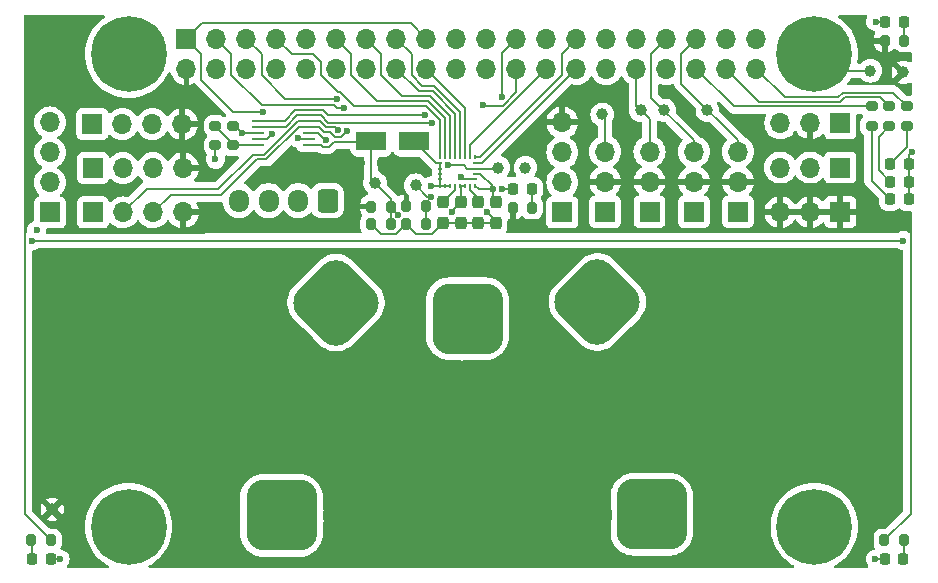
<source format=gbr>
%TF.GenerationSoftware,KiCad,Pcbnew,8.0.7-8.0.7-0~ubuntu24.04.1*%
%TF.CreationDate,2025-02-07T15:23:20+01:00*%
%TF.ProjectId,drn2,64726e32-2e6b-4696-9361-645f70636258,rev?*%
%TF.SameCoordinates,Original*%
%TF.FileFunction,Copper,L1,Top*%
%TF.FilePolarity,Positive*%
%FSLAX46Y46*%
G04 Gerber Fmt 4.6, Leading zero omitted, Abs format (unit mm)*
G04 Created by KiCad (PCBNEW 8.0.7-8.0.7-0~ubuntu24.04.1) date 2025-02-07 15:23:20*
%MOMM*%
%LPD*%
G01*
G04 APERTURE LIST*
G04 Aperture macros list*
%AMRoundRect*
0 Rectangle with rounded corners*
0 $1 Rounding radius*
0 $2 $3 $4 $5 $6 $7 $8 $9 X,Y pos of 4 corners*
0 Add a 4 corners polygon primitive as box body*
4,1,4,$2,$3,$4,$5,$6,$7,$8,$9,$2,$3,0*
0 Add four circle primitives for the rounded corners*
1,1,$1+$1,$2,$3*
1,1,$1+$1,$4,$5*
1,1,$1+$1,$6,$7*
1,1,$1+$1,$8,$9*
0 Add four rect primitives between the rounded corners*
20,1,$1+$1,$2,$3,$4,$5,0*
20,1,$1+$1,$4,$5,$6,$7,0*
20,1,$1+$1,$6,$7,$8,$9,0*
20,1,$1+$1,$8,$9,$2,$3,0*%
G04 Aperture macros list end*
%TA.AperFunction,ComponentPad*%
%ADD10R,1.700000X1.700000*%
%TD*%
%TA.AperFunction,ComponentPad*%
%ADD11O,1.700000X1.700000*%
%TD*%
%TA.AperFunction,SMDPad,CuDef*%
%ADD12RoundRect,0.237500X0.237500X-0.300000X0.237500X0.300000X-0.237500X0.300000X-0.237500X-0.300000X0*%
%TD*%
%TA.AperFunction,SMDPad,CuDef*%
%ADD13RoundRect,0.200000X-0.200000X-0.275000X0.200000X-0.275000X0.200000X0.275000X-0.200000X0.275000X0*%
%TD*%
%TA.AperFunction,SMDPad,CuDef*%
%ADD14C,1.000000*%
%TD*%
%TA.AperFunction,SMDPad,CuDef*%
%ADD15RoundRect,0.218750X0.218750X0.256250X-0.218750X0.256250X-0.218750X-0.256250X0.218750X-0.256250X0*%
%TD*%
%TA.AperFunction,SMDPad,CuDef*%
%ADD16RoundRect,0.250000X-1.050000X-0.550000X1.050000X-0.550000X1.050000X0.550000X-1.050000X0.550000X0*%
%TD*%
%TA.AperFunction,ComponentPad*%
%ADD17RoundRect,1.500000X-1.500000X1.500000X-1.500000X-1.500000X1.500000X-1.500000X1.500000X1.500000X0*%
%TD*%
%TA.AperFunction,ComponentPad*%
%ADD18C,6.000000*%
%TD*%
%TA.AperFunction,ComponentPad*%
%ADD19RoundRect,1.500000X0.000000X2.121320X-2.121320X0.000000X0.000000X-2.121320X2.121320X0.000000X0*%
%TD*%
%TA.AperFunction,ComponentPad*%
%ADD20RoundRect,1.500000X1.500000X1.500000X-1.500000X1.500000X-1.500000X-1.500000X1.500000X-1.500000X0*%
%TD*%
%TA.AperFunction,SMDPad,CuDef*%
%ADD21RoundRect,0.218750X-0.218750X-0.256250X0.218750X-0.256250X0.218750X0.256250X-0.218750X0.256250X0*%
%TD*%
%TA.AperFunction,SMDPad,CuDef*%
%ADD22R,1.100000X0.250000*%
%TD*%
%TA.AperFunction,ComponentPad*%
%ADD23RoundRect,0.250000X0.600000X0.725000X-0.600000X0.725000X-0.600000X-0.725000X0.600000X-0.725000X0*%
%TD*%
%TA.AperFunction,ComponentPad*%
%ADD24O,1.700000X1.950000*%
%TD*%
%TA.AperFunction,SMDPad,CuDef*%
%ADD25RoundRect,0.200000X0.200000X0.275000X-0.200000X0.275000X-0.200000X-0.275000X0.200000X-0.275000X0*%
%TD*%
%TA.AperFunction,ComponentPad*%
%ADD26C,0.800000*%
%TD*%
%TA.AperFunction,ComponentPad*%
%ADD27C,6.400000*%
%TD*%
%TA.AperFunction,SMDPad,CuDef*%
%ADD28RoundRect,0.200000X-0.275000X0.200000X-0.275000X-0.200000X0.275000X-0.200000X0.275000X0.200000X0*%
%TD*%
%TA.AperFunction,SMDPad,CuDef*%
%ADD29R,0.230000X0.350000*%
%TD*%
%TA.AperFunction,SMDPad,CuDef*%
%ADD30R,0.350000X0.230000*%
%TD*%
%TA.AperFunction,ComponentPad*%
%ADD31RoundRect,1.500000X-2.121320X0.000000X0.000000X-2.121320X2.121320X0.000000X0.000000X2.121320X0*%
%TD*%
%TA.AperFunction,ComponentPad*%
%ADD32RoundRect,1.500000X-1.500000X-1.500000X1.500000X-1.500000X1.500000X1.500000X-1.500000X1.500000X0*%
%TD*%
%TA.AperFunction,ViaPad*%
%ADD33C,0.600000*%
%TD*%
%TA.AperFunction,Conductor*%
%ADD34C,0.200000*%
%TD*%
%TA.AperFunction,Conductor*%
%ADD35C,7.500000*%
%TD*%
G04 APERTURE END LIST*
D10*
%TO.P,J3,1,Pin_1*%
%TO.N,GND*%
X131350000Y-161140000D03*
D11*
%TO.P,J3,2,Pin_2*%
%TO.N,/5V*%
X131350000Y-158600000D03*
%TO.P,J3,3,Pin_3*%
%TO.N,Net-(J3-Pin_3)*%
X131350000Y-156060000D03*
%TD*%
D12*
%TO.P,C5,1*%
%TO.N,GND*%
X110100000Y-162062500D03*
%TO.P,C5,2*%
%TO.N,Net-(IMU1-CAP)*%
X110100000Y-160337500D03*
%TD*%
D13*
%TO.P,R9,1*%
%TO.N,GND*%
X107025000Y-162160000D03*
%TO.P,R9,2*%
%TO.N,Net-(MAN1-AIN3)*%
X108675000Y-162160000D03*
%TD*%
D14*
%TO.P,MO1,1,1*%
%TO.N,Net-(J3-Pin_3)*%
X128850000Y-152550000D03*
%TD*%
D15*
%TO.P,D3,1,K*%
%TO.N,GND*%
X149537500Y-160100000D03*
%TO.P,D3,2,A*%
%TO.N,Net-(D3-A)*%
X147962500Y-160100000D03*
%TD*%
D16*
%TO.P,C4,1*%
%TO.N,Net-(MAN1-AIN2)*%
X104050000Y-155175000D03*
%TO.P,C4,2*%
%TO.N,GND*%
X107650000Y-155175000D03*
%TD*%
D17*
%TO.P,J3_F2_BAT1,1,Pin_1*%
%TO.N,GND*%
X112200000Y-170200000D03*
D18*
%TO.P,J3_F2_BAT1,2,Pin_2*%
%TO.N,/11.1*%
X112200000Y-177400000D03*
%TD*%
D12*
%TO.P,C2,1*%
%TO.N,GND*%
X114600000Y-162062500D03*
%TO.P,C2,2*%
%TO.N,Net-(MAN1-AIN3)*%
X114600000Y-160337500D03*
%TD*%
D19*
%TO.P,J4_M0_MOT0,1,Pin_1*%
%TO.N,GND*%
X101067857Y-168832144D03*
D18*
%TO.P,J4_M0_MOT0,2,Pin_2*%
%TO.N,/11.1*%
X95976688Y-173923313D03*
%TD*%
D10*
%TO.P,J1,1,Pin_1*%
%TO.N,GND*%
X135100000Y-161140000D03*
D11*
%TO.P,J1,2,Pin_2*%
%TO.N,/5V*%
X135100000Y-158600000D03*
%TO.P,J1,3,Pin_3*%
%TO.N,Net-(J1-Pin_3)*%
X135100000Y-156060000D03*
%TD*%
D13*
%TO.P,R7,1*%
%TO.N,/5V*%
X116012500Y-160800000D03*
%TO.P,R7,2*%
%TO.N,Net-(D7-A)*%
X117662500Y-160800000D03*
%TD*%
D12*
%TO.P,C3,1*%
%TO.N,GND*%
X111600000Y-162062500D03*
%TO.P,C3,2*%
%TO.N,Net-(MAN1-AIN2)*%
X111600000Y-160337500D03*
%TD*%
D20*
%TO.P,J4_M3_MOT3,1,Pin_1*%
%TO.N,GND*%
X127800000Y-186750000D03*
D18*
%TO.P,J4_M3_MOT3,2,Pin_2*%
%TO.N,/11.1*%
X120600000Y-186750000D03*
%TD*%
D21*
%TO.P,D7,1,K*%
%TO.N,GND*%
X116050000Y-159200000D03*
%TO.P,D7,2,A*%
%TO.N,Net-(D7-A)*%
X117625000Y-159200000D03*
%TD*%
D13*
%TO.P,R8,1*%
%TO.N,GND*%
X104025000Y-162200000D03*
%TO.P,R8,2*%
%TO.N,Net-(MAN1-AIN2)*%
X105675000Y-162200000D03*
%TD*%
D10*
%TO.P,SPI1,1,Pin_1*%
%TO.N,GND*%
X80430000Y-153700000D03*
D11*
%TO.P,SPI1,2,Pin_2*%
%TO.N,Net-(RPI2-MISO0{slash}GPIO9)*%
X82970000Y-153700000D03*
%TO.P,SPI1,3,Pin_3*%
%TO.N,Net-(RPI2-MOSI0{slash}GPIO10)*%
X85510000Y-153700000D03*
%TO.P,SPI1,4,Pin_4*%
%TO.N,/5V*%
X88050000Y-153700000D03*
%TD*%
D14*
%TO.P,MO0,1,1*%
%TO.N,Net-(J1-Pin_3)*%
X132500000Y-152550000D03*
%TD*%
%TO.P,SDA3,1,1*%
%TO.N,Net-(I2C1-Pin_3)*%
X114800000Y-157400000D03*
%TD*%
D15*
%TO.P,D1,1,K*%
%TO.N,GND*%
X149537500Y-157100000D03*
%TO.P,D1,2,A*%
%TO.N,Net-(D1-A)*%
X147962500Y-157100000D03*
%TD*%
D21*
%TO.P,D5,1,K*%
%TO.N,GND*%
X147512500Y-190550000D03*
%TO.P,D5,2,A*%
%TO.N,Net-(D5-A)*%
X149087500Y-190550000D03*
%TD*%
D11*
%TO.P,J2,4,Pin_4*%
%TO.N,Net-(J2-Pin_4)*%
X76825000Y-153580000D03*
%TO.P,J2,3,Pin_3*%
%TO.N,Net-(J2-Pin_3)*%
X76825000Y-156120000D03*
%TO.P,J2,2,Pin_2*%
%TO.N,Net-(J2-Pin_2)*%
X76825000Y-158660000D03*
D10*
%TO.P,J2,1,Pin_1*%
%TO.N,GND*%
X76825000Y-161200000D03*
%TD*%
%TO.P,I2C1,1,Pin_1*%
%TO.N,GND*%
X80480000Y-161200000D03*
D11*
%TO.P,I2C1,2,Pin_2*%
%TO.N,Net-(I2C1-Pin_2)*%
X83020000Y-161200000D03*
%TO.P,I2C1,3,Pin_3*%
%TO.N,Net-(I2C1-Pin_3)*%
X85560000Y-161200000D03*
%TO.P,I2C1,4,Pin_4*%
%TO.N,/5V*%
X88100000Y-161200000D03*
%TD*%
D14*
%TO.P,VDDIO1,1,1*%
%TO.N,Net-(MAN1-AIN3)*%
X107800000Y-158900000D03*
%TD*%
D10*
%TO.P,J4,1,Pin_1*%
%TO.N,GND*%
X127600000Y-161140000D03*
D11*
%TO.P,J4,2,Pin_2*%
%TO.N,/5V*%
X127600000Y-158600000D03*
%TO.P,J4,3,Pin_3*%
%TO.N,Net-(J4-Pin_3)*%
X127600000Y-156060000D03*
%TD*%
D14*
%TO.P,5V2,1,1*%
%TO.N,/5V*%
X149100000Y-149350000D03*
%TD*%
%TO.P,MO2,1,1*%
%TO.N,Net-(J4-Pin_3)*%
X126850000Y-152550000D03*
%TD*%
%TO.P,MO3,1,1*%
%TO.N,Net-(J7-Pin_3)*%
X123600000Y-152900000D03*
%TD*%
D22*
%TO.P,MAN1,1,ADDR*%
%TO.N,Net-(MAN1-ADDR)*%
X94450000Y-153450000D03*
%TO.P,MAN1,2,ALERT/RDY*%
%TO.N,Net-(MAN1-ALERT{slash}RDY)*%
X94450000Y-153950000D03*
%TO.P,MAN1,3,GND*%
%TO.N,GND*%
X94450000Y-154450000D03*
%TO.P,MAN1,4,AIN0*%
%TO.N,Net-(MAN1-AIN0)*%
X94450000Y-154950000D03*
%TO.P,MAN1,5,AIN1*%
%TO.N,Net-(MAN1-AIN1)*%
X94450000Y-155450000D03*
%TO.P,MAN1,6,AIN2*%
%TO.N,Net-(MAN1-AIN2)*%
X98750000Y-155450000D03*
%TO.P,MAN1,7,AIN3*%
%TO.N,Net-(MAN1-AIN3)*%
X98750000Y-154950000D03*
%TO.P,MAN1,8,VDD*%
%TO.N,/5V*%
X98750000Y-154450000D03*
%TO.P,MAN1,9,SDA*%
%TO.N,Net-(I2C1-Pin_3)*%
X98750000Y-153950000D03*
%TO.P,MAN1,10,SCL*%
%TO.N,Net-(I2C1-Pin_2)*%
X98750000Y-153450000D03*
%TD*%
D23*
%TO.P,J9,1,Pin_1*%
%TO.N,Net-(J2-Pin_4)*%
X100350000Y-160200000D03*
D24*
%TO.P,J9,2,Pin_2*%
%TO.N,Net-(J2-Pin_3)*%
X97850000Y-160200000D03*
%TO.P,J9,3,Pin_3*%
%TO.N,Net-(J2-Pin_2)*%
X95350000Y-160200000D03*
%TO.P,J9,4,Pin_4*%
%TO.N,GND*%
X92850000Y-160200000D03*
%TD*%
D25*
%TO.P,R3,1*%
%TO.N,/5V*%
X76925000Y-188950000D03*
%TO.P,R3,2*%
%TO.N,Net-(D6-A)*%
X75275000Y-188950000D03*
%TD*%
%TO.P,R11,1*%
%TO.N,Net-(MAN1-AIN3)*%
X108675000Y-160660000D03*
%TO.P,R11,2*%
%TO.N,/5V*%
X107025000Y-160660000D03*
%TD*%
D14*
%TO.P,GND7,1,1*%
%TO.N,GND*%
X146300000Y-149200000D03*
%TD*%
D13*
%TO.P,R1,1*%
%TO.N,/5V*%
X147525000Y-146650000D03*
%TO.P,R1,2*%
%TO.N,Net-(D4-A)*%
X149175000Y-146650000D03*
%TD*%
D26*
%TO.P,GND2,1,1*%
%TO.N,GND*%
X81100000Y-147800000D03*
X81802944Y-146102944D03*
X81802944Y-149497056D03*
X83500000Y-145400000D03*
D27*
X83500000Y-147800000D03*
D26*
X83500000Y-150200000D03*
X85197056Y-146102944D03*
X85197056Y-149497056D03*
X85900000Y-147800000D03*
%TD*%
D14*
%TO.P,VDD1,1,1*%
%TO.N,Net-(MAN1-AIN2)*%
X104350000Y-158700000D03*
%TD*%
D21*
%TO.P,D4,1,K*%
%TO.N,GND*%
X147562500Y-145050000D03*
%TO.P,D4,2,A*%
%TO.N,Net-(D4-A)*%
X149137500Y-145050000D03*
%TD*%
D10*
%TO.P,GND1,1,Pin_1*%
%TO.N,GND*%
X143750000Y-157400000D03*
D11*
%TO.P,GND1,2,Pin_2*%
X141210000Y-157400000D03*
%TO.P,GND1,3,Pin_3*%
X138670000Y-157400000D03*
%TD*%
D28*
%TO.P,R15,1*%
%TO.N,GND*%
X92350000Y-153875000D03*
%TO.P,R15,2*%
%TO.N,Net-(MAN1-AIN1)*%
X92350000Y-155525000D03*
%TD*%
D29*
%TO.P,IMU1,1,VDDIO*%
%TO.N,Net-(MAN1-AIN3)*%
X112855000Y-158925000D03*
D30*
%TO.P,IMU1,2,SCL/SPC*%
%TO.N,Net-(I2C1-Pin_2)*%
X112825000Y-158345000D03*
%TO.P,IMU1,3,VDDIO*%
%TO.N,Net-(MAN1-AIN3)*%
X112825000Y-157915000D03*
%TO.P,IMU1,4,SDA/SDI/SDO*%
%TO.N,Net-(I2C1-Pin_3)*%
X112825000Y-157485000D03*
%TO.P,IMU1,5,SDO_A/G*%
%TO.N,Net-(IMU1-SDO_A{slash}G)*%
X112825000Y-157055000D03*
D29*
%TO.P,IMU1,6,SDO_M*%
%TO.N,Net-(IMU1-SDO_M)*%
X112855000Y-156475000D03*
%TO.P,IMU1,7,CS_A/G*%
%TO.N,Net-(IMU1-CS_A{slash}G)*%
X112425000Y-156475000D03*
%TO.P,IMU1,8,CS_M*%
%TO.N,Net-(IMU1-CS_M)*%
X111995000Y-156475000D03*
%TO.P,IMU1,9,DRDY_M*%
%TO.N,Net-(IMU1-DRDY_M)*%
X111565000Y-156475000D03*
%TO.P,IMU1,10,INT_M*%
%TO.N,Net-(IMU1-INT_M)*%
X111135000Y-156475000D03*
%TO.P,IMU1,11,INT1_A/G*%
%TO.N,Net-(IMU1-INT1_A{slash}G)*%
X110705000Y-156475000D03*
%TO.P,IMU1,12,INT2_A/G*%
%TO.N,Net-(IMU1-INT2_A{slash}G)*%
X110275000Y-156475000D03*
%TO.P,IMU1,13,DEN_A/G*%
%TO.N,Net-(IMU1-DEN_A{slash}G)*%
X109845000Y-156475000D03*
D30*
%TO.P,IMU1,14,RES*%
%TO.N,GND*%
X109875000Y-157055000D03*
%TO.P,IMU1,15,RES*%
X109875000Y-157485000D03*
%TO.P,IMU1,16,RES*%
X109875000Y-157915000D03*
%TO.P,IMU1,17,RES*%
X109875000Y-158345000D03*
D29*
%TO.P,IMU1,18,RES*%
X109845000Y-158925000D03*
%TO.P,IMU1,19,GND*%
X110275000Y-158925000D03*
%TO.P,IMU1,20,GND*%
X110705000Y-158925000D03*
%TO.P,IMU1,21,CAP*%
%TO.N,Net-(IMU1-CAP)*%
X111135000Y-158925000D03*
%TO.P,IMU1,22,VDD*%
%TO.N,Net-(MAN1-AIN2)*%
X111565000Y-158925000D03*
%TO.P,IMU1,23,VDD*%
X111995000Y-158925000D03*
%TO.P,IMU1,24,C1*%
%TO.N,Net-(IMU1-C1)*%
X112425000Y-158925000D03*
%TD*%
D28*
%TO.P,R14,1*%
%TO.N,Net-(MAN1-AIN1)*%
X90850000Y-153875000D03*
%TO.P,R14,2*%
%TO.N,Net-(J2-Pin_4)*%
X90850000Y-155525000D03*
%TD*%
D10*
%TO.P,5V1,1,Pin_1*%
%TO.N,/5V*%
X143750000Y-161150000D03*
D11*
%TO.P,5V1,2,Pin_2*%
X141210000Y-161150000D03*
%TO.P,5V1,3,Pin_3*%
X138670000Y-161150000D03*
%TD*%
D13*
%TO.P,R2,1*%
%TO.N,/5V*%
X147475000Y-188950000D03*
%TO.P,R2,2*%
%TO.N,Net-(D5-A)*%
X149125000Y-188950000D03*
%TD*%
D10*
%TO.P,RPI2,1,3V3*%
%TO.N,Net-(MAN1-AIN0)*%
X88395000Y-146505000D03*
D11*
%TO.P,RPI2,2,5V*%
%TO.N,/5V*%
X88395000Y-149045000D03*
%TO.P,RPI2,3,SDA/GPIO2*%
%TO.N,Net-(I2C1-Pin_3)*%
X90935000Y-146505000D03*
%TO.P,RPI2,4,5V*%
%TO.N,/5V*%
X90935000Y-149045000D03*
%TO.P,RPI2,5,SCL/GPIO3*%
%TO.N,Net-(I2C1-Pin_2)*%
X93475000Y-146505000D03*
%TO.P,RPI2,6,GND*%
%TO.N,GND*%
X93475000Y-149045000D03*
%TO.P,RPI2,7,GCLK0/GPIO4*%
%TO.N,Net-(IMU1-DEN_A{slash}G)*%
X96015000Y-146505000D03*
%TO.P,RPI2,8,GPIO14/TXD*%
%TO.N,Net-(RPI2-GPIO14{slash}TXD)*%
X96015000Y-149045000D03*
%TO.P,RPI2,9,GND*%
%TO.N,GND*%
X98555000Y-146505000D03*
%TO.P,RPI2,10,GPIO15/RXD*%
%TO.N,Net-(RPI2-GPIO15{slash}RXD)*%
X98555000Y-149045000D03*
%TO.P,RPI2,11,GPIO17*%
%TO.N,Net-(IMU1-INT2_A{slash}G)*%
X101095000Y-146505000D03*
%TO.P,RPI2,12,GPIO18/PWM0*%
%TO.N,Net-(J7-Pin_3)*%
X101095000Y-149045000D03*
%TO.P,RPI2,13,GPIO27*%
%TO.N,Net-(IMU1-INT1_A{slash}G)*%
X103635000Y-146505000D03*
%TO.P,RPI2,14,GND*%
%TO.N,GND*%
X103635000Y-149045000D03*
%TO.P,RPI2,15,GPIO22*%
%TO.N,Net-(IMU1-DRDY_M)*%
X106175000Y-146505000D03*
%TO.P,RPI2,16,GPIO23*%
%TO.N,Net-(IMU1-INT_M)*%
X106175000Y-149045000D03*
%TO.P,RPI2,17,3V3*%
%TO.N,Net-(MAN1-AIN0)*%
X108715000Y-146505000D03*
%TO.P,RPI2,18,GPIO24*%
%TO.N,Net-(IMU1-CS_M)*%
X108715000Y-149045000D03*
%TO.P,RPI2,19,MOSI0/GPIO10*%
%TO.N,Net-(RPI2-MOSI0{slash}GPIO10)*%
X111255000Y-146505000D03*
%TO.P,RPI2,20,GND*%
%TO.N,GND*%
X111255000Y-149045000D03*
%TO.P,RPI2,21,MISO0/GPIO9*%
%TO.N,Net-(RPI2-MISO0{slash}GPIO9)*%
X113795000Y-146505000D03*
%TO.P,RPI2,22,GPIO25*%
%TO.N,unconnected-(RPI2-GPIO25-Pad22)*%
X113795000Y-149045000D03*
%TO.P,RPI2,23,SCLK0/GPIO11*%
%TO.N,Net-(MAN1-ALERT{slash}RDY)*%
X116335000Y-146505000D03*
%TO.P,RPI2,24,~{CE0}/GPIO8*%
%TO.N,Net-(MAN1-ADDR)*%
X116335000Y-149045000D03*
%TO.P,RPI2,25,GND*%
%TO.N,GND*%
X118875000Y-146505000D03*
%TO.P,RPI2,26,~{CE1}/GPIO7*%
%TO.N,Net-(IMU1-CS_A{slash}G)*%
X118875000Y-149045000D03*
%TO.P,RPI2,27,ID_SD/GPIO0*%
%TO.N,Net-(IMU1-SDO_M)*%
X121415000Y-146505000D03*
%TO.P,RPI2,28,ID_SC/GPIO1*%
%TO.N,Net-(IMU1-SDO_A{slash}G)*%
X121415000Y-149045000D03*
%TO.P,RPI2,29,GCLK1/GPIO5*%
%TO.N,Net-(RPI2-GCLK1{slash}GPIO5)*%
X123955000Y-146505000D03*
%TO.P,RPI2,30,GND*%
%TO.N,GND*%
X123955000Y-149045000D03*
%TO.P,RPI2,31,GCLK2/GPIO6*%
%TO.N,Net-(RPI2-GCLK2{slash}GPIO6)*%
X126495000Y-146505000D03*
%TO.P,RPI2,32,PWM0/GPIO12*%
%TO.N,Net-(J4-Pin_3)*%
X126495000Y-149045000D03*
%TO.P,RPI2,33,PWM1/GPIO13*%
%TO.N,Net-(J3-Pin_3)*%
X129035000Y-146505000D03*
%TO.P,RPI2,34,GND*%
%TO.N,GND*%
X129035000Y-149045000D03*
%TO.P,RPI2,35,GPIO19/MISO1*%
%TO.N,Net-(J1-Pin_3)*%
X131575000Y-146505000D03*
%TO.P,RPI2,36,GPIO16*%
%TO.N,Net-(RPI2-GPIO16)*%
X131575000Y-149045000D03*
%TO.P,RPI2,37,GPIO26*%
%TO.N,Net-(J37-Pin_3)*%
X134115000Y-146505000D03*
%TO.P,RPI2,38,GPIO20/MOSI1*%
%TO.N,Net-(RPI2-GPIO20{slash}MOSI1)*%
X134115000Y-149045000D03*
%TO.P,RPI2,39,GND*%
%TO.N,GND*%
X136655000Y-146505000D03*
%TO.P,RPI2,40,GPIO21/SCLK1*%
%TO.N,Net-(RPI2-GPIO21{slash}SCLK1)*%
X136655000Y-149045000D03*
%TD*%
D31*
%TO.P,J4_M2_MOT2,1,Pin_1*%
%TO.N,GND*%
X123182144Y-168782144D03*
D18*
%TO.P,J4_M2_MOT2,2,Pin_2*%
%TO.N,/11.1*%
X128273313Y-173873313D03*
%TD*%
D25*
%TO.P,R10,1*%
%TO.N,Net-(MAN1-AIN2)*%
X105675000Y-160700000D03*
%TO.P,R10,2*%
%TO.N,/5V*%
X104025000Y-160700000D03*
%TD*%
D10*
%TO.P,TOF1,1,Pin_1*%
%TO.N,GND*%
X120215000Y-161200000D03*
D11*
%TO.P,TOF1,2,Pin_2*%
%TO.N,Net-(RPI2-GCLK2{slash}GPIO6)*%
X120215000Y-158660000D03*
%TO.P,TOF1,3,Pin_3*%
%TO.N,Net-(RPI2-GCLK1{slash}GPIO5)*%
X120215000Y-156120000D03*
%TO.P,TOF1,4,Pin_4*%
%TO.N,/5V*%
X120215000Y-153580000D03*
%TD*%
D26*
%TO.P,GND3,1,1*%
%TO.N,GND*%
X81100000Y-187800000D03*
X81802944Y-186102944D03*
X81802944Y-189497056D03*
X83500000Y-185400000D03*
D27*
X83500000Y-187800000D03*
D26*
X83500000Y-190200000D03*
X85197056Y-186102944D03*
X85197056Y-189497056D03*
X85900000Y-187800000D03*
%TD*%
D15*
%TO.P,D6,1,K*%
%TO.N,GND*%
X76887500Y-190550000D03*
%TO.P,D6,2,A*%
%TO.N,Net-(D6-A)*%
X75312500Y-190550000D03*
%TD*%
D12*
%TO.P,C1,1*%
%TO.N,GND*%
X113100000Y-162062500D03*
%TO.P,C1,2*%
%TO.N,Net-(IMU1-C1)*%
X113100000Y-160337500D03*
%TD*%
D10*
%TO.P,J7,1,Pin_1*%
%TO.N,GND*%
X123850000Y-161140000D03*
D11*
%TO.P,J7,2,Pin_2*%
%TO.N,/5V*%
X123850000Y-158600000D03*
%TO.P,J7,3,Pin_3*%
%TO.N,Net-(J7-Pin_3)*%
X123850000Y-156060000D03*
%TD*%
D14*
%TO.P,SCL1,1,1*%
%TO.N,Net-(I2C1-Pin_2)*%
X117100000Y-157400000D03*
%TD*%
D10*
%TO.P,J37,1,Pin_1*%
%TO.N,GND*%
X143760000Y-153650000D03*
D11*
%TO.P,J37,2,Pin_2*%
%TO.N,/5V*%
X141220000Y-153650000D03*
%TO.P,J37,3,Pin_3*%
%TO.N,Net-(J37-Pin_3)*%
X138680000Y-153650000D03*
%TD*%
D14*
%TO.P,BAT1,1,1*%
%TO.N,/11.1*%
X77050000Y-186350000D03*
%TD*%
D15*
%TO.P,D2,1,K*%
%TO.N,GND*%
X149537500Y-158600000D03*
%TO.P,D2,2,A*%
%TO.N,Net-(D2-A)*%
X147962500Y-158600000D03*
%TD*%
D28*
%TO.P,R4,1*%
%TO.N,Net-(RPI2-GPIO21{slash}SCLK1)*%
X149400000Y-152225000D03*
%TO.P,R4,2*%
%TO.N,Net-(D1-A)*%
X149400000Y-153875000D03*
%TD*%
%TO.P,R5,1*%
%TO.N,Net-(RPI2-GPIO20{slash}MOSI1)*%
X147900000Y-152225000D03*
%TO.P,R5,2*%
%TO.N,Net-(D2-A)*%
X147900000Y-153875000D03*
%TD*%
D32*
%TO.P,J4_M1_MOT1,1,Pin_1*%
%TO.N,GND*%
X96450000Y-186850000D03*
D18*
%TO.P,J4_M1_MOT1,2,Pin_2*%
%TO.N,/11.1*%
X103650000Y-186850000D03*
%TD*%
D26*
%TO.P,GND4,1,1*%
%TO.N,GND*%
X139150000Y-187800000D03*
X139852944Y-186102944D03*
X139852944Y-189497056D03*
X141550000Y-185400000D03*
D27*
X141550000Y-187800000D03*
D26*
X141550000Y-190200000D03*
X143247056Y-186102944D03*
X143247056Y-189497056D03*
X143950000Y-187800000D03*
%TD*%
%TO.P,GND5,1,1*%
%TO.N,GND*%
X139150000Y-147800000D03*
X139852944Y-146102944D03*
X139852944Y-149497056D03*
X141550000Y-145400000D03*
D27*
X141550000Y-147800000D03*
D26*
X141550000Y-150200000D03*
X143247056Y-146102944D03*
X143247056Y-149497056D03*
X143950000Y-147800000D03*
%TD*%
D10*
%TO.P,UART1,1,Pin_1*%
%TO.N,GND*%
X80480000Y-157450000D03*
D11*
%TO.P,UART1,2,Pin_2*%
%TO.N,Net-(RPI2-GPIO14{slash}TXD)*%
X83020000Y-157450000D03*
%TO.P,UART1,3,Pin_3*%
%TO.N,Net-(RPI2-GPIO15{slash}RXD)*%
X85560000Y-157450000D03*
%TO.P,UART1,4,Pin_4*%
%TO.N,/5V*%
X88100000Y-157450000D03*
%TD*%
D28*
%TO.P,R6,1*%
%TO.N,Net-(RPI2-GPIO16)*%
X146400000Y-152225000D03*
%TO.P,R6,2*%
%TO.N,Net-(D3-A)*%
X146400000Y-153875000D03*
%TD*%
D33*
%TO.N,GND*%
X149100000Y-163600000D03*
X75350000Y-163600000D03*
X75700000Y-162700000D03*
X149863636Y-156043344D03*
X77700000Y-190550000D03*
X146700000Y-190550000D03*
X109100000Y-158950000D03*
X93100000Y-154450000D03*
X115137500Y-159200000D03*
X113861816Y-161184839D03*
X146750000Y-145050000D03*
%TO.N,Net-(MAN1-AIN3)*%
X97817362Y-154896853D03*
X109137794Y-159900540D03*
X114350000Y-159200000D03*
%TO.N,Net-(MAN1-AIN2)*%
X110850000Y-161200000D03*
X106305625Y-161409704D03*
%TO.N,/5V*%
X78600000Y-148900000D03*
X78650000Y-146550000D03*
X100200000Y-155050000D03*
X98650000Y-156850000D03*
X104800000Y-157050000D03*
X146300000Y-146450000D03*
X117000000Y-162500000D03*
X101150000Y-156800000D03*
X88850000Y-151900000D03*
X96500000Y-156750000D03*
X118550000Y-156150000D03*
X103250000Y-157000000D03*
X78650000Y-151000000D03*
X118350000Y-154500000D03*
X90600000Y-152550000D03*
%TO.N,Net-(MAN1-ADDR)*%
X108633068Y-152989439D03*
X113525735Y-152125735D03*
%TO.N,Net-(MAN1-AIN0)*%
X95650000Y-154550000D03*
X94873791Y-152699257D03*
%TO.N,Net-(MAN1-ALERT{slash}RDY)*%
X109150000Y-153600000D03*
X115100000Y-151400000D03*
%TO.N,Net-(J7-Pin_3)*%
X123600000Y-152900000D03*
%TO.N,Net-(J2-Pin_4)*%
X90850000Y-156700000D03*
%TO.N,Net-(I2C1-Pin_2)*%
X111650000Y-158200000D03*
X117100000Y-157400000D03*
X101162562Y-151587438D03*
X101200000Y-154200000D03*
%TO.N,Net-(I2C1-Pin_3)*%
X101762562Y-152389439D03*
X110550000Y-157200000D03*
X101994116Y-154296853D03*
%TD*%
D34*
%TO.N,GND*%
X75350000Y-163600000D02*
X149100000Y-163600000D01*
D35*
%TO.N,/11.1*%
X112250000Y-177450000D02*
X112250000Y-177500000D01*
X112200000Y-177400000D02*
X112250000Y-177450000D01*
X95976687Y-173923313D02*
X95950000Y-173950000D01*
X95976688Y-173923313D02*
X95976687Y-173923313D01*
X103650000Y-186850000D02*
X103700000Y-186850000D01*
X120600000Y-186750000D02*
X120650000Y-186800000D01*
X128273313Y-173873313D02*
X128350000Y-173950000D01*
D34*
%TO.N,/5V*%
X74700000Y-186700000D02*
X74700000Y-153650000D01*
X76925000Y-188950000D02*
X76925000Y-188925000D01*
X76925000Y-188925000D02*
X74700000Y-186700000D01*
X147475000Y-188950000D02*
X147475000Y-188925000D01*
X147475000Y-188925000D02*
X149700000Y-186700000D01*
X149700000Y-186700000D02*
X149700000Y-162500000D01*
X149700000Y-162500000D02*
X148350000Y-161150000D01*
X148350000Y-161150000D02*
X143750000Y-161150000D01*
%TO.N,GND*%
X107865000Y-163000000D02*
X107025000Y-162160000D01*
X149537500Y-158600000D02*
X149537500Y-160100000D01*
X110705000Y-158925000D02*
X110275000Y-158925000D01*
X142950000Y-149200000D02*
X142744759Y-148994759D01*
X147512500Y-190550000D02*
X146700000Y-190550000D01*
X149537500Y-156369480D02*
X149863636Y-156043344D01*
X114600000Y-161923023D02*
X113861816Y-161184839D01*
X104875000Y-163050000D02*
X106135000Y-163050000D01*
X104025000Y-162200000D02*
X104875000Y-163050000D01*
X76887500Y-190550000D02*
X77700000Y-190550000D01*
X109875000Y-157915000D02*
X109875000Y-158345000D01*
X109845000Y-158925000D02*
X109125000Y-158925000D01*
X110100000Y-162062500D02*
X109162500Y-163000000D01*
X116050000Y-159200000D02*
X115137500Y-159200000D01*
X109875000Y-157485000D02*
X109875000Y-157915000D01*
X149537500Y-157100000D02*
X149537500Y-158600000D01*
X94450000Y-154450000D02*
X93100000Y-154450000D01*
X111600000Y-162062500D02*
X110100000Y-162062500D01*
X106135000Y-163050000D02*
X107025000Y-162160000D01*
X107650000Y-155175000D02*
X109530000Y-157055000D01*
X146300000Y-149200000D02*
X142950000Y-149200000D01*
X92525000Y-153875000D02*
X93100000Y-154450000D01*
X109530000Y-157055000D02*
X109875000Y-157055000D01*
X114600000Y-162062500D02*
X114600000Y-161923023D01*
X113100000Y-162062500D02*
X111600000Y-162062500D01*
X109845000Y-158925000D02*
X110275000Y-158925000D01*
X114600000Y-162062500D02*
X113100000Y-162062500D01*
X109162500Y-163000000D02*
X107865000Y-163000000D01*
X109875000Y-158345000D02*
X109875000Y-158895000D01*
X149537500Y-157100000D02*
X149537500Y-156369480D01*
X147562500Y-145050000D02*
X146750000Y-145050000D01*
X92350000Y-153875000D02*
X92525000Y-153875000D01*
X109875000Y-158895000D02*
X109845000Y-158925000D01*
X109875000Y-157055000D02*
X109875000Y-157485000D01*
X109125000Y-158925000D02*
X109100000Y-158950000D01*
%TO.N,Net-(IMU1-C1)*%
X112425000Y-158925000D02*
X112425000Y-159275000D01*
X113100000Y-159950000D02*
X113100000Y-160337500D01*
X112425000Y-159275000D02*
X113100000Y-159950000D01*
%TO.N,Net-(MAN1-AIN3)*%
X113130000Y-159200000D02*
X112855000Y-158925000D01*
X114350000Y-159200000D02*
X113130000Y-159200000D01*
X114350000Y-158980000D02*
X114350000Y-159200000D01*
X113285000Y-157915000D02*
X114350000Y-158980000D01*
X108800540Y-159900540D02*
X107800000Y-158900000D01*
X108675000Y-160363334D02*
X109137794Y-159900540D01*
X112825000Y-157915000D02*
X113285000Y-157915000D01*
X98750000Y-154950000D02*
X97870509Y-154950000D01*
X114350000Y-159200000D02*
X114350000Y-160087500D01*
X109137794Y-159900540D02*
X108800540Y-159900540D01*
X114350000Y-160087500D02*
X114600000Y-160337500D01*
X108675000Y-162160000D02*
X108675000Y-160660000D01*
X108675000Y-160660000D02*
X108675000Y-160363334D01*
X97870509Y-154950000D02*
X97817362Y-154896853D01*
%TO.N,Net-(D1-A)*%
X149400000Y-155662500D02*
X147962500Y-157100000D01*
X149400000Y-153875000D02*
X149400000Y-155662500D01*
%TO.N,Net-(D2-A)*%
X147000000Y-154775000D02*
X147000000Y-157637500D01*
X147000000Y-157637500D02*
X147962500Y-158600000D01*
X147900000Y-153875000D02*
X147000000Y-154775000D01*
%TO.N,Net-(D3-A)*%
X146400000Y-158537500D02*
X147962500Y-160100000D01*
X146400000Y-153875000D02*
X146400000Y-158537500D01*
%TO.N,Net-(D4-A)*%
X149175000Y-145087500D02*
X149137500Y-145050000D01*
X149175000Y-146650000D02*
X149175000Y-145087500D01*
%TO.N,Net-(D5-A)*%
X149125000Y-188950000D02*
X149125000Y-190512500D01*
X149125000Y-190512500D02*
X149087500Y-190550000D01*
%TO.N,Net-(D6-A)*%
X75312500Y-188987500D02*
X75275000Y-188950000D01*
X75312500Y-190550000D02*
X75312500Y-188987500D01*
%TO.N,Net-(MAN1-AIN2)*%
X100898529Y-155200000D02*
X104025000Y-155200000D01*
X98750000Y-155450000D02*
X99751471Y-155450000D01*
X105675000Y-160025000D02*
X105675000Y-160700000D01*
X105675000Y-162200000D02*
X105675000Y-160700000D01*
X104350000Y-158700000D02*
X105675000Y-160025000D01*
X105675000Y-160779079D02*
X106305625Y-161409704D01*
X110850000Y-161200000D02*
X110850000Y-161087500D01*
X104050000Y-155175000D02*
X104050000Y-158400000D01*
X110850000Y-161087500D02*
X111600000Y-160337500D01*
X111600000Y-160337500D02*
X111600000Y-158960000D01*
X111600000Y-158960000D02*
X111565000Y-158925000D01*
X100448529Y-155650000D02*
X100898529Y-155200000D01*
X99751471Y-155450000D02*
X99951471Y-155650000D01*
X104025000Y-155200000D02*
X104050000Y-155175000D01*
X105675000Y-160700000D02*
X105675000Y-160779079D01*
X104050000Y-158400000D02*
X104350000Y-158700000D01*
X99951471Y-155650000D02*
X100448529Y-155650000D01*
X111995000Y-158925000D02*
X111565000Y-158925000D01*
%TO.N,/5V*%
X74700000Y-153650000D02*
X77350000Y-151000000D01*
X98750000Y-154450000D02*
X99552942Y-154450000D01*
X77350000Y-151000000D02*
X78650000Y-151000000D01*
X100152942Y-155050000D02*
X100200000Y-155050000D01*
X99552942Y-154450000D02*
X100152942Y-155050000D01*
%TO.N,Net-(IMU1-CAP)*%
X111135000Y-159302500D02*
X110100000Y-160337500D01*
X111135000Y-158925000D02*
X111135000Y-159302500D01*
%TO.N,Net-(IMU1-CS_M)*%
X108715000Y-149045000D02*
X111995000Y-152325000D01*
X111995000Y-152325000D02*
X111995000Y-156475000D01*
%TO.N,Net-(IMU1-DRDY_M)*%
X106175000Y-146505000D02*
X107450000Y-147780000D01*
X107450000Y-149600000D02*
X108350000Y-150500000D01*
X108350000Y-150500000D02*
X109350000Y-150500000D01*
X111565000Y-152715000D02*
X111565000Y-156475000D01*
X109350000Y-150500000D02*
X111565000Y-152715000D01*
X107450000Y-147780000D02*
X107450000Y-149600000D01*
%TO.N,Net-(IMU1-INT2_A{slash}G)*%
X102350000Y-149550000D02*
X104557843Y-151757843D01*
X110305000Y-153500000D02*
X110275000Y-153530000D01*
X101095000Y-146505000D02*
X102350000Y-147760000D01*
X108850000Y-151757843D02*
X110305000Y-153212843D01*
X110305000Y-153212843D02*
X110305000Y-153500000D01*
X102350000Y-147760000D02*
X102350000Y-149550000D01*
X110275000Y-153530000D02*
X110275000Y-156475000D01*
X104557843Y-151757843D02*
X108850000Y-151757843D01*
%TO.N,Net-(IMU1-DEN_A{slash}G)*%
X99800000Y-149600000D02*
X101187438Y-150987438D01*
X96015000Y-146505000D02*
X97310000Y-147800000D01*
X108650000Y-152157843D02*
X109845000Y-153352843D01*
X109845000Y-153352843D02*
X109845000Y-156475000D01*
X101411091Y-150987438D02*
X102581496Y-152157843D01*
X97310000Y-147800000D02*
X99100000Y-147800000D01*
X99800000Y-148500000D02*
X99800000Y-149600000D01*
X102581496Y-152157843D02*
X108650000Y-152157843D01*
X101187438Y-150987438D02*
X101411091Y-150987438D01*
X99100000Y-147800000D02*
X99800000Y-148500000D01*
%TO.N,Net-(IMU1-INT_M)*%
X109242157Y-150957843D02*
X111135000Y-152850686D01*
X108087843Y-150957843D02*
X109242157Y-150957843D01*
X106175000Y-149045000D02*
X108087843Y-150957843D01*
X111135000Y-152850686D02*
X111135000Y-156475000D01*
%TO.N,Net-(IMU1-SDO_A{slash}G)*%
X113405000Y-157055000D02*
X112825000Y-157055000D01*
X121415000Y-149045000D02*
X113405000Y-157055000D01*
%TO.N,Net-(IMU1-CS_A{slash}G)*%
X118875000Y-149045000D02*
X112425000Y-155495000D01*
X112425000Y-155495000D02*
X112425000Y-156475000D01*
%TO.N,Net-(IMU1-SDO_M)*%
X120150000Y-147770000D02*
X120150000Y-149550000D01*
X113225000Y-156475000D02*
X112855000Y-156475000D01*
X120150000Y-149550000D02*
X113225000Y-156475000D01*
X121415000Y-146505000D02*
X120150000Y-147770000D01*
%TO.N,Net-(IMU1-INT1_A{slash}G)*%
X104900000Y-147770000D02*
X104900000Y-149600000D01*
X106657843Y-151357843D02*
X109050000Y-151357843D01*
X110705000Y-153012843D02*
X110705000Y-156475000D01*
X103635000Y-146505000D02*
X104900000Y-147770000D01*
X109050000Y-151357843D02*
X110705000Y-153012843D01*
X104900000Y-149600000D02*
X106657843Y-151357843D01*
%TO.N,Net-(MAN1-ADDR)*%
X97618628Y-152550000D02*
X99915686Y-152550000D01*
X113525735Y-152125735D02*
X113550000Y-152150000D01*
X116335000Y-151015000D02*
X116335000Y-149045000D01*
X99915686Y-152550000D02*
X100355125Y-152989439D01*
X94450000Y-153450000D02*
X96718628Y-153450000D01*
X96718628Y-153450000D02*
X97618628Y-152550000D01*
X113550000Y-152150000D02*
X115200000Y-152150000D01*
X100355125Y-152989439D02*
X108633068Y-152989439D01*
X115200000Y-152150000D02*
X116335000Y-151015000D01*
%TO.N,Net-(MAN1-AIN0)*%
X92361905Y-152699257D02*
X89650000Y-149987352D01*
X95650000Y-154550000D02*
X95250000Y-154950000D01*
X108715000Y-146505000D02*
X107410000Y-145200000D01*
X94873791Y-152699257D02*
X92361905Y-152699257D01*
X89650000Y-147760000D02*
X88395000Y-146505000D01*
X89700000Y-145200000D02*
X88395000Y-146505000D01*
X95250000Y-154950000D02*
X94450000Y-154950000D01*
X89650000Y-149987352D02*
X89650000Y-147760000D01*
X107410000Y-145200000D02*
X89700000Y-145200000D01*
%TO.N,Net-(MAN1-ALERT{slash}RDY)*%
X94450000Y-153950000D02*
X96784314Y-153950000D01*
X96784314Y-153950000D02*
X97784314Y-152950000D01*
X100400000Y-153600000D02*
X109150000Y-153600000D01*
X115100000Y-147740000D02*
X116335000Y-146505000D01*
X99750000Y-152950000D02*
X100400000Y-153600000D01*
X97784314Y-152950000D02*
X99750000Y-152950000D01*
X115100000Y-151400000D02*
X115100000Y-147740000D01*
%TO.N,Net-(MAN1-AIN1)*%
X92425000Y-155450000D02*
X92350000Y-155525000D01*
X92350000Y-155375000D02*
X90850000Y-153875000D01*
X94450000Y-155450000D02*
X92425000Y-155450000D01*
X92350000Y-155525000D02*
X92350000Y-155375000D01*
%TO.N,Net-(D7-A)*%
X117625000Y-160762500D02*
X117662500Y-160800000D01*
X117625000Y-159200000D02*
X117625000Y-160762500D01*
%TO.N,Net-(J1-Pin_3)*%
X135100000Y-155100000D02*
X135100000Y-156060000D01*
X130300000Y-147780000D02*
X130300000Y-150300000D01*
X130300000Y-150300000D02*
X135100000Y-155100000D01*
X131575000Y-146505000D02*
X130300000Y-147780000D01*
%TO.N,Net-(J3-Pin_3)*%
X131350000Y-155100000D02*
X131350000Y-156060000D01*
X127750000Y-147790000D02*
X127750000Y-151500000D01*
X127750000Y-151500000D02*
X131350000Y-155100000D01*
X129035000Y-146505000D02*
X127750000Y-147790000D01*
%TO.N,Net-(J4-Pin_3)*%
X126495000Y-149045000D02*
X126495000Y-152195000D01*
X127600000Y-153300000D02*
X127600000Y-156060000D01*
X126495000Y-152195000D02*
X127600000Y-153300000D01*
%TO.N,Net-(J7-Pin_3)*%
X123850000Y-156060000D02*
X123850000Y-153150000D01*
X123850000Y-153150000D02*
X123600000Y-152900000D01*
%TO.N,Net-(J2-Pin_4)*%
X90850000Y-156700000D02*
X90850000Y-155525000D01*
%TO.N,Net-(RPI2-GPIO21{slash}SCLK1)*%
X139035000Y-151425000D02*
X143575000Y-151425000D01*
X136655000Y-149045000D02*
X139035000Y-151425000D01*
X143950000Y-151050000D02*
X148225000Y-151050000D01*
X148225000Y-151050000D02*
X149400000Y-152225000D01*
X143575000Y-151425000D02*
X143950000Y-151050000D01*
%TO.N,Net-(RPI2-GPIO20{slash}MOSI1)*%
X147125000Y-151450000D02*
X147900000Y-152225000D01*
X143740686Y-151825000D02*
X144115686Y-151450000D01*
X134115000Y-149045000D02*
X136895000Y-151825000D01*
X144115686Y-151450000D02*
X147125000Y-151450000D01*
X136895000Y-151825000D02*
X143740686Y-151825000D01*
%TO.N,Net-(RPI2-GPIO16)*%
X134755000Y-152225000D02*
X146400000Y-152225000D01*
X131575000Y-149045000D02*
X134755000Y-152225000D01*
%TO.N,Net-(I2C1-Pin_2)*%
X97850000Y-153450000D02*
X98750000Y-153450000D01*
X85020000Y-159200000D02*
X91100000Y-159200000D01*
X94750000Y-147780000D02*
X94750000Y-149600000D01*
X111650000Y-158200000D02*
X111795000Y-158345000D01*
X94750000Y-149600000D02*
X96737438Y-151587438D01*
X100234314Y-154000000D02*
X99684314Y-153450000D01*
X91100000Y-159200000D02*
X94000000Y-156300000D01*
X101200000Y-154200000D02*
X101000000Y-154000000D01*
X83020000Y-161200000D02*
X85020000Y-159200000D01*
X94000000Y-156300000D02*
X95000000Y-156300000D01*
X99684314Y-153450000D02*
X98750000Y-153450000D01*
X96737438Y-151587438D02*
X101162562Y-151587438D01*
X95000000Y-156300000D02*
X97850000Y-153450000D01*
X111795000Y-158345000D02*
X112825000Y-158345000D01*
X101000000Y-154000000D02*
X100234314Y-154000000D01*
X93475000Y-146505000D02*
X94750000Y-147780000D01*
%TO.N,Net-(I2C1-Pin_3)*%
X114715000Y-157485000D02*
X114800000Y-157400000D01*
X94350000Y-156700000D02*
X95165685Y-156700000D01*
X111900000Y-157200000D02*
X112185000Y-157485000D01*
X95123063Y-152100000D02*
X100850000Y-152100000D01*
X94749257Y-152099257D02*
X95122320Y-152099257D01*
X95165685Y-156700000D02*
X97915685Y-153950000D01*
X101490969Y-154800000D02*
X100951471Y-154800000D01*
X91350000Y-159700000D02*
X94350000Y-156700000D01*
X112185000Y-157485000D02*
X112825000Y-157485000D01*
X95122320Y-152099257D02*
X95123063Y-152100000D01*
X100068628Y-154400000D02*
X99618628Y-153950000D01*
X101994116Y-154296853D02*
X101490969Y-154800000D01*
X92200000Y-147770000D02*
X92200000Y-149550000D01*
X87060000Y-159700000D02*
X91350000Y-159700000D01*
X100551471Y-154400000D02*
X100068628Y-154400000D01*
X97915685Y-153950000D02*
X98750000Y-153950000D01*
X85560000Y-161200000D02*
X87060000Y-159700000D01*
X101139439Y-152389439D02*
X101762562Y-152389439D01*
X90935000Y-146505000D02*
X92200000Y-147770000D01*
X92200000Y-149550000D02*
X94749257Y-152099257D01*
X99618628Y-153950000D02*
X98750000Y-153950000D01*
X100850000Y-152100000D02*
X101139439Y-152389439D01*
X112825000Y-157485000D02*
X114715000Y-157485000D01*
X110550000Y-157200000D02*
X111900000Y-157200000D01*
X100951471Y-154800000D02*
X100551471Y-154400000D01*
%TD*%
%TA.AperFunction,Conductor*%
%TO.N,/5V*%
G36*
X81434798Y-144520185D02*
G01*
X81480553Y-144572989D01*
X81490497Y-144642147D01*
X81461472Y-144705703D01*
X81435294Y-144728495D01*
X81321917Y-144802122D01*
X81020488Y-145046215D01*
X81020480Y-145046222D01*
X80746222Y-145320480D01*
X80746215Y-145320488D01*
X80502122Y-145621917D01*
X80290877Y-145947206D01*
X80114787Y-146292802D01*
X79975788Y-146654905D01*
X79875397Y-147029570D01*
X79875397Y-147029572D01*
X79814722Y-147412660D01*
X79794422Y-147799999D01*
X79794422Y-147800000D01*
X79814722Y-148187339D01*
X79848845Y-148402783D01*
X79875398Y-148570433D01*
X79935570Y-148795000D01*
X79975788Y-148945094D01*
X80114787Y-149307197D01*
X80290877Y-149652793D01*
X80502122Y-149978082D01*
X80620805Y-150124643D01*
X80746219Y-150279516D01*
X81020484Y-150553781D01*
X81100682Y-150618724D01*
X81321917Y-150797877D01*
X81647206Y-151009122D01*
X81647211Y-151009125D01*
X81992806Y-151185214D01*
X82354913Y-151324214D01*
X82729567Y-151424602D01*
X83112662Y-151485278D01*
X83478576Y-151504455D01*
X83499999Y-151505578D01*
X83500000Y-151505578D01*
X83500001Y-151505578D01*
X83520301Y-151504514D01*
X83887338Y-151485278D01*
X84270433Y-151424602D01*
X84645087Y-151324214D01*
X85007194Y-151185214D01*
X85352789Y-151009125D01*
X85678084Y-150797876D01*
X85979516Y-150553781D01*
X86253781Y-150279516D01*
X86497876Y-149978084D01*
X86691439Y-149680023D01*
X86709124Y-149652791D01*
X86709125Y-149652789D01*
X86858110Y-149360387D01*
X86906083Y-149309592D01*
X86973904Y-149292797D01*
X87040039Y-149315334D01*
X87083491Y-149370049D01*
X87088369Y-149384589D01*
X87121567Y-149508485D01*
X87121570Y-149508492D01*
X87221399Y-149722578D01*
X87356894Y-149916082D01*
X87523917Y-150083105D01*
X87717421Y-150218600D01*
X87931507Y-150318429D01*
X87931516Y-150318433D01*
X88145000Y-150375634D01*
X88145000Y-149478012D01*
X88202007Y-149510925D01*
X88329174Y-149545000D01*
X88460826Y-149545000D01*
X88587993Y-149510925D01*
X88645000Y-149478012D01*
X88645000Y-150375633D01*
X88858483Y-150318433D01*
X88858492Y-150318429D01*
X88983414Y-150260178D01*
X89052492Y-150249686D01*
X89116276Y-150278206D01*
X89143205Y-150310559D01*
X89163947Y-150346485D01*
X89169479Y-150356066D01*
X89169481Y-150356069D01*
X89288349Y-150474937D01*
X89288355Y-150474942D01*
X91710585Y-152897172D01*
X91744070Y-152958495D01*
X91739086Y-153028187D01*
X91697214Y-153084120D01*
X91687057Y-153090968D01*
X91664153Y-153104815D01*
X91596599Y-153122653D01*
X91535850Y-153104817D01*
X91521478Y-153096129D01*
X91414606Y-153031522D01*
X91252196Y-152980914D01*
X91252194Y-152980913D01*
X91252192Y-152980913D01*
X91202778Y-152976423D01*
X91181616Y-152974500D01*
X90518384Y-152974500D01*
X90499145Y-152976248D01*
X90447807Y-152980913D01*
X90285393Y-153031522D01*
X90139811Y-153119530D01*
X90019530Y-153239811D01*
X89931522Y-153385393D01*
X89880913Y-153547807D01*
X89874500Y-153618386D01*
X89874500Y-154131613D01*
X89880913Y-154202192D01*
X89880913Y-154202194D01*
X89880914Y-154202196D01*
X89931522Y-154364606D01*
X89944095Y-154385405D01*
X90019530Y-154510188D01*
X90121661Y-154612319D01*
X90155146Y-154673642D01*
X90150162Y-154743334D01*
X90121661Y-154787681D01*
X90019531Y-154889810D01*
X90019530Y-154889811D01*
X89931522Y-155035393D01*
X89880913Y-155197807D01*
X89874500Y-155268386D01*
X89874500Y-155781613D01*
X89880913Y-155852192D01*
X89880913Y-155852194D01*
X89880914Y-155852196D01*
X89931522Y-156014606D01*
X90017121Y-156156204D01*
X90019530Y-156160188D01*
X90091307Y-156231965D01*
X90124792Y-156293288D01*
X90120668Y-156360600D01*
X90064632Y-156520742D01*
X90064630Y-156520750D01*
X90044435Y-156699996D01*
X90044435Y-156700003D01*
X90064630Y-156879249D01*
X90064631Y-156879254D01*
X90124211Y-157049523D01*
X90218762Y-157199999D01*
X90220184Y-157202262D01*
X90347738Y-157329816D01*
X90423644Y-157377511D01*
X90497178Y-157423716D01*
X90500478Y-157425789D01*
X90640701Y-157474855D01*
X90670745Y-157485368D01*
X90670750Y-157485369D01*
X90849996Y-157505565D01*
X90850000Y-157505565D01*
X90850004Y-157505565D01*
X91029249Y-157485369D01*
X91029252Y-157485368D01*
X91029255Y-157485368D01*
X91199522Y-157425789D01*
X91352262Y-157329816D01*
X91479816Y-157202262D01*
X91575789Y-157049522D01*
X91635368Y-156879255D01*
X91639626Y-156841467D01*
X91655565Y-156700003D01*
X91655565Y-156699996D01*
X91635369Y-156520747D01*
X91634416Y-156516572D01*
X91638691Y-156446833D01*
X91679992Y-156390477D01*
X91745204Y-156365395D01*
X91792192Y-156370596D01*
X91947804Y-156419086D01*
X92018384Y-156425500D01*
X92018387Y-156425500D01*
X92681610Y-156425500D01*
X92681616Y-156425500D01*
X92718547Y-156422143D01*
X92787090Y-156435678D01*
X92837436Y-156484124D01*
X92853599Y-156552098D01*
X92830447Y-156618020D01*
X92817449Y-156633315D01*
X90887584Y-158563181D01*
X90826261Y-158596666D01*
X90799903Y-158599500D01*
X89159050Y-158599500D01*
X89092011Y-158579815D01*
X89046256Y-158527011D01*
X89036312Y-158457853D01*
X89065337Y-158394297D01*
X89071369Y-158387819D01*
X89138105Y-158321082D01*
X89273600Y-158127578D01*
X89373429Y-157913492D01*
X89373432Y-157913486D01*
X89430636Y-157700000D01*
X88533012Y-157700000D01*
X88565925Y-157642993D01*
X88600000Y-157515826D01*
X88600000Y-157384174D01*
X88565925Y-157257007D01*
X88533012Y-157200000D01*
X89430636Y-157200000D01*
X89430635Y-157199999D01*
X89373432Y-156986513D01*
X89373429Y-156986507D01*
X89273600Y-156772422D01*
X89273599Y-156772420D01*
X89138113Y-156578926D01*
X89138108Y-156578920D01*
X88971082Y-156411894D01*
X88777578Y-156276399D01*
X88563492Y-156176570D01*
X88563486Y-156176567D01*
X88350000Y-156119364D01*
X88350000Y-157016988D01*
X88292993Y-156984075D01*
X88165826Y-156950000D01*
X88034174Y-156950000D01*
X87907007Y-156984075D01*
X87850000Y-157016988D01*
X87850000Y-156119364D01*
X87849999Y-156119364D01*
X87636513Y-156176567D01*
X87636507Y-156176570D01*
X87422422Y-156276399D01*
X87422420Y-156276400D01*
X87228926Y-156411886D01*
X87228920Y-156411891D01*
X87061891Y-156578920D01*
X87061890Y-156578922D01*
X86931880Y-156764595D01*
X86877303Y-156808219D01*
X86807804Y-156815412D01*
X86745450Y-156783890D01*
X86728730Y-156764594D01*
X86598494Y-156578597D01*
X86431402Y-156411506D01*
X86431395Y-156411501D01*
X86237834Y-156275967D01*
X86237830Y-156275965D01*
X86183220Y-156250500D01*
X86023663Y-156176097D01*
X86023659Y-156176096D01*
X86023655Y-156176094D01*
X85795413Y-156114938D01*
X85795403Y-156114936D01*
X85560001Y-156094341D01*
X85559999Y-156094341D01*
X85324596Y-156114936D01*
X85324586Y-156114938D01*
X85096344Y-156176094D01*
X85096335Y-156176098D01*
X84882171Y-156275964D01*
X84882169Y-156275965D01*
X84688597Y-156411505D01*
X84521505Y-156578597D01*
X84391575Y-156764158D01*
X84336998Y-156807783D01*
X84267500Y-156814977D01*
X84205145Y-156783454D01*
X84188425Y-156764158D01*
X84058494Y-156578597D01*
X83891402Y-156411506D01*
X83891395Y-156411501D01*
X83697834Y-156275967D01*
X83697830Y-156275965D01*
X83643220Y-156250500D01*
X83483663Y-156176097D01*
X83483659Y-156176096D01*
X83483655Y-156176094D01*
X83255413Y-156114938D01*
X83255403Y-156114936D01*
X83020001Y-156094341D01*
X83019999Y-156094341D01*
X82784596Y-156114936D01*
X82784586Y-156114938D01*
X82556344Y-156176094D01*
X82556335Y-156176098D01*
X82342171Y-156275964D01*
X82342169Y-156275965D01*
X82148600Y-156411503D01*
X82026673Y-156533430D01*
X81965350Y-156566914D01*
X81895658Y-156561930D01*
X81839725Y-156520058D01*
X81822810Y-156489081D01*
X81773797Y-156357671D01*
X81773793Y-156357664D01*
X81687547Y-156242455D01*
X81687544Y-156242452D01*
X81572335Y-156156206D01*
X81572328Y-156156202D01*
X81437482Y-156105908D01*
X81437483Y-156105908D01*
X81377883Y-156099501D01*
X81377881Y-156099500D01*
X81377873Y-156099500D01*
X81377864Y-156099500D01*
X79582129Y-156099500D01*
X79582123Y-156099501D01*
X79522516Y-156105908D01*
X79387671Y-156156202D01*
X79387664Y-156156206D01*
X79272455Y-156242452D01*
X79272452Y-156242455D01*
X79186206Y-156357664D01*
X79186202Y-156357671D01*
X79135908Y-156492517D01*
X79129501Y-156552116D01*
X79129500Y-156552135D01*
X79129500Y-158347870D01*
X79129501Y-158347876D01*
X79135908Y-158407483D01*
X79186202Y-158542328D01*
X79186206Y-158542335D01*
X79272452Y-158657544D01*
X79272455Y-158657547D01*
X79387664Y-158743793D01*
X79387671Y-158743797D01*
X79522517Y-158794091D01*
X79522516Y-158794091D01*
X79529444Y-158794835D01*
X79582127Y-158800500D01*
X81377872Y-158800499D01*
X81437483Y-158794091D01*
X81572331Y-158743796D01*
X81687546Y-158657546D01*
X81773796Y-158542331D01*
X81822810Y-158410916D01*
X81864681Y-158354984D01*
X81930145Y-158330566D01*
X81998418Y-158345417D01*
X82026673Y-158366569D01*
X82148599Y-158488495D01*
X82231037Y-158546219D01*
X82342165Y-158624032D01*
X82342167Y-158624033D01*
X82342170Y-158624035D01*
X82556337Y-158723903D01*
X82556343Y-158723904D01*
X82556344Y-158723905D01*
X82597752Y-158735000D01*
X82784592Y-158785063D01*
X82961034Y-158800500D01*
X83019999Y-158805659D01*
X83020000Y-158805659D01*
X83020001Y-158805659D01*
X83059234Y-158802226D01*
X83255408Y-158785063D01*
X83483663Y-158723903D01*
X83697830Y-158624035D01*
X83891401Y-158488495D01*
X84058495Y-158321401D01*
X84188425Y-158135842D01*
X84243002Y-158092217D01*
X84312500Y-158085023D01*
X84374855Y-158116546D01*
X84391575Y-158135842D01*
X84521501Y-158321396D01*
X84521506Y-158321402D01*
X84688595Y-158488492D01*
X84688598Y-158488494D01*
X84688599Y-158488495D01*
X84693095Y-158491643D01*
X84736720Y-158546219D01*
X84743915Y-158615717D01*
X84712394Y-158678072D01*
X84683974Y-158700605D01*
X84651290Y-158719475D01*
X84651282Y-158719481D01*
X84539478Y-158831286D01*
X83503530Y-159867233D01*
X83442207Y-159900718D01*
X83383756Y-159899327D01*
X83255413Y-159864938D01*
X83255403Y-159864936D01*
X83020001Y-159844341D01*
X83019999Y-159844341D01*
X82784596Y-159864936D01*
X82784586Y-159864938D01*
X82556344Y-159926094D01*
X82556335Y-159926098D01*
X82342171Y-160025964D01*
X82342169Y-160025965D01*
X82148600Y-160161503D01*
X82026673Y-160283430D01*
X81965350Y-160316914D01*
X81895658Y-160311930D01*
X81839725Y-160270058D01*
X81822810Y-160239081D01*
X81773797Y-160107671D01*
X81773793Y-160107664D01*
X81687547Y-159992455D01*
X81687544Y-159992452D01*
X81572335Y-159906206D01*
X81572328Y-159906202D01*
X81437482Y-159855908D01*
X81437483Y-159855908D01*
X81377883Y-159849501D01*
X81377881Y-159849500D01*
X81377873Y-159849500D01*
X81377864Y-159849500D01*
X79582129Y-159849500D01*
X79582123Y-159849501D01*
X79522516Y-159855908D01*
X79387671Y-159906202D01*
X79387664Y-159906206D01*
X79272455Y-159992452D01*
X79272452Y-159992455D01*
X79186206Y-160107664D01*
X79186202Y-160107671D01*
X79135908Y-160242517D01*
X79131994Y-160278926D01*
X79129501Y-160302123D01*
X79129500Y-160302135D01*
X79129500Y-162097870D01*
X79129501Y-162097876D01*
X79135908Y-162157483D01*
X79186202Y-162292328D01*
X79186206Y-162292335D01*
X79272452Y-162407544D01*
X79272455Y-162407547D01*
X79387664Y-162493793D01*
X79387671Y-162493797D01*
X79522517Y-162544091D01*
X79522516Y-162544091D01*
X79529444Y-162544835D01*
X79582127Y-162550500D01*
X81377872Y-162550499D01*
X81437483Y-162544091D01*
X81572331Y-162493796D01*
X81687546Y-162407546D01*
X81773796Y-162292331D01*
X81822810Y-162160916D01*
X81864681Y-162104984D01*
X81930145Y-162080566D01*
X81998418Y-162095417D01*
X82026673Y-162116569D01*
X82148599Y-162238495D01*
X82245384Y-162306265D01*
X82342165Y-162374032D01*
X82342167Y-162374033D01*
X82342170Y-162374035D01*
X82556337Y-162473903D01*
X82556343Y-162473904D01*
X82556344Y-162473905D01*
X82611285Y-162488626D01*
X82784592Y-162535063D01*
X82961034Y-162550500D01*
X83019999Y-162555659D01*
X83020000Y-162555659D01*
X83020001Y-162555659D01*
X83078966Y-162550500D01*
X83255408Y-162535063D01*
X83483663Y-162473903D01*
X83697830Y-162374035D01*
X83891401Y-162238495D01*
X84058495Y-162071401D01*
X84188425Y-161885842D01*
X84243002Y-161842217D01*
X84312500Y-161835023D01*
X84374855Y-161866546D01*
X84391575Y-161885842D01*
X84521281Y-162071082D01*
X84521505Y-162071401D01*
X84688599Y-162238495D01*
X84785384Y-162306265D01*
X84882165Y-162374032D01*
X84882167Y-162374033D01*
X84882170Y-162374035D01*
X85096337Y-162473903D01*
X85096343Y-162473904D01*
X85096344Y-162473905D01*
X85151285Y-162488626D01*
X85324592Y-162535063D01*
X85501034Y-162550500D01*
X85559999Y-162555659D01*
X85560000Y-162555659D01*
X85560001Y-162555659D01*
X85618966Y-162550500D01*
X85795408Y-162535063D01*
X86023663Y-162473903D01*
X86237830Y-162374035D01*
X86431401Y-162238495D01*
X86598495Y-162071401D01*
X86728730Y-161885405D01*
X86783307Y-161841781D01*
X86852805Y-161834587D01*
X86915160Y-161866110D01*
X86931879Y-161885405D01*
X87061890Y-162071078D01*
X87228917Y-162238105D01*
X87422421Y-162373600D01*
X87636507Y-162473429D01*
X87636516Y-162473433D01*
X87850000Y-162530634D01*
X87850000Y-161633012D01*
X87907007Y-161665925D01*
X88034174Y-161700000D01*
X88165826Y-161700000D01*
X88292993Y-161665925D01*
X88350000Y-161633012D01*
X88350000Y-162530633D01*
X88563483Y-162473433D01*
X88563492Y-162473429D01*
X88777578Y-162373600D01*
X88971082Y-162238105D01*
X89138105Y-162071082D01*
X89273600Y-161877578D01*
X89373429Y-161663492D01*
X89373432Y-161663486D01*
X89430636Y-161450000D01*
X88533012Y-161450000D01*
X88565925Y-161392993D01*
X88600000Y-161265826D01*
X88600000Y-161134174D01*
X88565925Y-161007007D01*
X88533012Y-160950000D01*
X89430636Y-160950000D01*
X89430635Y-160949999D01*
X89373432Y-160736513D01*
X89373429Y-160736507D01*
X89273600Y-160522422D01*
X89273598Y-160522418D01*
X89254836Y-160495624D01*
X89232508Y-160429418D01*
X89249518Y-160361651D01*
X89300465Y-160313838D01*
X89356410Y-160300500D01*
X91263331Y-160300500D01*
X91263347Y-160300501D01*
X91375500Y-160300501D01*
X91442539Y-160320186D01*
X91488294Y-160372990D01*
X91499500Y-160424501D01*
X91499500Y-160431286D01*
X91524243Y-160587511D01*
X91532754Y-160641243D01*
X91592785Y-160826000D01*
X91598444Y-160843414D01*
X91694951Y-161032820D01*
X91819890Y-161204786D01*
X91970213Y-161355109D01*
X92142179Y-161480048D01*
X92142181Y-161480049D01*
X92142184Y-161480051D01*
X92331588Y-161576557D01*
X92533757Y-161642246D01*
X92743713Y-161675500D01*
X92743714Y-161675500D01*
X92956286Y-161675500D01*
X92956287Y-161675500D01*
X93166243Y-161642246D01*
X93368412Y-161576557D01*
X93557816Y-161480051D01*
X93667998Y-161400000D01*
X93729786Y-161355109D01*
X93729788Y-161355106D01*
X93729792Y-161355104D01*
X93880104Y-161204792D01*
X93999683Y-161040204D01*
X94055011Y-160997540D01*
X94124624Y-160991561D01*
X94186420Y-161024166D01*
X94200313Y-161040199D01*
X94293667Y-161168690D01*
X94319896Y-161204792D01*
X94470213Y-161355109D01*
X94642179Y-161480048D01*
X94642181Y-161480049D01*
X94642184Y-161480051D01*
X94831588Y-161576557D01*
X95033757Y-161642246D01*
X95243713Y-161675500D01*
X95243714Y-161675500D01*
X95456286Y-161675500D01*
X95456287Y-161675500D01*
X95666243Y-161642246D01*
X95868412Y-161576557D01*
X96057816Y-161480051D01*
X96167998Y-161400000D01*
X96229786Y-161355109D01*
X96229788Y-161355106D01*
X96229792Y-161355104D01*
X96380104Y-161204792D01*
X96499683Y-161040204D01*
X96555011Y-160997540D01*
X96624624Y-160991561D01*
X96686420Y-161024166D01*
X96700313Y-161040199D01*
X96793667Y-161168690D01*
X96819896Y-161204792D01*
X96970213Y-161355109D01*
X97142179Y-161480048D01*
X97142181Y-161480049D01*
X97142184Y-161480051D01*
X97331588Y-161576557D01*
X97533757Y-161642246D01*
X97743713Y-161675500D01*
X97743714Y-161675500D01*
X97956286Y-161675500D01*
X97956287Y-161675500D01*
X98166243Y-161642246D01*
X98368412Y-161576557D01*
X98557816Y-161480051D01*
X98729792Y-161355104D01*
X98868604Y-161216291D01*
X98929923Y-161182809D01*
X98999615Y-161187793D01*
X99055549Y-161229664D01*
X99061821Y-161238878D01*
X99065185Y-161244333D01*
X99065186Y-161244334D01*
X99157288Y-161393656D01*
X99281344Y-161517712D01*
X99430666Y-161609814D01*
X99597203Y-161664999D01*
X99699991Y-161675500D01*
X101000008Y-161675499D01*
X101102797Y-161664999D01*
X101269334Y-161609814D01*
X101418656Y-161517712D01*
X101542712Y-161393656D01*
X101634814Y-161244334D01*
X101689999Y-161077797D01*
X101700500Y-160975009D01*
X101700499Y-159424992D01*
X101692838Y-159350000D01*
X101689999Y-159322203D01*
X101689998Y-159322200D01*
X101684042Y-159304225D01*
X101634814Y-159155666D01*
X101542712Y-159006344D01*
X101418656Y-158882288D01*
X101294420Y-158805659D01*
X101269336Y-158790187D01*
X101269331Y-158790185D01*
X101249890Y-158783743D01*
X101102797Y-158735001D01*
X101102795Y-158735000D01*
X101000010Y-158724500D01*
X99699998Y-158724500D01*
X99699981Y-158724501D01*
X99597203Y-158735000D01*
X99597200Y-158735001D01*
X99430668Y-158790185D01*
X99430663Y-158790187D01*
X99281342Y-158882289D01*
X99157289Y-159006342D01*
X99061821Y-159161121D01*
X99009873Y-159207845D01*
X98940910Y-159219068D01*
X98876828Y-159191224D01*
X98868601Y-159183705D01*
X98729786Y-159044890D01*
X98557820Y-158919951D01*
X98368414Y-158823444D01*
X98368413Y-158823443D01*
X98368412Y-158823443D01*
X98166243Y-158757754D01*
X98166241Y-158757753D01*
X98166240Y-158757753D01*
X98004957Y-158732208D01*
X97956287Y-158724500D01*
X97743713Y-158724500D01*
X97695042Y-158732208D01*
X97533760Y-158757753D01*
X97331585Y-158823444D01*
X97142179Y-158919951D01*
X96970213Y-159044890D01*
X96819894Y-159195209D01*
X96819890Y-159195214D01*
X96700318Y-159359793D01*
X96644989Y-159402459D01*
X96575375Y-159408438D01*
X96513580Y-159375833D01*
X96499682Y-159359793D01*
X96380109Y-159195214D01*
X96380105Y-159195209D01*
X96229786Y-159044890D01*
X96057820Y-158919951D01*
X95868414Y-158823444D01*
X95868413Y-158823443D01*
X95868412Y-158823443D01*
X95666243Y-158757754D01*
X95666241Y-158757753D01*
X95666240Y-158757753D01*
X95504957Y-158732208D01*
X95456287Y-158724500D01*
X95243713Y-158724500D01*
X95195042Y-158732208D01*
X95033760Y-158757753D01*
X94831585Y-158823444D01*
X94642179Y-158919951D01*
X94470213Y-159044890D01*
X94319894Y-159195209D01*
X94319890Y-159195214D01*
X94200318Y-159359793D01*
X94144989Y-159402459D01*
X94075375Y-159408438D01*
X94013580Y-159375833D01*
X93999682Y-159359793D01*
X93880109Y-159195214D01*
X93880105Y-159195209D01*
X93729786Y-159044890D01*
X93557820Y-158919951D01*
X93368414Y-158823444D01*
X93368413Y-158823443D01*
X93368412Y-158823443D01*
X93339997Y-158814210D01*
X93282322Y-158774773D01*
X93255124Y-158710415D01*
X93267039Y-158641568D01*
X93290632Y-158608602D01*
X94562417Y-157336819D01*
X94623740Y-157303334D01*
X94650098Y-157300500D01*
X95079016Y-157300500D01*
X95079032Y-157300501D01*
X95086628Y-157300501D01*
X95244739Y-157300501D01*
X95244742Y-157300501D01*
X95397470Y-157259577D01*
X95447589Y-157230639D01*
X95534401Y-157180520D01*
X95646205Y-157068716D01*
X95646205Y-157068714D01*
X95656413Y-157058507D01*
X95656415Y-157058504D01*
X97167277Y-155547641D01*
X97228598Y-155514158D01*
X97298290Y-155519142D01*
X97320924Y-155530328D01*
X97348480Y-155547643D01*
X97467837Y-155622641D01*
X97638107Y-155682221D01*
X97644894Y-155683770D01*
X97644301Y-155686366D01*
X97697501Y-155708715D01*
X97735396Y-155761543D01*
X97756203Y-155817330D01*
X97756206Y-155817335D01*
X97842452Y-155932544D01*
X97842455Y-155932547D01*
X97957664Y-156018793D01*
X97957671Y-156018797D01*
X98092517Y-156069091D01*
X98092516Y-156069091D01*
X98099444Y-156069835D01*
X98152127Y-156075500D01*
X99347872Y-156075499D01*
X99407483Y-156069091D01*
X99415733Y-156066013D01*
X99485424Y-156061028D01*
X99546745Y-156094510D01*
X99582755Y-156130520D01*
X99582757Y-156130521D01*
X99582761Y-156130524D01*
X99692109Y-156193655D01*
X99719687Y-156209577D01*
X99872414Y-156250501D01*
X99872416Y-156250501D01*
X100038125Y-156250501D01*
X100038141Y-156250500D01*
X100361860Y-156250500D01*
X100361876Y-156250501D01*
X100369472Y-156250501D01*
X100527583Y-156250501D01*
X100527586Y-156250501D01*
X100680314Y-156209577D01*
X100730433Y-156180639D01*
X100817245Y-156130520D01*
X100929049Y-156018716D01*
X100929050Y-156018713D01*
X101110946Y-155836816D01*
X101172269Y-155803334D01*
X101198626Y-155800500D01*
X102144846Y-155800500D01*
X102211885Y-155820185D01*
X102257640Y-155872989D01*
X102262552Y-155885496D01*
X102315185Y-156044331D01*
X102315187Y-156044336D01*
X102328558Y-156066014D01*
X102407288Y-156193656D01*
X102531344Y-156317712D01*
X102680666Y-156409814D01*
X102847203Y-156464999D01*
X102949991Y-156475500D01*
X103325500Y-156475499D01*
X103392539Y-156495183D01*
X103438294Y-156547987D01*
X103449500Y-156599499D01*
X103449500Y-158231240D01*
X103434859Y-158289692D01*
X103421186Y-158315273D01*
X103402851Y-158375716D01*
X103363975Y-158503870D01*
X103344659Y-158700000D01*
X103363975Y-158896129D01*
X103363976Y-158896132D01*
X103415482Y-159065925D01*
X103421188Y-159084733D01*
X103514086Y-159258532D01*
X103514090Y-159258539D01*
X103639116Y-159410883D01*
X103762698Y-159512304D01*
X103802032Y-159570050D01*
X103803903Y-159639894D01*
X103767715Y-159699662D01*
X103704960Y-159730378D01*
X103699451Y-159731098D01*
X103697892Y-159731409D01*
X103535603Y-159781981D01*
X103390122Y-159869927D01*
X103269927Y-159990122D01*
X103181980Y-160135604D01*
X103131409Y-160297893D01*
X103125000Y-160368427D01*
X103125000Y-160450000D01*
X103901000Y-160450000D01*
X103968039Y-160469685D01*
X104013794Y-160522489D01*
X104025000Y-160574000D01*
X104025000Y-160826000D01*
X104005315Y-160893039D01*
X103952511Y-160938794D01*
X103901000Y-160950000D01*
X103125001Y-160950000D01*
X103125001Y-161031582D01*
X103131408Y-161102102D01*
X103131409Y-161102107D01*
X103181981Y-161264397D01*
X103255109Y-161385366D01*
X103272945Y-161452921D01*
X103255109Y-161513666D01*
X103181522Y-161635393D01*
X103130913Y-161797807D01*
X103124500Y-161868386D01*
X103124500Y-162531613D01*
X103130913Y-162602192D01*
X103130913Y-162602194D01*
X103130914Y-162602196D01*
X103161390Y-162700000D01*
X103181523Y-162764608D01*
X103198581Y-162792826D01*
X103216417Y-162860381D01*
X103194899Y-162926854D01*
X103140858Y-162971142D01*
X103092545Y-162980975D01*
X76610786Y-162998352D01*
X76543734Y-162978711D01*
X76497944Y-162925937D01*
X76487485Y-162860468D01*
X76505565Y-162700002D01*
X76505565Y-162700000D01*
X76504256Y-162688385D01*
X76516309Y-162619563D01*
X76563657Y-162568183D01*
X76627476Y-162550499D01*
X77722871Y-162550499D01*
X77722872Y-162550499D01*
X77782483Y-162544091D01*
X77917331Y-162493796D01*
X78032546Y-162407546D01*
X78118796Y-162292331D01*
X78169091Y-162157483D01*
X78175500Y-162097873D01*
X78175499Y-160302128D01*
X78169091Y-160242517D01*
X78168946Y-160242129D01*
X78118797Y-160107671D01*
X78118793Y-160107664D01*
X78032547Y-159992455D01*
X78032544Y-159992452D01*
X77917335Y-159906206D01*
X77917328Y-159906202D01*
X77785917Y-159857189D01*
X77729983Y-159815318D01*
X77705566Y-159749853D01*
X77720418Y-159681580D01*
X77741563Y-159653332D01*
X77863495Y-159531401D01*
X77999035Y-159337830D01*
X78098903Y-159123663D01*
X78160063Y-158895408D01*
X78180659Y-158660000D01*
X78160063Y-158424592D01*
X78101271Y-158205173D01*
X78098905Y-158196344D01*
X78098904Y-158196343D01*
X78098903Y-158196337D01*
X77999035Y-157982171D01*
X77991344Y-157971186D01*
X77863494Y-157788597D01*
X77696402Y-157621506D01*
X77696396Y-157621501D01*
X77510842Y-157491575D01*
X77467217Y-157436998D01*
X77460023Y-157367500D01*
X77491546Y-157305145D01*
X77510842Y-157288425D01*
X77552041Y-157259577D01*
X77696401Y-157158495D01*
X77863495Y-156991401D01*
X77999035Y-156797830D01*
X78098903Y-156583663D01*
X78160063Y-156355408D01*
X78180659Y-156120000D01*
X78179330Y-156104815D01*
X78175842Y-156064938D01*
X78160063Y-155884592D01*
X78098903Y-155656337D01*
X77999035Y-155442171D01*
X77957022Y-155382169D01*
X77863494Y-155248597D01*
X77696402Y-155081506D01*
X77696396Y-155081501D01*
X77510842Y-154951575D01*
X77467217Y-154896998D01*
X77460023Y-154827500D01*
X77491546Y-154765145D01*
X77510842Y-154748425D01*
X77596426Y-154688498D01*
X77696401Y-154618495D01*
X77863495Y-154451401D01*
X77999035Y-154257830D01*
X78098903Y-154043663D01*
X78160063Y-153815408D01*
X78180659Y-153580000D01*
X78178501Y-153555340D01*
X78166786Y-153421433D01*
X78160063Y-153344592D01*
X78098903Y-153116337D01*
X77999035Y-152902171D01*
X77973016Y-152865011D01*
X77928990Y-152802135D01*
X79079500Y-152802135D01*
X79079500Y-154597870D01*
X79079501Y-154597876D01*
X79085908Y-154657483D01*
X79136202Y-154792328D01*
X79136206Y-154792335D01*
X79222452Y-154907544D01*
X79222455Y-154907547D01*
X79337664Y-154993793D01*
X79337671Y-154993797D01*
X79472517Y-155044091D01*
X79472516Y-155044091D01*
X79479444Y-155044835D01*
X79532127Y-155050500D01*
X81327872Y-155050499D01*
X81387483Y-155044091D01*
X81522331Y-154993796D01*
X81637546Y-154907546D01*
X81723796Y-154792331D01*
X81772810Y-154660916D01*
X81814681Y-154604984D01*
X81880145Y-154580566D01*
X81948418Y-154595417D01*
X81976673Y-154616569D01*
X82098599Y-154738495D01*
X82190287Y-154802696D01*
X82292165Y-154874032D01*
X82292167Y-154874033D01*
X82292170Y-154874035D01*
X82506337Y-154973903D01*
X82506343Y-154973904D01*
X82506344Y-154973905D01*
X82547980Y-154985061D01*
X82734592Y-155035063D01*
X82911034Y-155050500D01*
X82969999Y-155055659D01*
X82970000Y-155055659D01*
X82970001Y-155055659D01*
X83028966Y-155050500D01*
X83205408Y-155035063D01*
X83433663Y-154973903D01*
X83647830Y-154874035D01*
X83841401Y-154738495D01*
X84008495Y-154571401D01*
X84138425Y-154385842D01*
X84193002Y-154342217D01*
X84262500Y-154335023D01*
X84324855Y-154366546D01*
X84341575Y-154385842D01*
X84471281Y-154571082D01*
X84471505Y-154571401D01*
X84638599Y-154738495D01*
X84730287Y-154802696D01*
X84832165Y-154874032D01*
X84832167Y-154874033D01*
X84832170Y-154874035D01*
X85046337Y-154973903D01*
X85046343Y-154973904D01*
X85046344Y-154973905D01*
X85087980Y-154985061D01*
X85274592Y-155035063D01*
X85451034Y-155050500D01*
X85509999Y-155055659D01*
X85510000Y-155055659D01*
X85510001Y-155055659D01*
X85568966Y-155050500D01*
X85745408Y-155035063D01*
X85973663Y-154973903D01*
X86187830Y-154874035D01*
X86381401Y-154738495D01*
X86548495Y-154571401D01*
X86678730Y-154385405D01*
X86733307Y-154341781D01*
X86802805Y-154334587D01*
X86865160Y-154366110D01*
X86881879Y-154385405D01*
X87011890Y-154571078D01*
X87178917Y-154738105D01*
X87372421Y-154873600D01*
X87586507Y-154973429D01*
X87586516Y-154973433D01*
X87800000Y-155030634D01*
X87800000Y-154133012D01*
X87857007Y-154165925D01*
X87984174Y-154200000D01*
X88115826Y-154200000D01*
X88242993Y-154165925D01*
X88300000Y-154133012D01*
X88300000Y-155030633D01*
X88513483Y-154973433D01*
X88513492Y-154973429D01*
X88727578Y-154873600D01*
X88921082Y-154738105D01*
X89088105Y-154571082D01*
X89223600Y-154377578D01*
X89323429Y-154163492D01*
X89323432Y-154163486D01*
X89380636Y-153950000D01*
X88483012Y-153950000D01*
X88515925Y-153892993D01*
X88550000Y-153765826D01*
X88550000Y-153634174D01*
X88515925Y-153507007D01*
X88483012Y-153450000D01*
X89380636Y-153450000D01*
X89380635Y-153449999D01*
X89323432Y-153236513D01*
X89323429Y-153236507D01*
X89223600Y-153022422D01*
X89223599Y-153022420D01*
X89088113Y-152828926D01*
X89088108Y-152828920D01*
X88921082Y-152661894D01*
X88727578Y-152526399D01*
X88513492Y-152426570D01*
X88513486Y-152426567D01*
X88300000Y-152369364D01*
X88300000Y-153266988D01*
X88242993Y-153234075D01*
X88115826Y-153200000D01*
X87984174Y-153200000D01*
X87857007Y-153234075D01*
X87800000Y-153266988D01*
X87800000Y-152369364D01*
X87799999Y-152369364D01*
X87586513Y-152426567D01*
X87586507Y-152426570D01*
X87372422Y-152526399D01*
X87372420Y-152526400D01*
X87178926Y-152661886D01*
X87178920Y-152661891D01*
X87011891Y-152828920D01*
X87011890Y-152828922D01*
X86881880Y-153014595D01*
X86827303Y-153058219D01*
X86757804Y-153065412D01*
X86695450Y-153033890D01*
X86678730Y-153014594D01*
X86548494Y-152828597D01*
X86381402Y-152661506D01*
X86381395Y-152661501D01*
X86187834Y-152525967D01*
X86187830Y-152525965D01*
X86123079Y-152495771D01*
X85973663Y-152426097D01*
X85973659Y-152426096D01*
X85973655Y-152426094D01*
X85745413Y-152364938D01*
X85745403Y-152364936D01*
X85510001Y-152344341D01*
X85509999Y-152344341D01*
X85274596Y-152364936D01*
X85274586Y-152364938D01*
X85046344Y-152426094D01*
X85046335Y-152426098D01*
X84832171Y-152525964D01*
X84832169Y-152525965D01*
X84638597Y-152661505D01*
X84471505Y-152828597D01*
X84341575Y-153014158D01*
X84286998Y-153057783D01*
X84217500Y-153064977D01*
X84155145Y-153033454D01*
X84138425Y-153014158D01*
X84008494Y-152828597D01*
X83841402Y-152661506D01*
X83841395Y-152661501D01*
X83647834Y-152525967D01*
X83647830Y-152525965D01*
X83583079Y-152495771D01*
X83433663Y-152426097D01*
X83433659Y-152426096D01*
X83433655Y-152426094D01*
X83205413Y-152364938D01*
X83205403Y-152364936D01*
X82970001Y-152344341D01*
X82969999Y-152344341D01*
X82734596Y-152364936D01*
X82734586Y-152364938D01*
X82506344Y-152426094D01*
X82506335Y-152426098D01*
X82292171Y-152525964D01*
X82292169Y-152525965D01*
X82098600Y-152661503D01*
X81976673Y-152783430D01*
X81915350Y-152816914D01*
X81845658Y-152811930D01*
X81789725Y-152770058D01*
X81772810Y-152739081D01*
X81723797Y-152607671D01*
X81723793Y-152607664D01*
X81637547Y-152492455D01*
X81637544Y-152492452D01*
X81522335Y-152406206D01*
X81522328Y-152406202D01*
X81387482Y-152355908D01*
X81387483Y-152355908D01*
X81327883Y-152349501D01*
X81327881Y-152349500D01*
X81327873Y-152349500D01*
X81327864Y-152349500D01*
X79532129Y-152349500D01*
X79532123Y-152349501D01*
X79472516Y-152355908D01*
X79337671Y-152406202D01*
X79337664Y-152406206D01*
X79222455Y-152492452D01*
X79222452Y-152492455D01*
X79136206Y-152607664D01*
X79136202Y-152607671D01*
X79085908Y-152742517D01*
X79079501Y-152802116D01*
X79079500Y-152802135D01*
X77928990Y-152802135D01*
X77863494Y-152708597D01*
X77696402Y-152541506D01*
X77696395Y-152541501D01*
X77674207Y-152525965D01*
X77631086Y-152495771D01*
X77502834Y-152405967D01*
X77502830Y-152405965D01*
X77502828Y-152405964D01*
X77288663Y-152306097D01*
X77288659Y-152306096D01*
X77288655Y-152306094D01*
X77060413Y-152244938D01*
X77060403Y-152244936D01*
X76825001Y-152224341D01*
X76824999Y-152224341D01*
X76589596Y-152244936D01*
X76589586Y-152244938D01*
X76361344Y-152306094D01*
X76361335Y-152306098D01*
X76147171Y-152405964D01*
X76147169Y-152405965D01*
X75953597Y-152541505D01*
X75786505Y-152708597D01*
X75650965Y-152902169D01*
X75650964Y-152902171D01*
X75551098Y-153116335D01*
X75551094Y-153116344D01*
X75489938Y-153344586D01*
X75489936Y-153344596D01*
X75469341Y-153579999D01*
X75469341Y-153580000D01*
X75489936Y-153815403D01*
X75489938Y-153815413D01*
X75551094Y-154043655D01*
X75551096Y-154043659D01*
X75551097Y-154043663D01*
X75647413Y-154250213D01*
X75650965Y-154257830D01*
X75650967Y-154257834D01*
X75786501Y-154451395D01*
X75786506Y-154451402D01*
X75953597Y-154618493D01*
X75953603Y-154618498D01*
X76139158Y-154748425D01*
X76182783Y-154803002D01*
X76189977Y-154872500D01*
X76158454Y-154934855D01*
X76139158Y-154951575D01*
X75953597Y-155081505D01*
X75786505Y-155248597D01*
X75650965Y-155442169D01*
X75650964Y-155442171D01*
X75551098Y-155656335D01*
X75551094Y-155656344D01*
X75489938Y-155884586D01*
X75489936Y-155884596D01*
X75469341Y-156119999D01*
X75469341Y-156120000D01*
X75489936Y-156355403D01*
X75489938Y-156355413D01*
X75551094Y-156583655D01*
X75551096Y-156583659D01*
X75551097Y-156583663D01*
X75635467Y-156764594D01*
X75650965Y-156797830D01*
X75650967Y-156797834D01*
X75744493Y-156931402D01*
X75783082Y-156986513D01*
X75786501Y-156991395D01*
X75786506Y-156991402D01*
X75953597Y-157158493D01*
X75953603Y-157158498D01*
X76139158Y-157288425D01*
X76182783Y-157343002D01*
X76189977Y-157412500D01*
X76158454Y-157474855D01*
X76139158Y-157491575D01*
X75953597Y-157621505D01*
X75786505Y-157788597D01*
X75650965Y-157982169D01*
X75650964Y-157982171D01*
X75551098Y-158196335D01*
X75551094Y-158196344D01*
X75489938Y-158424586D01*
X75489936Y-158424596D01*
X75469341Y-158659999D01*
X75469341Y-158660000D01*
X75489936Y-158895403D01*
X75489938Y-158895413D01*
X75551094Y-159123655D01*
X75551096Y-159123659D01*
X75551097Y-159123663D01*
X75635295Y-159304225D01*
X75650965Y-159337830D01*
X75650967Y-159337834D01*
X75735486Y-159458538D01*
X75786501Y-159531396D01*
X75786506Y-159531402D01*
X75908430Y-159653326D01*
X75941915Y-159714649D01*
X75936931Y-159784341D01*
X75895059Y-159840274D01*
X75864083Y-159857189D01*
X75732669Y-159906203D01*
X75732664Y-159906206D01*
X75617455Y-159992452D01*
X75617452Y-159992455D01*
X75531206Y-160107664D01*
X75531202Y-160107671D01*
X75480908Y-160242517D01*
X75476994Y-160278926D01*
X75474501Y-160302123D01*
X75474500Y-160302135D01*
X75474500Y-161842831D01*
X75454815Y-161909870D01*
X75402011Y-161955625D01*
X75391456Y-161959872D01*
X75350476Y-161974211D01*
X75350475Y-161974212D01*
X75197737Y-162070184D01*
X75070184Y-162197737D01*
X74974211Y-162350476D01*
X74914631Y-162520745D01*
X74914630Y-162520750D01*
X74894435Y-162699996D01*
X74894435Y-162700004D01*
X74911052Y-162847494D01*
X74898997Y-162916316D01*
X74853811Y-162966366D01*
X74847744Y-162970178D01*
X74844822Y-162972509D01*
X74842578Y-162973424D01*
X74841848Y-162973884D01*
X74841767Y-162973755D01*
X74780135Y-162998917D01*
X74767591Y-162999561D01*
X74724581Y-162999589D01*
X74657528Y-162979948D01*
X74611739Y-162927174D01*
X74600500Y-162875589D01*
X74600500Y-144624500D01*
X74620185Y-144557461D01*
X74672989Y-144511706D01*
X74724500Y-144500500D01*
X81367759Y-144500500D01*
X81434798Y-144520185D01*
G37*
%TD.AperFunction*%
%TA.AperFunction,Conductor*%
G36*
X140744075Y-160957007D02*
G01*
X140710000Y-161084174D01*
X140710000Y-161215826D01*
X140744075Y-161342993D01*
X140776988Y-161400000D01*
X139103012Y-161400000D01*
X139135925Y-161342993D01*
X139170000Y-161215826D01*
X139170000Y-161084174D01*
X139135925Y-160957007D01*
X139103012Y-160900000D01*
X140776988Y-160900000D01*
X140744075Y-160957007D01*
G37*
%TD.AperFunction*%
%TA.AperFunction,Conductor*%
G36*
X143284075Y-160957007D02*
G01*
X143250000Y-161084174D01*
X143250000Y-161215826D01*
X143284075Y-161342993D01*
X143316988Y-161400000D01*
X141643012Y-161400000D01*
X141675925Y-161342993D01*
X141710000Y-161215826D01*
X141710000Y-161084174D01*
X141675925Y-160957007D01*
X141643012Y-160900000D01*
X143316988Y-160900000D01*
X143284075Y-160957007D01*
G37*
%TD.AperFunction*%
%TA.AperFunction,Conductor*%
G36*
X125309855Y-149711546D02*
G01*
X125326575Y-149730842D01*
X125456281Y-149916082D01*
X125456505Y-149916401D01*
X125623599Y-150083495D01*
X125684851Y-150126384D01*
X125817165Y-150219032D01*
X125817167Y-150219033D01*
X125817170Y-150219035D01*
X125822898Y-150221706D01*
X125875339Y-150267872D01*
X125894500Y-150334090D01*
X125894500Y-152108330D01*
X125894499Y-152108348D01*
X125894499Y-152234852D01*
X125889160Y-152270847D01*
X125863975Y-152353869D01*
X125844659Y-152550000D01*
X125863975Y-152746129D01*
X125865795Y-152752128D01*
X125920146Y-152931300D01*
X125921188Y-152934733D01*
X126014086Y-153108532D01*
X126014090Y-153108539D01*
X126139116Y-153260883D01*
X126291460Y-153385909D01*
X126291467Y-153385913D01*
X126465266Y-153478811D01*
X126465269Y-153478811D01*
X126465273Y-153478814D01*
X126653868Y-153536024D01*
X126850000Y-153555341D01*
X126863345Y-153554026D01*
X126931989Y-153567043D01*
X126982701Y-153615107D01*
X126999500Y-153677429D01*
X126999500Y-154770908D01*
X126979815Y-154837947D01*
X126927914Y-154883286D01*
X126922173Y-154885963D01*
X126922169Y-154885965D01*
X126728597Y-155021505D01*
X126561505Y-155188597D01*
X126425965Y-155382169D01*
X126425964Y-155382171D01*
X126326098Y-155596335D01*
X126326094Y-155596344D01*
X126264938Y-155824586D01*
X126264936Y-155824596D01*
X126244341Y-156059999D01*
X126244341Y-156060000D01*
X126264936Y-156295403D01*
X126264938Y-156295413D01*
X126326094Y-156523655D01*
X126326096Y-156523659D01*
X126326097Y-156523663D01*
X126351864Y-156578920D01*
X126425965Y-156737830D01*
X126425967Y-156737834D01*
X126498529Y-156841462D01*
X126561505Y-156931401D01*
X126728599Y-157098495D01*
X126876793Y-157202262D01*
X126914594Y-157228730D01*
X126958219Y-157283307D01*
X126965413Y-157352805D01*
X126933890Y-157415160D01*
X126914595Y-157431880D01*
X126728922Y-157561890D01*
X126728920Y-157561891D01*
X126561891Y-157728920D01*
X126561886Y-157728926D01*
X126426400Y-157922420D01*
X126426399Y-157922422D01*
X126326570Y-158136507D01*
X126326567Y-158136513D01*
X126269364Y-158349999D01*
X126269364Y-158350000D01*
X127166988Y-158350000D01*
X127134075Y-158407007D01*
X127100000Y-158534174D01*
X127100000Y-158665826D01*
X127134075Y-158792993D01*
X127166988Y-158850000D01*
X126269364Y-158850000D01*
X126326567Y-159063486D01*
X126326570Y-159063492D01*
X126426399Y-159277578D01*
X126561894Y-159471082D01*
X126683946Y-159593134D01*
X126717431Y-159654457D01*
X126712447Y-159724149D01*
X126670575Y-159780082D01*
X126639598Y-159796997D01*
X126507671Y-159846202D01*
X126507664Y-159846206D01*
X126392455Y-159932452D01*
X126392452Y-159932455D01*
X126306206Y-160047664D01*
X126306202Y-160047671D01*
X126255908Y-160182517D01*
X126250338Y-160234334D01*
X126249501Y-160242123D01*
X126249500Y-160242135D01*
X126249500Y-162037870D01*
X126249501Y-162037876D01*
X126255908Y-162097483D01*
X126306202Y-162232328D01*
X126306206Y-162232335D01*
X126392452Y-162347544D01*
X126392455Y-162347547D01*
X126507664Y-162433793D01*
X126507671Y-162433797D01*
X126642517Y-162484091D01*
X126642516Y-162484091D01*
X126649444Y-162484835D01*
X126702127Y-162490500D01*
X128497872Y-162490499D01*
X128557483Y-162484091D01*
X128692331Y-162433796D01*
X128807546Y-162347546D01*
X128893796Y-162232331D01*
X128944091Y-162097483D01*
X128950500Y-162037873D01*
X128950499Y-160242128D01*
X128944091Y-160182517D01*
X128937720Y-160165436D01*
X128893797Y-160047671D01*
X128893793Y-160047664D01*
X128807547Y-159932455D01*
X128807544Y-159932452D01*
X128692335Y-159846206D01*
X128692328Y-159846202D01*
X128560401Y-159796997D01*
X128504467Y-159755126D01*
X128480050Y-159689662D01*
X128494902Y-159621389D01*
X128516053Y-159593133D01*
X128638108Y-159471078D01*
X128773600Y-159277578D01*
X128873429Y-159063492D01*
X128873432Y-159063486D01*
X128930636Y-158850000D01*
X128033012Y-158850000D01*
X128065925Y-158792993D01*
X128100000Y-158665826D01*
X128100000Y-158534174D01*
X128065925Y-158407007D01*
X128033012Y-158350000D01*
X128930636Y-158350000D01*
X128930635Y-158349999D01*
X128873432Y-158136513D01*
X128873429Y-158136507D01*
X128773600Y-157922422D01*
X128773599Y-157922420D01*
X128638113Y-157728926D01*
X128638108Y-157728920D01*
X128471078Y-157561890D01*
X128285405Y-157431879D01*
X128241780Y-157377302D01*
X128234588Y-157307804D01*
X128266110Y-157245449D01*
X128285406Y-157228730D01*
X128320913Y-157203868D01*
X128471401Y-157098495D01*
X128638495Y-156931401D01*
X128774035Y-156737830D01*
X128873903Y-156523663D01*
X128935063Y-156295408D01*
X128955659Y-156060000D01*
X128954740Y-156049501D01*
X128944508Y-155932544D01*
X128935063Y-155824592D01*
X128873903Y-155596337D01*
X128774035Y-155382171D01*
X128760194Y-155362403D01*
X128638494Y-155188597D01*
X128471402Y-155021506D01*
X128471395Y-155021501D01*
X128448770Y-155005659D01*
X128422717Y-154987416D01*
X128277831Y-154885965D01*
X128277826Y-154885962D01*
X128272091Y-154883288D01*
X128219653Y-154837113D01*
X128200500Y-154770908D01*
X128200500Y-153544171D01*
X128220185Y-153477132D01*
X128272989Y-153431377D01*
X128342147Y-153421433D01*
X128382951Y-153434812D01*
X128465273Y-153478814D01*
X128653868Y-153536024D01*
X128850000Y-153555341D01*
X128888227Y-153551575D01*
X128956871Y-153564593D01*
X128988062Y-153587297D01*
X130362752Y-154961987D01*
X130396237Y-155023310D01*
X130391253Y-155093002D01*
X130362754Y-155137348D01*
X130311503Y-155188599D01*
X130175965Y-155382169D01*
X130175964Y-155382171D01*
X130076098Y-155596335D01*
X130076094Y-155596344D01*
X130014938Y-155824586D01*
X130014936Y-155824596D01*
X129994341Y-156059999D01*
X129994341Y-156060000D01*
X130014936Y-156295403D01*
X130014938Y-156295413D01*
X130076094Y-156523655D01*
X130076096Y-156523659D01*
X130076097Y-156523663D01*
X130101864Y-156578920D01*
X130175965Y-156737830D01*
X130175967Y-156737834D01*
X130248529Y-156841462D01*
X130311505Y-156931401D01*
X130478599Y-157098495D01*
X130626793Y-157202262D01*
X130664594Y-157228730D01*
X130708219Y-157283307D01*
X130715413Y-157352805D01*
X130683890Y-157415160D01*
X130664595Y-157431880D01*
X130478922Y-157561890D01*
X130478920Y-157561891D01*
X130311891Y-157728920D01*
X130311886Y-157728926D01*
X130176400Y-157922420D01*
X130176399Y-157922422D01*
X130076570Y-158136507D01*
X130076567Y-158136513D01*
X130019364Y-158349999D01*
X130019364Y-158350000D01*
X130916988Y-158350000D01*
X130884075Y-158407007D01*
X130850000Y-158534174D01*
X130850000Y-158665826D01*
X130884075Y-158792993D01*
X130916988Y-158850000D01*
X130019364Y-158850000D01*
X130076567Y-159063486D01*
X130076570Y-159063492D01*
X130176399Y-159277578D01*
X130311894Y-159471082D01*
X130433946Y-159593134D01*
X130467431Y-159654457D01*
X130462447Y-159724149D01*
X130420575Y-159780082D01*
X130389598Y-159796997D01*
X130257671Y-159846202D01*
X130257664Y-159846206D01*
X130142455Y-159932452D01*
X130142452Y-159932455D01*
X130056206Y-160047664D01*
X130056202Y-160047671D01*
X130005908Y-160182517D01*
X130000338Y-160234334D01*
X129999501Y-160242123D01*
X129999500Y-160242135D01*
X129999500Y-162037870D01*
X129999501Y-162037876D01*
X130005908Y-162097483D01*
X130056202Y-162232328D01*
X130056206Y-162232335D01*
X130142452Y-162347544D01*
X130142455Y-162347547D01*
X130257664Y-162433793D01*
X130257671Y-162433797D01*
X130392517Y-162484091D01*
X130392516Y-162484091D01*
X130399444Y-162484835D01*
X130452127Y-162490500D01*
X132247872Y-162490499D01*
X132307483Y-162484091D01*
X132442331Y-162433796D01*
X132557546Y-162347546D01*
X132643796Y-162232331D01*
X132694091Y-162097483D01*
X132700500Y-162037873D01*
X132700499Y-160242128D01*
X132694091Y-160182517D01*
X132687720Y-160165436D01*
X132643797Y-160047671D01*
X132643793Y-160047664D01*
X132557547Y-159932455D01*
X132557544Y-159932452D01*
X132442335Y-159846206D01*
X132442328Y-159846202D01*
X132310401Y-159796997D01*
X132254467Y-159755126D01*
X132230050Y-159689662D01*
X132244902Y-159621389D01*
X132266053Y-159593133D01*
X132388108Y-159471078D01*
X132523600Y-159277578D01*
X132623429Y-159063492D01*
X132623432Y-159063486D01*
X132680636Y-158850000D01*
X131783012Y-158850000D01*
X131815925Y-158792993D01*
X131850000Y-158665826D01*
X131850000Y-158534174D01*
X131815925Y-158407007D01*
X131783012Y-158350000D01*
X132680636Y-158350000D01*
X132680635Y-158349999D01*
X132623432Y-158136513D01*
X132623429Y-158136507D01*
X132523600Y-157922422D01*
X132523599Y-157922420D01*
X132388113Y-157728926D01*
X132388108Y-157728920D01*
X132221078Y-157561890D01*
X132035405Y-157431879D01*
X131991780Y-157377302D01*
X131984588Y-157307804D01*
X132016110Y-157245449D01*
X132035406Y-157228730D01*
X132070913Y-157203868D01*
X132221401Y-157098495D01*
X132388495Y-156931401D01*
X132524035Y-156737830D01*
X132623903Y-156523663D01*
X132685063Y-156295408D01*
X132705659Y-156060000D01*
X132704740Y-156049501D01*
X132694508Y-155932544D01*
X132685063Y-155824592D01*
X132623903Y-155596337D01*
X132524035Y-155382171D01*
X132510194Y-155362403D01*
X132388494Y-155188597D01*
X132221402Y-155021506D01*
X132221395Y-155021501D01*
X132198770Y-155005659D01*
X132082011Y-154923903D01*
X132027832Y-154885966D01*
X132027823Y-154885962D01*
X132001313Y-154873600D01*
X131915466Y-154833568D01*
X131863027Y-154787395D01*
X131860489Y-154783194D01*
X131859676Y-154781785D01*
X131857684Y-154778334D01*
X131830522Y-154731287D01*
X131830521Y-154731286D01*
X131830520Y-154731284D01*
X131718716Y-154619480D01*
X131718715Y-154619479D01*
X131714385Y-154615149D01*
X131714374Y-154615139D01*
X129878331Y-152779096D01*
X129844846Y-152717773D01*
X129842609Y-152679264D01*
X129855341Y-152550000D01*
X129836024Y-152353868D01*
X129778814Y-152165273D01*
X129778811Y-152165267D01*
X129778811Y-152165266D01*
X129685913Y-151991467D01*
X129685909Y-151991460D01*
X129560883Y-151839116D01*
X129408539Y-151714090D01*
X129408532Y-151714086D01*
X129234733Y-151621188D01*
X129234727Y-151621186D01*
X129095498Y-151578951D01*
X129046129Y-151563975D01*
X128850000Y-151544659D01*
X128720736Y-151557389D01*
X128652090Y-151544370D01*
X128620902Y-151521667D01*
X128386819Y-151287584D01*
X128353334Y-151226261D01*
X128350500Y-151199903D01*
X128350500Y-150410565D01*
X128370185Y-150343526D01*
X128422989Y-150297771D01*
X128492147Y-150287827D01*
X128526903Y-150298183D01*
X128547640Y-150307853D01*
X128571330Y-150318900D01*
X128571332Y-150318900D01*
X128571337Y-150318903D01*
X128799592Y-150380063D01*
X128987918Y-150396539D01*
X129034999Y-150400659D01*
X129035000Y-150400659D01*
X129035001Y-150400659D01*
X129074234Y-150397226D01*
X129270408Y-150380063D01*
X129498663Y-150318903D01*
X129528934Y-150304787D01*
X129598006Y-150294295D01*
X129661791Y-150322813D01*
X129700032Y-150381288D01*
X129701104Y-150385048D01*
X129729340Y-150490423D01*
X129740424Y-150531789D01*
X129740425Y-150531790D01*
X129762186Y-150569480D01*
X129762187Y-150569482D01*
X129819475Y-150668709D01*
X129819481Y-150668717D01*
X129938349Y-150787585D01*
X129938355Y-150787590D01*
X131471667Y-152320902D01*
X131505152Y-152382225D01*
X131507389Y-152420736D01*
X131494659Y-152549999D01*
X131513975Y-152746129D01*
X131515795Y-152752128D01*
X131570146Y-152931300D01*
X131571188Y-152934733D01*
X131664086Y-153108532D01*
X131664090Y-153108539D01*
X131789116Y-153260883D01*
X131941460Y-153385909D01*
X131941467Y-153385913D01*
X132115266Y-153478811D01*
X132115269Y-153478811D01*
X132115273Y-153478814D01*
X132303868Y-153536024D01*
X132500000Y-153555341D01*
X132629262Y-153542609D01*
X132697906Y-153555628D01*
X132729096Y-153578331D01*
X134112752Y-154961987D01*
X134146237Y-155023310D01*
X134141253Y-155093002D01*
X134112754Y-155137348D01*
X134061503Y-155188599D01*
X133925965Y-155382169D01*
X133925964Y-155382171D01*
X133826098Y-155596335D01*
X133826094Y-155596344D01*
X133764938Y-155824586D01*
X133764936Y-155824596D01*
X133744341Y-156059999D01*
X133744341Y-156060000D01*
X133764936Y-156295403D01*
X133764938Y-156295413D01*
X133826094Y-156523655D01*
X133826096Y-156523659D01*
X133826097Y-156523663D01*
X133851864Y-156578920D01*
X133925965Y-156737830D01*
X133925967Y-156737834D01*
X133998529Y-156841462D01*
X134061505Y-156931401D01*
X134228599Y-157098495D01*
X134376793Y-157202262D01*
X134414594Y-157228730D01*
X134458219Y-157283307D01*
X134465413Y-157352805D01*
X134433890Y-157415160D01*
X134414595Y-157431880D01*
X134228922Y-157561890D01*
X134228920Y-157561891D01*
X134061891Y-157728920D01*
X134061886Y-157728926D01*
X133926400Y-157922420D01*
X133926399Y-157922422D01*
X133826570Y-158136507D01*
X133826567Y-158136513D01*
X133769364Y-158349999D01*
X133769364Y-158350000D01*
X134666988Y-158350000D01*
X134634075Y-158407007D01*
X134600000Y-158534174D01*
X134600000Y-158665826D01*
X134634075Y-158792993D01*
X134666988Y-158850000D01*
X133769364Y-158850000D01*
X133826567Y-159063486D01*
X133826570Y-159063492D01*
X133926399Y-159277578D01*
X134061894Y-159471082D01*
X134183946Y-159593134D01*
X134217431Y-159654457D01*
X134212447Y-159724149D01*
X134170575Y-159780082D01*
X134139598Y-159796997D01*
X134007671Y-159846202D01*
X134007664Y-159846206D01*
X133892455Y-159932452D01*
X133892452Y-159932455D01*
X133806206Y-160047664D01*
X133806202Y-160047671D01*
X133755908Y-160182517D01*
X133750338Y-160234334D01*
X133749501Y-160242123D01*
X133749500Y-160242135D01*
X133749500Y-162037870D01*
X133749501Y-162037876D01*
X133755908Y-162097483D01*
X133806202Y-162232328D01*
X133806206Y-162232335D01*
X133892452Y-162347544D01*
X133892455Y-162347547D01*
X134007664Y-162433793D01*
X134007671Y-162433797D01*
X134142517Y-162484091D01*
X134142516Y-162484091D01*
X134149444Y-162484835D01*
X134202127Y-162490500D01*
X135997872Y-162490499D01*
X136057483Y-162484091D01*
X136192331Y-162433796D01*
X136307546Y-162347546D01*
X136393796Y-162232331D01*
X136444091Y-162097483D01*
X136450500Y-162037873D01*
X136450499Y-160899999D01*
X137339364Y-160899999D01*
X137339364Y-160900000D01*
X138236988Y-160900000D01*
X138204075Y-160957007D01*
X138170000Y-161084174D01*
X138170000Y-161215826D01*
X138204075Y-161342993D01*
X138236988Y-161400000D01*
X137339364Y-161400000D01*
X137396567Y-161613486D01*
X137396570Y-161613492D01*
X137496399Y-161827578D01*
X137631894Y-162021082D01*
X137798917Y-162188105D01*
X137992421Y-162323600D01*
X138206507Y-162423429D01*
X138206516Y-162423433D01*
X138420000Y-162480634D01*
X138420000Y-161583012D01*
X138477007Y-161615925D01*
X138604174Y-161650000D01*
X138735826Y-161650000D01*
X138862993Y-161615925D01*
X138920000Y-161583012D01*
X138920000Y-162480633D01*
X139133483Y-162423433D01*
X139133492Y-162423429D01*
X139347578Y-162323600D01*
X139541082Y-162188105D01*
X139708105Y-162021082D01*
X139838425Y-161834968D01*
X139893002Y-161791344D01*
X139962501Y-161784151D01*
X140024855Y-161815673D01*
X140041575Y-161834968D01*
X140171894Y-162021082D01*
X140338917Y-162188105D01*
X140532421Y-162323600D01*
X140746507Y-162423429D01*
X140746516Y-162423433D01*
X140960000Y-162480634D01*
X140960000Y-161583012D01*
X141017007Y-161615925D01*
X141144174Y-161650000D01*
X141275826Y-161650000D01*
X141402993Y-161615925D01*
X141460000Y-161583012D01*
X141460000Y-162480633D01*
X141673483Y-162423433D01*
X141673492Y-162423429D01*
X141887578Y-162323600D01*
X142081078Y-162188108D01*
X142203521Y-162065665D01*
X142264844Y-162032180D01*
X142334536Y-162037164D01*
X142390470Y-162079035D01*
X142407385Y-162110013D01*
X142456645Y-162242086D01*
X142456649Y-162242093D01*
X142542809Y-162357187D01*
X142542812Y-162357190D01*
X142657906Y-162443350D01*
X142657913Y-162443354D01*
X142792620Y-162493596D01*
X142792627Y-162493598D01*
X142852155Y-162499999D01*
X142852172Y-162500000D01*
X143500000Y-162500000D01*
X143500000Y-161583012D01*
X143557007Y-161615925D01*
X143684174Y-161650000D01*
X143815826Y-161650000D01*
X143942993Y-161615925D01*
X144000000Y-161583012D01*
X144000000Y-162500000D01*
X144647828Y-162500000D01*
X144647844Y-162499999D01*
X144707372Y-162493598D01*
X144707379Y-162493596D01*
X144842086Y-162443354D01*
X144842093Y-162443350D01*
X144957187Y-162357190D01*
X144957190Y-162357187D01*
X145043350Y-162242093D01*
X145043354Y-162242086D01*
X145093596Y-162107379D01*
X145093598Y-162107372D01*
X145099999Y-162047844D01*
X145100000Y-162047824D01*
X145100000Y-161400000D01*
X144183012Y-161400000D01*
X144215925Y-161342993D01*
X144250000Y-161215826D01*
X144250000Y-161084174D01*
X144215925Y-160957007D01*
X144183012Y-160900000D01*
X145100000Y-160900000D01*
X145100000Y-160252172D01*
X145099999Y-160252155D01*
X145093598Y-160192627D01*
X145093596Y-160192620D01*
X145043354Y-160057913D01*
X145043350Y-160057906D01*
X144957190Y-159942812D01*
X144957187Y-159942809D01*
X144842093Y-159856649D01*
X144842086Y-159856645D01*
X144707379Y-159806403D01*
X144707372Y-159806401D01*
X144647844Y-159800000D01*
X144000000Y-159800000D01*
X144000000Y-160716988D01*
X143942993Y-160684075D01*
X143815826Y-160650000D01*
X143684174Y-160650000D01*
X143557007Y-160684075D01*
X143500000Y-160716988D01*
X143500000Y-159800000D01*
X142852155Y-159800000D01*
X142792627Y-159806401D01*
X142792620Y-159806403D01*
X142657913Y-159856645D01*
X142657906Y-159856649D01*
X142542812Y-159942809D01*
X142542809Y-159942812D01*
X142456649Y-160057906D01*
X142456646Y-160057911D01*
X142407385Y-160189987D01*
X142365513Y-160245920D01*
X142300049Y-160270337D01*
X142231776Y-160255485D01*
X142203522Y-160234334D01*
X142081082Y-160111894D01*
X141887578Y-159976399D01*
X141673492Y-159876570D01*
X141673486Y-159876567D01*
X141460000Y-159819364D01*
X141460000Y-160716988D01*
X141402993Y-160684075D01*
X141275826Y-160650000D01*
X141144174Y-160650000D01*
X141017007Y-160684075D01*
X140960000Y-160716988D01*
X140960000Y-159819364D01*
X140959999Y-159819364D01*
X140746513Y-159876567D01*
X140746507Y-159876570D01*
X140532422Y-159976399D01*
X140532420Y-159976400D01*
X140338926Y-160111886D01*
X140338920Y-160111891D01*
X140171891Y-160278920D01*
X140171890Y-160278922D01*
X140041575Y-160465031D01*
X139986998Y-160508655D01*
X139917499Y-160515848D01*
X139855145Y-160484326D01*
X139838425Y-160465031D01*
X139708109Y-160278922D01*
X139708108Y-160278920D01*
X139541082Y-160111894D01*
X139347578Y-159976399D01*
X139133492Y-159876570D01*
X139133486Y-159876567D01*
X138920000Y-159819364D01*
X138920000Y-160716988D01*
X138862993Y-160684075D01*
X138735826Y-160650000D01*
X138604174Y-160650000D01*
X138477007Y-160684075D01*
X138420000Y-160716988D01*
X138420000Y-159819364D01*
X138419999Y-159819364D01*
X138206513Y-159876567D01*
X138206507Y-159876570D01*
X137992422Y-159976399D01*
X137992420Y-159976400D01*
X137798926Y-160111886D01*
X137798920Y-160111891D01*
X137631891Y-160278920D01*
X137631886Y-160278926D01*
X137496400Y-160472420D01*
X137496399Y-160472422D01*
X137396570Y-160686507D01*
X137396567Y-160686513D01*
X137339364Y-160899999D01*
X136450499Y-160899999D01*
X136450499Y-160242128D01*
X136444091Y-160182517D01*
X136437720Y-160165436D01*
X136393797Y-160047671D01*
X136393793Y-160047664D01*
X136307547Y-159932455D01*
X136307544Y-159932452D01*
X136192335Y-159846206D01*
X136192328Y-159846202D01*
X136060401Y-159796997D01*
X136004467Y-159755126D01*
X135980050Y-159689662D01*
X135994902Y-159621389D01*
X136016053Y-159593133D01*
X136138108Y-159471078D01*
X136273600Y-159277578D01*
X136373429Y-159063492D01*
X136373432Y-159063486D01*
X136430636Y-158850000D01*
X135533012Y-158850000D01*
X135565925Y-158792993D01*
X135600000Y-158665826D01*
X135600000Y-158534174D01*
X135565925Y-158407007D01*
X135533012Y-158350000D01*
X136430636Y-158350000D01*
X136430635Y-158349999D01*
X136373432Y-158136513D01*
X136373429Y-158136507D01*
X136273600Y-157922422D01*
X136273599Y-157922420D01*
X136138113Y-157728926D01*
X136138108Y-157728920D01*
X135971078Y-157561890D01*
X135785405Y-157431879D01*
X135759922Y-157399999D01*
X137314341Y-157399999D01*
X137314341Y-157400000D01*
X137334936Y-157635403D01*
X137334938Y-157635413D01*
X137396094Y-157863655D01*
X137396096Y-157863659D01*
X137396097Y-157863663D01*
X137462241Y-158005508D01*
X137495965Y-158077830D01*
X137495967Y-158077834D01*
X137600512Y-158227139D01*
X137631505Y-158271401D01*
X137798599Y-158438495D01*
X137878737Y-158494608D01*
X137992165Y-158574032D01*
X137992167Y-158574033D01*
X137992170Y-158574035D01*
X138206337Y-158673903D01*
X138434592Y-158735063D01*
X138611034Y-158750500D01*
X138669999Y-158755659D01*
X138670000Y-158755659D01*
X138670001Y-158755659D01*
X138728966Y-158750500D01*
X138905408Y-158735063D01*
X139133663Y-158673903D01*
X139347830Y-158574035D01*
X139541401Y-158438495D01*
X139708495Y-158271401D01*
X139838425Y-158085842D01*
X139893002Y-158042217D01*
X139962500Y-158035023D01*
X140024855Y-158066546D01*
X140041575Y-158085842D01*
X140171500Y-158271395D01*
X140171505Y-158271401D01*
X140338599Y-158438495D01*
X140418737Y-158494608D01*
X140532165Y-158574032D01*
X140532167Y-158574033D01*
X140532170Y-158574035D01*
X140746337Y-158673903D01*
X140974592Y-158735063D01*
X141151034Y-158750500D01*
X141209999Y-158755659D01*
X141210000Y-158755659D01*
X141210001Y-158755659D01*
X141268966Y-158750500D01*
X141445408Y-158735063D01*
X141673663Y-158673903D01*
X141887830Y-158574035D01*
X142081401Y-158438495D01*
X142203329Y-158316566D01*
X142264648Y-158283084D01*
X142334340Y-158288068D01*
X142390274Y-158329939D01*
X142407189Y-158360917D01*
X142456202Y-158492328D01*
X142456206Y-158492335D01*
X142542452Y-158607544D01*
X142542455Y-158607547D01*
X142657664Y-158693793D01*
X142657671Y-158693797D01*
X142792517Y-158744091D01*
X142792516Y-158744091D01*
X142799444Y-158744835D01*
X142852127Y-158750500D01*
X144647872Y-158750499D01*
X144707483Y-158744091D01*
X144842331Y-158693796D01*
X144957546Y-158607546D01*
X145043796Y-158492331D01*
X145094091Y-158357483D01*
X145100500Y-158297873D01*
X145100499Y-156502128D01*
X145094091Y-156442517D01*
X145092810Y-156439083D01*
X145043797Y-156307671D01*
X145043793Y-156307664D01*
X144957547Y-156192455D01*
X144957544Y-156192452D01*
X144842335Y-156106206D01*
X144842328Y-156106202D01*
X144707482Y-156055908D01*
X144707483Y-156055908D01*
X144647883Y-156049501D01*
X144647881Y-156049500D01*
X144647873Y-156049500D01*
X144647864Y-156049500D01*
X142852129Y-156049500D01*
X142852123Y-156049501D01*
X142792516Y-156055908D01*
X142657671Y-156106202D01*
X142657664Y-156106206D01*
X142542455Y-156192452D01*
X142542452Y-156192455D01*
X142456206Y-156307664D01*
X142456203Y-156307669D01*
X142407189Y-156439083D01*
X142365317Y-156495016D01*
X142299853Y-156519433D01*
X142231580Y-156504581D01*
X142203326Y-156483430D01*
X142081402Y-156361506D01*
X142081395Y-156361501D01*
X142080108Y-156360600D01*
X142004518Y-156307671D01*
X141887834Y-156225967D01*
X141887830Y-156225965D01*
X141818541Y-156193655D01*
X141673663Y-156126097D01*
X141673659Y-156126096D01*
X141673655Y-156126094D01*
X141445413Y-156064938D01*
X141445403Y-156064936D01*
X141210001Y-156044341D01*
X141209999Y-156044341D01*
X140974596Y-156064936D01*
X140974586Y-156064938D01*
X140746344Y-156126094D01*
X140746335Y-156126098D01*
X140532171Y-156225964D01*
X140532169Y-156225965D01*
X140338597Y-156361505D01*
X140171505Y-156528597D01*
X140041575Y-156714158D01*
X139986998Y-156757783D01*
X139917500Y-156764977D01*
X139855145Y-156733454D01*
X139838425Y-156714158D01*
X139708494Y-156528597D01*
X139541402Y-156361506D01*
X139541395Y-156361501D01*
X139540108Y-156360600D01*
X139464518Y-156307671D01*
X139347834Y-156225967D01*
X139347830Y-156225965D01*
X139278541Y-156193655D01*
X139133663Y-156126097D01*
X139133659Y-156126096D01*
X139133655Y-156126094D01*
X138905413Y-156064938D01*
X138905403Y-156064936D01*
X138670001Y-156044341D01*
X138669999Y-156044341D01*
X138434596Y-156064936D01*
X138434586Y-156064938D01*
X138206344Y-156126094D01*
X138206335Y-156126098D01*
X137992171Y-156225964D01*
X137992169Y-156225965D01*
X137798597Y-156361505D01*
X137631505Y-156528597D01*
X137495965Y-156722169D01*
X137495964Y-156722171D01*
X137396098Y-156936335D01*
X137396094Y-156936344D01*
X137334938Y-157164586D01*
X137334936Y-157164596D01*
X137314341Y-157399999D01*
X135759922Y-157399999D01*
X135741780Y-157377302D01*
X135734588Y-157307804D01*
X135766110Y-157245449D01*
X135785406Y-157228730D01*
X135820913Y-157203868D01*
X135971401Y-157098495D01*
X136138495Y-156931401D01*
X136274035Y-156737830D01*
X136373903Y-156523663D01*
X136435063Y-156295408D01*
X136455659Y-156060000D01*
X136454740Y-156049501D01*
X136444508Y-155932544D01*
X136435063Y-155824592D01*
X136373903Y-155596337D01*
X136274035Y-155382171D01*
X136260194Y-155362403D01*
X136138494Y-155188597D01*
X135971402Y-155021506D01*
X135971395Y-155021501D01*
X135948770Y-155005659D01*
X135832011Y-154923903D01*
X135777832Y-154885966D01*
X135777823Y-154885962D01*
X135751313Y-154873600D01*
X135665466Y-154833568D01*
X135613027Y-154787395D01*
X135610489Y-154783194D01*
X135609676Y-154781785D01*
X135607684Y-154778334D01*
X135580522Y-154731287D01*
X135580521Y-154731286D01*
X135580520Y-154731284D01*
X135468716Y-154619480D01*
X135468715Y-154619479D01*
X135464385Y-154615149D01*
X135464374Y-154615139D01*
X133537297Y-152688062D01*
X133503812Y-152626739D01*
X133501575Y-152588230D01*
X133505341Y-152550000D01*
X133486024Y-152353868D01*
X133428814Y-152165273D01*
X133428810Y-152165266D01*
X133343784Y-152006192D01*
X133329542Y-151937789D01*
X133354542Y-151872546D01*
X133410847Y-151831175D01*
X133480580Y-151826813D01*
X133540823Y-151860058D01*
X134270139Y-152589374D01*
X134270149Y-152589385D01*
X134274479Y-152593715D01*
X134274480Y-152593716D01*
X134386284Y-152705520D01*
X134467012Y-152752128D01*
X134523215Y-152784577D01*
X134675943Y-152825500D01*
X134834057Y-152825500D01*
X137379718Y-152825500D01*
X137446757Y-152845185D01*
X137492512Y-152897989D01*
X137502456Y-152967147D01*
X137492100Y-153001903D01*
X137479844Y-153028187D01*
X137406097Y-153186335D01*
X137406094Y-153186344D01*
X137344938Y-153414586D01*
X137344936Y-153414596D01*
X137324341Y-153649999D01*
X137324341Y-153650000D01*
X137344936Y-153885403D01*
X137344938Y-153885413D01*
X137406094Y-154113655D01*
X137406096Y-154113659D01*
X137406097Y-154113663D01*
X137489155Y-154291781D01*
X137505965Y-154327830D01*
X137505967Y-154327834D01*
X137540975Y-154377830D01*
X137641505Y-154521401D01*
X137808599Y-154688495D01*
X137886917Y-154743334D01*
X138002165Y-154824032D01*
X138002167Y-154824033D01*
X138002170Y-154824035D01*
X138216337Y-154923903D01*
X138444592Y-154985063D01*
X138621034Y-155000500D01*
X138679999Y-155005659D01*
X138680000Y-155005659D01*
X138680001Y-155005659D01*
X138738966Y-155000500D01*
X138915408Y-154985063D01*
X139143663Y-154923903D01*
X139357830Y-154824035D01*
X139551401Y-154688495D01*
X139718495Y-154521401D01*
X139848730Y-154335405D01*
X139903307Y-154291781D01*
X139972805Y-154284587D01*
X140035160Y-154316110D01*
X140051879Y-154335405D01*
X140181890Y-154521078D01*
X140348917Y-154688105D01*
X140542421Y-154823600D01*
X140756507Y-154923429D01*
X140756516Y-154923433D01*
X140970000Y-154980634D01*
X140970000Y-154083012D01*
X141027007Y-154115925D01*
X141154174Y-154150000D01*
X141285826Y-154150000D01*
X141412993Y-154115925D01*
X141470000Y-154083012D01*
X141470000Y-154980633D01*
X141683483Y-154923433D01*
X141683492Y-154923429D01*
X141897578Y-154823600D01*
X142091078Y-154688108D01*
X142213133Y-154566053D01*
X142274456Y-154532568D01*
X142344148Y-154537552D01*
X142400082Y-154579423D01*
X142416997Y-154610401D01*
X142466202Y-154742328D01*
X142466206Y-154742335D01*
X142552452Y-154857544D01*
X142552455Y-154857547D01*
X142667664Y-154943793D01*
X142667671Y-154943797D01*
X142802517Y-154994091D01*
X142802516Y-154994091D01*
X142809444Y-154994835D01*
X142862127Y-155000500D01*
X144657872Y-155000499D01*
X144717483Y-154994091D01*
X144852331Y-154943796D01*
X144967546Y-154857546D01*
X145053796Y-154742331D01*
X145104091Y-154607483D01*
X145110500Y-154547873D01*
X145110499Y-152949499D01*
X145130184Y-152882461D01*
X145182987Y-152836706D01*
X145234499Y-152825500D01*
X145483480Y-152825500D01*
X145550519Y-152845185D01*
X145571161Y-152861819D01*
X145671661Y-152962319D01*
X145705146Y-153023642D01*
X145700162Y-153093334D01*
X145671661Y-153137681D01*
X145569531Y-153239810D01*
X145569530Y-153239811D01*
X145481522Y-153385393D01*
X145430913Y-153547807D01*
X145424500Y-153618386D01*
X145424500Y-154131613D01*
X145430913Y-154202192D01*
X145430913Y-154202194D01*
X145430914Y-154202196D01*
X145481522Y-154364606D01*
X145494095Y-154385405D01*
X145569530Y-154510188D01*
X145689811Y-154630469D01*
X145689813Y-154630470D01*
X145689815Y-154630472D01*
X145739650Y-154660598D01*
X145786838Y-154712126D01*
X145799500Y-154766715D01*
X145799500Y-158450830D01*
X145799499Y-158450848D01*
X145799499Y-158616554D01*
X145799498Y-158616554D01*
X145801502Y-158624032D01*
X145840423Y-158769285D01*
X145840424Y-158769287D01*
X145840423Y-158769287D01*
X145858442Y-158800495D01*
X145858444Y-158800497D01*
X145858445Y-158800499D01*
X145887024Y-158850000D01*
X145919479Y-158906215D01*
X146038349Y-159025085D01*
X146038355Y-159025090D01*
X146988181Y-159974916D01*
X147021666Y-160036239D01*
X147024500Y-160062597D01*
X147024500Y-160404181D01*
X147034563Y-160502683D01*
X147087450Y-160662284D01*
X147087455Y-160662295D01*
X147175716Y-160805387D01*
X147175719Y-160805391D01*
X147294608Y-160924280D01*
X147294612Y-160924283D01*
X147437704Y-161012544D01*
X147437707Y-161012545D01*
X147437713Y-161012549D01*
X147597315Y-161065436D01*
X147695826Y-161075500D01*
X147695831Y-161075500D01*
X148229169Y-161075500D01*
X148229174Y-161075500D01*
X148327685Y-161065436D01*
X148487287Y-161012549D01*
X148630391Y-160924281D01*
X148662319Y-160892353D01*
X148723642Y-160858868D01*
X148793334Y-160863852D01*
X148837681Y-160892353D01*
X148869608Y-160924280D01*
X148869612Y-160924283D01*
X149012704Y-161012544D01*
X149012707Y-161012545D01*
X149012713Y-161012549D01*
X149172315Y-161065436D01*
X149270826Y-161075500D01*
X149675500Y-161075500D01*
X149742539Y-161095185D01*
X149788294Y-161147989D01*
X149799500Y-161199500D01*
X149799500Y-162826409D01*
X149779815Y-162893448D01*
X149727011Y-162939203D01*
X149675581Y-162950409D01*
X149606667Y-162950454D01*
X149540614Y-162931448D01*
X149449523Y-162874211D01*
X149279254Y-162814631D01*
X149279249Y-162814630D01*
X149100004Y-162794435D01*
X149099996Y-162794435D01*
X148920750Y-162814630D01*
X148920737Y-162814633D01*
X148750482Y-162874208D01*
X148658323Y-162932115D01*
X148592433Y-162951120D01*
X115550413Y-162972801D01*
X115483361Y-162953160D01*
X115437571Y-162900386D01*
X115427583Y-162831235D01*
X115444794Y-162783704D01*
X115510903Y-162676524D01*
X115510902Y-162676524D01*
X115510908Y-162676516D01*
X115565174Y-162512753D01*
X115575500Y-162411677D01*
X115575499Y-161894382D01*
X115595183Y-161827344D01*
X115647987Y-161781589D01*
X115710722Y-161770892D01*
X115755910Y-161774998D01*
X115755926Y-161774999D01*
X115762499Y-161774998D01*
X115762500Y-161774998D01*
X115762500Y-160924000D01*
X115782185Y-160856961D01*
X115834989Y-160811206D01*
X115886500Y-160800000D01*
X116138500Y-160800000D01*
X116205539Y-160819685D01*
X116251294Y-160872489D01*
X116262500Y-160924000D01*
X116262500Y-161774999D01*
X116269081Y-161774999D01*
X116339602Y-161768591D01*
X116339607Y-161768590D01*
X116501896Y-161718018D01*
X116647377Y-161630072D01*
X116647378Y-161630071D01*
X116749463Y-161527985D01*
X116810786Y-161494499D01*
X116880477Y-161499483D01*
X116924826Y-161527984D01*
X117027311Y-161630469D01*
X117027313Y-161630470D01*
X117027315Y-161630472D01*
X117172894Y-161718478D01*
X117335304Y-161769086D01*
X117405884Y-161775500D01*
X117405887Y-161775500D01*
X117919113Y-161775500D01*
X117919116Y-161775500D01*
X117989696Y-161769086D01*
X118152106Y-161718478D01*
X118297685Y-161630472D01*
X118417972Y-161510185D01*
X118505978Y-161364606D01*
X118556586Y-161202196D01*
X118563000Y-161131616D01*
X118563000Y-160468384D01*
X118556586Y-160397804D01*
X118505978Y-160235394D01*
X118417972Y-160089815D01*
X118417970Y-160089813D01*
X118417969Y-160089811D01*
X118410346Y-160082188D01*
X118376861Y-160020865D01*
X118381845Y-159951173D01*
X118407516Y-159911230D01*
X118407300Y-159911059D01*
X118409046Y-159908849D01*
X118410350Y-159906821D01*
X118411781Y-159905391D01*
X118500049Y-159762287D01*
X118552936Y-159602685D01*
X118563000Y-159504174D01*
X118563000Y-158895826D01*
X118552936Y-158797315D01*
X118500049Y-158637713D01*
X118500045Y-158637707D01*
X118500044Y-158637704D01*
X118411783Y-158494612D01*
X118411780Y-158494608D01*
X118292891Y-158375719D01*
X118292887Y-158375716D01*
X118149795Y-158287455D01*
X118149789Y-158287452D01*
X118149787Y-158287451D01*
X117990185Y-158234564D01*
X117990183Y-158234563D01*
X117960883Y-158231570D01*
X117896191Y-158205173D01*
X117856041Y-158147991D01*
X117853179Y-158078180D01*
X117877634Y-158029547D01*
X117884858Y-158020745D01*
X117935910Y-157958538D01*
X118018392Y-157804225D01*
X118028811Y-157784733D01*
X118028811Y-157784732D01*
X118028814Y-157784727D01*
X118086024Y-157596132D01*
X118105341Y-157400000D01*
X118086024Y-157203868D01*
X118028814Y-157015273D01*
X118028811Y-157015269D01*
X118028811Y-157015266D01*
X117935913Y-156841467D01*
X117935909Y-156841460D01*
X117810883Y-156689116D01*
X117658539Y-156564090D01*
X117658532Y-156564086D01*
X117484733Y-156471188D01*
X117484727Y-156471186D01*
X117323055Y-156422143D01*
X117296129Y-156413975D01*
X117100000Y-156394659D01*
X116903870Y-156413975D01*
X116715266Y-156471188D01*
X116541467Y-156564086D01*
X116541460Y-156564090D01*
X116389116Y-156689116D01*
X116264090Y-156841460D01*
X116264086Y-156841467D01*
X116171188Y-157015266D01*
X116113975Y-157203870D01*
X116094659Y-157400000D01*
X116113975Y-157596129D01*
X116113976Y-157596132D01*
X116167078Y-157771186D01*
X116171188Y-157784733D01*
X116264086Y-157958532D01*
X116264091Y-157958539D01*
X116316036Y-158021835D01*
X116343349Y-158086145D01*
X116331558Y-158155013D01*
X116284406Y-158206573D01*
X116220183Y-158224500D01*
X115783316Y-158224500D01*
X115683524Y-158234695D01*
X115614831Y-158221925D01*
X115563946Y-158174045D01*
X115547026Y-158106255D01*
X115569442Y-158040078D01*
X115575053Y-158032692D01*
X115635910Y-157958538D01*
X115718392Y-157804225D01*
X115728811Y-157784733D01*
X115728811Y-157784732D01*
X115728814Y-157784727D01*
X115786024Y-157596132D01*
X115805341Y-157400000D01*
X115786024Y-157203868D01*
X115728814Y-157015273D01*
X115728811Y-157015269D01*
X115728811Y-157015266D01*
X115635913Y-156841467D01*
X115635909Y-156841460D01*
X115510883Y-156689116D01*
X115358539Y-156564090D01*
X115358532Y-156564086D01*
X115184733Y-156471188D01*
X115184727Y-156471186D01*
X115116704Y-156450551D01*
X115058269Y-156412255D01*
X115029813Y-156348443D01*
X115040373Y-156279376D01*
X115065019Y-156244214D01*
X115189234Y-156119999D01*
X118859341Y-156119999D01*
X118859341Y-156120000D01*
X118879936Y-156355403D01*
X118879938Y-156355413D01*
X118941094Y-156583655D01*
X118941096Y-156583659D01*
X118941097Y-156583663D01*
X119025467Y-156764594D01*
X119040965Y-156797830D01*
X119040967Y-156797834D01*
X119134493Y-156931402D01*
X119173082Y-156986513D01*
X119176501Y-156991395D01*
X119176506Y-156991402D01*
X119343597Y-157158493D01*
X119343603Y-157158498D01*
X119529158Y-157288425D01*
X119572783Y-157343002D01*
X119579977Y-157412500D01*
X119548454Y-157474855D01*
X119529158Y-157491575D01*
X119343597Y-157621505D01*
X119176505Y-157788597D01*
X119040965Y-157982169D01*
X119040964Y-157982171D01*
X118941098Y-158196335D01*
X118941094Y-158196344D01*
X118879938Y-158424586D01*
X118879936Y-158424596D01*
X118859341Y-158659999D01*
X118859341Y-158660000D01*
X118879936Y-158895403D01*
X118879938Y-158895413D01*
X118941094Y-159123655D01*
X118941096Y-159123659D01*
X118941097Y-159123663D01*
X119025295Y-159304225D01*
X119040965Y-159337830D01*
X119040967Y-159337834D01*
X119125486Y-159458538D01*
X119176501Y-159531396D01*
X119176506Y-159531402D01*
X119298430Y-159653326D01*
X119331915Y-159714649D01*
X119326931Y-159784341D01*
X119285059Y-159840274D01*
X119254083Y-159857189D01*
X119122669Y-159906203D01*
X119122664Y-159906206D01*
X119007455Y-159992452D01*
X119007452Y-159992455D01*
X118921206Y-160107664D01*
X118921202Y-160107671D01*
X118870908Y-160242517D01*
X118866994Y-160278926D01*
X118864501Y-160302123D01*
X118864500Y-160302135D01*
X118864500Y-162097870D01*
X118864501Y-162097876D01*
X118870908Y-162157483D01*
X118921202Y-162292328D01*
X118921206Y-162292335D01*
X119007452Y-162407544D01*
X119007455Y-162407547D01*
X119122664Y-162493793D01*
X119122671Y-162493797D01*
X119257517Y-162544091D01*
X119257516Y-162544091D01*
X119264444Y-162544835D01*
X119317127Y-162550500D01*
X121112872Y-162550499D01*
X121172483Y-162544091D01*
X121307331Y-162493796D01*
X121422546Y-162407546D01*
X121508796Y-162292331D01*
X121559091Y-162157483D01*
X121565500Y-162097873D01*
X121565499Y-160302128D01*
X121559091Y-160242517D01*
X121558946Y-160242129D01*
X121508797Y-160107671D01*
X121508793Y-160107664D01*
X121422547Y-159992455D01*
X121422544Y-159992452D01*
X121307335Y-159906206D01*
X121307328Y-159906202D01*
X121175917Y-159857189D01*
X121119983Y-159815318D01*
X121095566Y-159749853D01*
X121110418Y-159681580D01*
X121131563Y-159653332D01*
X121253495Y-159531401D01*
X121389035Y-159337830D01*
X121488903Y-159123663D01*
X121550063Y-158895408D01*
X121570659Y-158660000D01*
X121550063Y-158424592D01*
X121491271Y-158205173D01*
X121488905Y-158196344D01*
X121488904Y-158196343D01*
X121488903Y-158196337D01*
X121389035Y-157982171D01*
X121381344Y-157971186D01*
X121253494Y-157788597D01*
X121086402Y-157621506D01*
X121086396Y-157621501D01*
X120900842Y-157491575D01*
X120857217Y-157436998D01*
X120850023Y-157367500D01*
X120881546Y-157305145D01*
X120900842Y-157288425D01*
X120942041Y-157259577D01*
X121086401Y-157158495D01*
X121253495Y-156991401D01*
X121389035Y-156797830D01*
X121488903Y-156583663D01*
X121550063Y-156355408D01*
X121570659Y-156120000D01*
X121569330Y-156104815D01*
X121565842Y-156064938D01*
X121565410Y-156059999D01*
X122494341Y-156059999D01*
X122494341Y-156060000D01*
X122514936Y-156295403D01*
X122514938Y-156295413D01*
X122576094Y-156523655D01*
X122576096Y-156523659D01*
X122576097Y-156523663D01*
X122601864Y-156578920D01*
X122675965Y-156737830D01*
X122675967Y-156737834D01*
X122748529Y-156841462D01*
X122811505Y-156931401D01*
X122978599Y-157098495D01*
X123126793Y-157202262D01*
X123164594Y-157228730D01*
X123208219Y-157283307D01*
X123215413Y-157352805D01*
X123183890Y-157415160D01*
X123164595Y-157431880D01*
X122978922Y-157561890D01*
X122978920Y-157561891D01*
X122811891Y-157728920D01*
X122811886Y-157728926D01*
X122676400Y-157922420D01*
X122676399Y-157922422D01*
X122576570Y-158136507D01*
X122576567Y-158136513D01*
X122519364Y-158349999D01*
X122519364Y-158350000D01*
X123416988Y-158350000D01*
X123384075Y-158407007D01*
X123350000Y-158534174D01*
X123350000Y-158665826D01*
X123384075Y-158792993D01*
X123416988Y-158850000D01*
X122519364Y-158850000D01*
X122576567Y-159063486D01*
X122576570Y-159063492D01*
X122676399Y-159277578D01*
X122811894Y-159471082D01*
X122933946Y-159593134D01*
X122967431Y-159654457D01*
X122962447Y-159724149D01*
X122920575Y-159780082D01*
X122889598Y-159796997D01*
X122757671Y-159846202D01*
X122757664Y-159846206D01*
X122642455Y-159932452D01*
X122642452Y-159932455D01*
X122556206Y-160047664D01*
X122556202Y-160047671D01*
X122505908Y-160182517D01*
X122500338Y-160234334D01*
X122499501Y-160242123D01*
X122499500Y-160242135D01*
X122499500Y-162037870D01*
X122499501Y-162037876D01*
X122505908Y-162097483D01*
X122556202Y-162232328D01*
X122556206Y-162232335D01*
X122642452Y-162347544D01*
X122642455Y-162347547D01*
X122757664Y-162433793D01*
X122757671Y-162433797D01*
X122892517Y-162484091D01*
X122892516Y-162484091D01*
X122899444Y-162484835D01*
X122952127Y-162490500D01*
X124747872Y-162490499D01*
X124807483Y-162484091D01*
X124942331Y-162433796D01*
X125057546Y-162347546D01*
X125143796Y-162232331D01*
X125194091Y-162097483D01*
X125200500Y-162037873D01*
X125200499Y-160242128D01*
X125194091Y-160182517D01*
X125187720Y-160165436D01*
X125143797Y-160047671D01*
X125143793Y-160047664D01*
X125057547Y-159932455D01*
X125057544Y-159932452D01*
X124942335Y-159846206D01*
X124942328Y-159846202D01*
X124810401Y-159796997D01*
X124754467Y-159755126D01*
X124730050Y-159689662D01*
X124744902Y-159621389D01*
X124766053Y-159593133D01*
X124888108Y-159471078D01*
X125023600Y-159277578D01*
X125123429Y-159063492D01*
X125123432Y-159063486D01*
X125180636Y-158850000D01*
X124283012Y-158850000D01*
X124315925Y-158792993D01*
X124350000Y-158665826D01*
X124350000Y-158534174D01*
X124315925Y-158407007D01*
X124283012Y-158350000D01*
X125180636Y-158350000D01*
X125180635Y-158349999D01*
X125123432Y-158136513D01*
X125123429Y-158136507D01*
X125023600Y-157922422D01*
X125023599Y-157922420D01*
X124888113Y-157728926D01*
X124888108Y-157728920D01*
X124721078Y-157561890D01*
X124535405Y-157431879D01*
X124491780Y-157377302D01*
X124484588Y-157307804D01*
X124516110Y-157245449D01*
X124535406Y-157228730D01*
X124570913Y-157203868D01*
X124721401Y-157098495D01*
X124888495Y-156931401D01*
X125024035Y-156737830D01*
X125123903Y-156523663D01*
X125185063Y-156295408D01*
X125205659Y-156060000D01*
X125204740Y-156049501D01*
X125194508Y-155932544D01*
X125185063Y-155824592D01*
X125123903Y-155596337D01*
X125024035Y-155382171D01*
X125010194Y-155362403D01*
X124888494Y-155188597D01*
X124721402Y-155021506D01*
X124721395Y-155021501D01*
X124698770Y-155005659D01*
X124672717Y-154987416D01*
X124527831Y-154885965D01*
X124527826Y-154885962D01*
X124522091Y-154883288D01*
X124469653Y-154837113D01*
X124450500Y-154770908D01*
X124450500Y-153462301D01*
X124465141Y-153403850D01*
X124528814Y-153284727D01*
X124586024Y-153096132D01*
X124605341Y-152900000D01*
X124586024Y-152703868D01*
X124528814Y-152515273D01*
X124528811Y-152515269D01*
X124528811Y-152515266D01*
X124435913Y-152341467D01*
X124435909Y-152341460D01*
X124310883Y-152189116D01*
X124158539Y-152064090D01*
X124158532Y-152064086D01*
X123984733Y-151971188D01*
X123984727Y-151971186D01*
X123796132Y-151913976D01*
X123796129Y-151913975D01*
X123600000Y-151894659D01*
X123403870Y-151913975D01*
X123215266Y-151971188D01*
X123041467Y-152064086D01*
X123041460Y-152064090D01*
X122889116Y-152189116D01*
X122764090Y-152341460D01*
X122764086Y-152341467D01*
X122671188Y-152515266D01*
X122613975Y-152703870D01*
X122594659Y-152900000D01*
X122613975Y-153096129D01*
X122621073Y-153119528D01*
X122657560Y-153239810D01*
X122671188Y-153284733D01*
X122764086Y-153458532D01*
X122764090Y-153458539D01*
X122889116Y-153610883D01*
X122950435Y-153661206D01*
X123041462Y-153735910D01*
X123183955Y-153812074D01*
X123233797Y-153861035D01*
X123249500Y-153921431D01*
X123249500Y-154770908D01*
X123229815Y-154837947D01*
X123177914Y-154883286D01*
X123172173Y-154885963D01*
X123172169Y-154885965D01*
X122978597Y-155021505D01*
X122811505Y-155188597D01*
X122675965Y-155382169D01*
X122675964Y-155382171D01*
X122576098Y-155596335D01*
X122576094Y-155596344D01*
X122514938Y-155824586D01*
X122514936Y-155824596D01*
X122494341Y-156059999D01*
X121565410Y-156059999D01*
X121550063Y-155884592D01*
X121488903Y-155656337D01*
X121389035Y-155442171D01*
X121347022Y-155382169D01*
X121253494Y-155248597D01*
X121086402Y-155081506D01*
X121086401Y-155081505D01*
X120900405Y-154951269D01*
X120856781Y-154896692D01*
X120849588Y-154827193D01*
X120881110Y-154764839D01*
X120900405Y-154748119D01*
X121086082Y-154618105D01*
X121253105Y-154451082D01*
X121388600Y-154257578D01*
X121488429Y-154043492D01*
X121488432Y-154043486D01*
X121545636Y-153830000D01*
X120648012Y-153830000D01*
X120680925Y-153772993D01*
X120715000Y-153645826D01*
X120715000Y-153514174D01*
X120680925Y-153387007D01*
X120648012Y-153330000D01*
X121545636Y-153330000D01*
X121545635Y-153329999D01*
X121488432Y-153116513D01*
X121488429Y-153116507D01*
X121388600Y-152902422D01*
X121388599Y-152902420D01*
X121253113Y-152708926D01*
X121253108Y-152708920D01*
X121086082Y-152541894D01*
X120892578Y-152406399D01*
X120678492Y-152306570D01*
X120678486Y-152306567D01*
X120465000Y-152249364D01*
X120465000Y-153146988D01*
X120407993Y-153114075D01*
X120280826Y-153080000D01*
X120149174Y-153080000D01*
X120022007Y-153114075D01*
X119965000Y-153146988D01*
X119965000Y-152249364D01*
X119964999Y-152249364D01*
X119751513Y-152306567D01*
X119751507Y-152306570D01*
X119537422Y-152406399D01*
X119537420Y-152406400D01*
X119343926Y-152541886D01*
X119343920Y-152541891D01*
X119176891Y-152708920D01*
X119176886Y-152708926D01*
X119041400Y-152902420D01*
X119041399Y-152902422D01*
X118941570Y-153116507D01*
X118941567Y-153116513D01*
X118884364Y-153329999D01*
X118884364Y-153330000D01*
X119781988Y-153330000D01*
X119749075Y-153387007D01*
X119715000Y-153514174D01*
X119715000Y-153645826D01*
X119749075Y-153772993D01*
X119781988Y-153830000D01*
X118884364Y-153830000D01*
X118941567Y-154043486D01*
X118941570Y-154043492D01*
X119041399Y-154257578D01*
X119176894Y-154451082D01*
X119343917Y-154618105D01*
X119529595Y-154748119D01*
X119573219Y-154802696D01*
X119580412Y-154872195D01*
X119548890Y-154934549D01*
X119529595Y-154951269D01*
X119343594Y-155081508D01*
X119176505Y-155248597D01*
X119040965Y-155442169D01*
X119040964Y-155442171D01*
X118941098Y-155656335D01*
X118941094Y-155656344D01*
X118879938Y-155884586D01*
X118879936Y-155884596D01*
X118859341Y-156119999D01*
X115189234Y-156119999D01*
X120931470Y-150377764D01*
X120992791Y-150344281D01*
X121051242Y-150345672D01*
X121077938Y-150352825D01*
X121179592Y-150380063D01*
X121367918Y-150396539D01*
X121414999Y-150400659D01*
X121415000Y-150400659D01*
X121415001Y-150400659D01*
X121454234Y-150397226D01*
X121650408Y-150380063D01*
X121878663Y-150318903D01*
X122092830Y-150219035D01*
X122286401Y-150083495D01*
X122453495Y-149916401D01*
X122583425Y-149730842D01*
X122638002Y-149687217D01*
X122707500Y-149680023D01*
X122769855Y-149711546D01*
X122786575Y-149730842D01*
X122916281Y-149916082D01*
X122916505Y-149916401D01*
X123083599Y-150083495D01*
X123144851Y-150126384D01*
X123277165Y-150219032D01*
X123277167Y-150219033D01*
X123277170Y-150219035D01*
X123491337Y-150318903D01*
X123719592Y-150380063D01*
X123907918Y-150396539D01*
X123954999Y-150400659D01*
X123955000Y-150400659D01*
X123955001Y-150400659D01*
X123994234Y-150397226D01*
X124190408Y-150380063D01*
X124418663Y-150318903D01*
X124632830Y-150219035D01*
X124826401Y-150083495D01*
X124993495Y-149916401D01*
X125123425Y-149730842D01*
X125178002Y-149687217D01*
X125247500Y-149680023D01*
X125309855Y-149711546D01*
G37*
%TD.AperFunction*%
%TA.AperFunction,Conductor*%
G36*
X105929454Y-156079653D02*
G01*
X105955539Y-156109757D01*
X106006546Y-156192454D01*
X106007288Y-156193656D01*
X106131344Y-156317712D01*
X106280666Y-156409814D01*
X106447203Y-156464999D01*
X106549991Y-156475500D01*
X108049902Y-156475499D01*
X108116941Y-156495184D01*
X108137583Y-156511818D01*
X109045139Y-157419374D01*
X109045149Y-157419385D01*
X109049479Y-157423715D01*
X109049480Y-157423716D01*
X109161284Y-157535520D01*
X109161286Y-157535521D01*
X109163181Y-157537416D01*
X109196666Y-157598739D01*
X109199500Y-157625093D01*
X109199500Y-157647866D01*
X109199501Y-157647878D01*
X109203679Y-157686745D01*
X109203679Y-157713250D01*
X109199500Y-157752122D01*
X109199500Y-158022410D01*
X109179815Y-158089449D01*
X109127011Y-158135204D01*
X109089384Y-158145630D01*
X108920749Y-158164630D01*
X108920737Y-158164633D01*
X108750480Y-158224209D01*
X108703911Y-158253470D01*
X108636674Y-158272469D01*
X108569840Y-158252100D01*
X108542087Y-158227139D01*
X108510882Y-158189116D01*
X108358539Y-158064090D01*
X108358532Y-158064086D01*
X108184733Y-157971188D01*
X108184727Y-157971186D01*
X107996132Y-157913976D01*
X107996129Y-157913975D01*
X107800000Y-157894659D01*
X107603870Y-157913975D01*
X107415266Y-157971188D01*
X107241467Y-158064086D01*
X107241460Y-158064090D01*
X107089116Y-158189116D01*
X106964090Y-158341460D01*
X106964086Y-158341467D01*
X106871188Y-158515266D01*
X106813975Y-158703870D01*
X106794659Y-158900000D01*
X106813975Y-159096129D01*
X106813976Y-159096132D01*
X106869017Y-159277578D01*
X106871188Y-159284733D01*
X106964086Y-159458532D01*
X106964090Y-159458539D01*
X107089116Y-159610883D01*
X107144438Y-159656284D01*
X107227560Y-159724501D01*
X107229665Y-159726228D01*
X107268999Y-159783973D01*
X107275000Y-159822081D01*
X107275000Y-160536000D01*
X107255315Y-160603039D01*
X107202511Y-160648794D01*
X107151000Y-160660000D01*
X106899000Y-160660000D01*
X106831961Y-160640315D01*
X106786206Y-160587511D01*
X106775000Y-160536000D01*
X106775000Y-159685000D01*
X106774999Y-159684999D01*
X106768436Y-159685000D01*
X106768417Y-159685001D01*
X106697897Y-159691408D01*
X106697892Y-159691409D01*
X106535603Y-159741981D01*
X106398808Y-159824677D01*
X106331253Y-159842513D01*
X106264780Y-159820995D01*
X106227271Y-159780561D01*
X106194904Y-159724500D01*
X106172098Y-159684999D01*
X106155521Y-159656285D01*
X106039385Y-159540149D01*
X106039374Y-159540139D01*
X105382814Y-158883579D01*
X105349329Y-158822256D01*
X105347092Y-158783747D01*
X105355341Y-158700000D01*
X105336024Y-158503868D01*
X105278814Y-158315273D01*
X105278811Y-158315269D01*
X105278811Y-158315266D01*
X105185913Y-158141467D01*
X105185909Y-158141460D01*
X105060883Y-157989116D01*
X104908539Y-157864090D01*
X104908532Y-157864086D01*
X104734730Y-157771187D01*
X104729100Y-157768855D01*
X104729974Y-157766744D01*
X104680058Y-157734024D01*
X104651608Y-157670209D01*
X104650500Y-157653671D01*
X104650500Y-156599499D01*
X104670185Y-156532460D01*
X104722989Y-156486705D01*
X104774500Y-156475499D01*
X105150002Y-156475499D01*
X105150008Y-156475499D01*
X105252797Y-156464999D01*
X105419334Y-156409814D01*
X105568656Y-156317712D01*
X105692712Y-156193656D01*
X105744461Y-156109756D01*
X105796409Y-156063032D01*
X105865371Y-156051809D01*
X105929454Y-156079653D01*
G37*
%TD.AperFunction*%
%TA.AperFunction,Conductor*%
G36*
X145992543Y-144520185D02*
G01*
X146038298Y-144572989D01*
X146048242Y-144642147D01*
X146030497Y-144690473D01*
X146024211Y-144700475D01*
X145964631Y-144870745D01*
X145964630Y-144870750D01*
X145944435Y-145049996D01*
X145944435Y-145050003D01*
X145964630Y-145229249D01*
X145964631Y-145229254D01*
X146024211Y-145399523D01*
X146120184Y-145552262D01*
X146247738Y-145679816D01*
X146400478Y-145775789D01*
X146570745Y-145835368D01*
X146624116Y-145841381D01*
X146688527Y-145868446D01*
X146728083Y-145926041D01*
X146730222Y-145995878D01*
X146716349Y-146028749D01*
X146681981Y-146085601D01*
X146681980Y-146085603D01*
X146631409Y-146247893D01*
X146625000Y-146318427D01*
X146625000Y-146400000D01*
X147401000Y-146400000D01*
X147468039Y-146419685D01*
X147513794Y-146472489D01*
X147525000Y-146524000D01*
X147525000Y-146650000D01*
X147651000Y-146650000D01*
X147718039Y-146669685D01*
X147763794Y-146722489D01*
X147775000Y-146774000D01*
X147775000Y-147624999D01*
X147781581Y-147624999D01*
X147852102Y-147618591D01*
X147852107Y-147618590D01*
X148014396Y-147568018D01*
X148159877Y-147480072D01*
X148159878Y-147480071D01*
X148261963Y-147377985D01*
X148323286Y-147344499D01*
X148392977Y-147349483D01*
X148437326Y-147377984D01*
X148539811Y-147480469D01*
X148539813Y-147480470D01*
X148539815Y-147480472D01*
X148685394Y-147568478D01*
X148847804Y-147619086D01*
X148918384Y-147625500D01*
X148918387Y-147625500D01*
X149431613Y-147625500D01*
X149431616Y-147625500D01*
X149502196Y-147619086D01*
X149638611Y-147576577D01*
X149708470Y-147575426D01*
X149767862Y-147612227D01*
X149797930Y-147675296D01*
X149799500Y-147694963D01*
X149799500Y-148383119D01*
X149779815Y-148450158D01*
X149727011Y-148495913D01*
X149657853Y-148505857D01*
X149617048Y-148492478D01*
X149484537Y-148421651D01*
X149296030Y-148364468D01*
X149296034Y-148364468D01*
X149100000Y-148345161D01*
X148903967Y-148364468D01*
X148715466Y-148421649D01*
X148591476Y-148487923D01*
X149189095Y-149085542D01*
X149222580Y-149146865D01*
X149217596Y-149216557D01*
X149189096Y-149260904D01*
X149100000Y-149350000D01*
X149189095Y-149439095D01*
X149222580Y-149500418D01*
X149217596Y-149570110D01*
X149189095Y-149614457D01*
X148591476Y-150212075D01*
X148715462Y-150278348D01*
X148903969Y-150335531D01*
X148903965Y-150335531D01*
X149100000Y-150354838D01*
X149296032Y-150335531D01*
X149484539Y-150278348D01*
X149617047Y-150207522D01*
X149685450Y-150193280D01*
X149750694Y-150218280D01*
X149792064Y-150274585D01*
X149799500Y-150316880D01*
X149799500Y-151200500D01*
X149779815Y-151267539D01*
X149727011Y-151313294D01*
X149675500Y-151324500D01*
X149400097Y-151324500D01*
X149333058Y-151304815D01*
X149312416Y-151288181D01*
X148712590Y-150688355D01*
X148712588Y-150688352D01*
X148593716Y-150569480D01*
X148593714Y-150569479D01*
X148506904Y-150519360D01*
X148506904Y-150519359D01*
X148506900Y-150519358D01*
X148456785Y-150490423D01*
X148304057Y-150449499D01*
X148145943Y-150449499D01*
X148138347Y-150449499D01*
X148138331Y-150449500D01*
X146345091Y-150449500D01*
X146299772Y-150436192D01*
X146278014Y-150447328D01*
X146254909Y-150449500D01*
X144426102Y-150449500D01*
X144359063Y-150429815D01*
X144313308Y-150377011D01*
X144303364Y-150307853D01*
X144329736Y-150247464D01*
X144336396Y-150239240D01*
X144547876Y-149978084D01*
X144626532Y-149856962D01*
X144679551Y-149811462D01*
X144730526Y-149800500D01*
X145439880Y-149800500D01*
X145506919Y-149820185D01*
X145535733Y-149845835D01*
X145589116Y-149910883D01*
X145741460Y-150035909D01*
X145741467Y-150035913D01*
X145915266Y-150128811D01*
X145915269Y-150128811D01*
X145915273Y-150128814D01*
X146103868Y-150186024D01*
X146267063Y-150202097D01*
X146297757Y-150214491D01*
X146310156Y-150206523D01*
X146332937Y-150202097D01*
X146496132Y-150186024D01*
X146684727Y-150128814D01*
X146689274Y-150126384D01*
X146858532Y-150035913D01*
X146858538Y-150035910D01*
X147010883Y-149910883D01*
X147135910Y-149758538D01*
X147228814Y-149584727D01*
X147286024Y-149396132D01*
X147290568Y-149350000D01*
X148095161Y-149350000D01*
X148114468Y-149546032D01*
X148171651Y-149734539D01*
X148237922Y-149858523D01*
X148237923Y-149858523D01*
X148746446Y-149350000D01*
X148746446Y-149349999D01*
X148237923Y-148841476D01*
X148171649Y-148965466D01*
X148114468Y-149153967D01*
X148095161Y-149350000D01*
X147290568Y-149350000D01*
X147305341Y-149200000D01*
X147286024Y-149003868D01*
X147228814Y-148815273D01*
X147228811Y-148815269D01*
X147228811Y-148815266D01*
X147135913Y-148641467D01*
X147135909Y-148641460D01*
X147010883Y-148489116D01*
X146858539Y-148364090D01*
X146858532Y-148364086D01*
X146684733Y-148271188D01*
X146684727Y-148271186D01*
X146496132Y-148213976D01*
X146496129Y-148213975D01*
X146300000Y-148194659D01*
X146103870Y-148213975D01*
X145915266Y-148271188D01*
X145741467Y-148364086D01*
X145741460Y-148364090D01*
X145589116Y-148489116D01*
X145535733Y-148554165D01*
X145477988Y-148593499D01*
X145439880Y-148599500D01*
X145315183Y-148599500D01*
X145248144Y-148579815D01*
X145202389Y-148527011D01*
X145192445Y-148457853D01*
X145192710Y-148456102D01*
X145235278Y-148187338D01*
X145255578Y-147800000D01*
X145235278Y-147412662D01*
X145174602Y-147029567D01*
X145161744Y-146981582D01*
X146625001Y-146981582D01*
X146631408Y-147052102D01*
X146631409Y-147052107D01*
X146681981Y-147214396D01*
X146769927Y-147359877D01*
X146890122Y-147480072D01*
X147035604Y-147568019D01*
X147035603Y-147568019D01*
X147197894Y-147618590D01*
X147197893Y-147618590D01*
X147268408Y-147624998D01*
X147268426Y-147624999D01*
X147274999Y-147624998D01*
X147275000Y-147624998D01*
X147275000Y-146900000D01*
X146625001Y-146900000D01*
X146625001Y-146981582D01*
X145161744Y-146981582D01*
X145074214Y-146654913D01*
X144935214Y-146292806D01*
X144759125Y-145947211D01*
X144708969Y-145869977D01*
X144547877Y-145621917D01*
X144378427Y-145412664D01*
X144303781Y-145320484D01*
X144029516Y-145046219D01*
X143728084Y-144802124D01*
X143728082Y-144802122D01*
X143614706Y-144728495D01*
X143569203Y-144675474D01*
X143559589Y-144606269D01*
X143588916Y-144542852D01*
X143647873Y-144505358D01*
X143682241Y-144500500D01*
X145925504Y-144500500D01*
X145992543Y-144520185D01*
G37*
%TD.AperFunction*%
%TA.AperFunction,Conductor*%
G36*
X88992539Y-148814685D02*
G01*
X89038294Y-148867489D01*
X89049500Y-148919000D01*
X89049500Y-149171000D01*
X89029815Y-149238039D01*
X88977011Y-149283794D01*
X88925500Y-149295000D01*
X88828012Y-149295000D01*
X88860925Y-149237993D01*
X88895000Y-149110826D01*
X88895000Y-148979174D01*
X88860925Y-148852007D01*
X88828012Y-148795000D01*
X88925500Y-148795000D01*
X88992539Y-148814685D01*
G37*
%TD.AperFunction*%
%TA.AperFunction,Conductor*%
G36*
X90469075Y-148852007D02*
G01*
X90435000Y-148979174D01*
X90435000Y-149110826D01*
X90469075Y-149237993D01*
X90501988Y-149295000D01*
X90374500Y-149295000D01*
X90307461Y-149275315D01*
X90261706Y-149222511D01*
X90250500Y-149171000D01*
X90250500Y-148919000D01*
X90270185Y-148851961D01*
X90322989Y-148806206D01*
X90374500Y-148795000D01*
X90501988Y-148795000D01*
X90469075Y-148852007D01*
G37*
%TD.AperFunction*%
%TD*%
%TA.AperFunction,Conductor*%
%TO.N,/11.1*%
G36*
X148584627Y-164220185D02*
G01*
X148594903Y-164227555D01*
X148597736Y-164229814D01*
X148597738Y-164229816D01*
X148750478Y-164325789D01*
X148920745Y-164385368D01*
X148989384Y-164393101D01*
X149053796Y-164420166D01*
X149093352Y-164477760D01*
X149099500Y-164516321D01*
X149099500Y-186399903D01*
X149079815Y-186466942D01*
X149063181Y-186487584D01*
X147612584Y-187938181D01*
X147551261Y-187971666D01*
X147524903Y-187974500D01*
X147218384Y-187974500D01*
X147199145Y-187976248D01*
X147147807Y-187980913D01*
X146985393Y-188031522D01*
X146839811Y-188119530D01*
X146719530Y-188239811D01*
X146631522Y-188385393D01*
X146580913Y-188547807D01*
X146574500Y-188618386D01*
X146574500Y-189281613D01*
X146580913Y-189352192D01*
X146580913Y-189352194D01*
X146580914Y-189352196D01*
X146631522Y-189514606D01*
X146665801Y-189571310D01*
X146683637Y-189638863D01*
X146662120Y-189705337D01*
X146608079Y-189749625D01*
X146573569Y-189758679D01*
X146520749Y-189764630D01*
X146520745Y-189764631D01*
X146350476Y-189824211D01*
X146197737Y-189920184D01*
X146070184Y-190047737D01*
X145974211Y-190200476D01*
X145914631Y-190370745D01*
X145914630Y-190370750D01*
X145894435Y-190549996D01*
X145894435Y-190550003D01*
X145914630Y-190729249D01*
X145914631Y-190729254D01*
X145974211Y-190899523D01*
X146070184Y-191052262D01*
X146105741Y-191087819D01*
X146139226Y-191149142D01*
X146134242Y-191218834D01*
X146092370Y-191274767D01*
X146026906Y-191299184D01*
X146018060Y-191299500D01*
X143349393Y-191299500D01*
X143282354Y-191279815D01*
X143236599Y-191227011D01*
X143226655Y-191157853D01*
X143255680Y-191094297D01*
X143293098Y-191065015D01*
X143402789Y-191009125D01*
X143728084Y-190797876D01*
X144029516Y-190553781D01*
X144303781Y-190279516D01*
X144547876Y-189978084D01*
X144759125Y-189652789D01*
X144935214Y-189307194D01*
X145074214Y-188945087D01*
X145174602Y-188570433D01*
X145235278Y-188187338D01*
X145255578Y-187800000D01*
X145235278Y-187412662D01*
X145174602Y-187029567D01*
X145074214Y-186654913D01*
X144935214Y-186292806D01*
X144929355Y-186281308D01*
X144914567Y-186252283D01*
X144759125Y-185947211D01*
X144547876Y-185621916D01*
X144303781Y-185320484D01*
X144029516Y-185046219D01*
X143941789Y-184975179D01*
X143728082Y-184802122D01*
X143402793Y-184590877D01*
X143057197Y-184414787D01*
X142695094Y-184275788D01*
X142657378Y-184265682D01*
X142320433Y-184175398D01*
X142320429Y-184175397D01*
X142320428Y-184175397D01*
X141937339Y-184114722D01*
X141550001Y-184094422D01*
X141549999Y-184094422D01*
X141162660Y-184114722D01*
X140779572Y-184175397D01*
X140779570Y-184175397D01*
X140404905Y-184275788D01*
X140042802Y-184414787D01*
X139697206Y-184590877D01*
X139371917Y-184802122D01*
X139070488Y-185046215D01*
X139070480Y-185046222D01*
X138796222Y-185320480D01*
X138796215Y-185320488D01*
X138552122Y-185621917D01*
X138340877Y-185947206D01*
X138164787Y-186292802D01*
X138025788Y-186654905D01*
X137925397Y-187029570D01*
X137925397Y-187029572D01*
X137864722Y-187412660D01*
X137844422Y-187799999D01*
X137844422Y-187800000D01*
X137864722Y-188187339D01*
X137925397Y-188570427D01*
X137925397Y-188570429D01*
X138025788Y-188945094D01*
X138164787Y-189307197D01*
X138340877Y-189652793D01*
X138552122Y-189978082D01*
X138711074Y-190174371D01*
X138796219Y-190279516D01*
X139070484Y-190553781D01*
X139070488Y-190553784D01*
X139371917Y-190797877D01*
X139697206Y-191009122D01*
X139697211Y-191009125D01*
X139806902Y-191065015D01*
X139857698Y-191112989D01*
X139874493Y-191180810D01*
X139851956Y-191246945D01*
X139797241Y-191290397D01*
X139750607Y-191299500D01*
X85299393Y-191299500D01*
X85232354Y-191279815D01*
X85186599Y-191227011D01*
X85176655Y-191157853D01*
X85205680Y-191094297D01*
X85243098Y-191065015D01*
X85352789Y-191009125D01*
X85678084Y-190797876D01*
X85979516Y-190553781D01*
X86253781Y-190279516D01*
X86497876Y-189978084D01*
X86709125Y-189652789D01*
X86885214Y-189307194D01*
X87024214Y-188945087D01*
X87124602Y-188570433D01*
X87185278Y-188187338D01*
X87205578Y-187800000D01*
X87185278Y-187412662D01*
X87124602Y-187029567D01*
X87024214Y-186654913D01*
X86885214Y-186292806D01*
X86879355Y-186281308D01*
X86864567Y-186252283D01*
X86709125Y-185947211D01*
X86497876Y-185621916D01*
X86253781Y-185320484D01*
X86211846Y-185278549D01*
X92949500Y-185278549D01*
X92949500Y-188421450D01*
X92964804Y-188635433D01*
X93025628Y-188915037D01*
X93025630Y-188915043D01*
X93025631Y-188915046D01*
X93110709Y-189143148D01*
X93125635Y-189183166D01*
X93262770Y-189434309D01*
X93262775Y-189434317D01*
X93434254Y-189663387D01*
X93434270Y-189663405D01*
X93636594Y-189865729D01*
X93636612Y-189865745D01*
X93865682Y-190037224D01*
X93865690Y-190037229D01*
X94116833Y-190174364D01*
X94116832Y-190174364D01*
X94116836Y-190174365D01*
X94116839Y-190174367D01*
X94384954Y-190274369D01*
X94384960Y-190274370D01*
X94384962Y-190274371D01*
X94664566Y-190335195D01*
X94664568Y-190335195D01*
X94664572Y-190335196D01*
X94878552Y-190350500D01*
X98021448Y-190350500D01*
X98235428Y-190335196D01*
X98515046Y-190274369D01*
X98783161Y-190174367D01*
X99034315Y-190037226D01*
X99263395Y-189865739D01*
X99465739Y-189663395D01*
X99637226Y-189434315D01*
X99774367Y-189183161D01*
X99874369Y-188915046D01*
X99874371Y-188915037D01*
X99935195Y-188635433D01*
X99935195Y-188635432D01*
X99935196Y-188635428D01*
X99950500Y-188421448D01*
X99950500Y-187441429D01*
X99970185Y-187374390D01*
X100022989Y-187328635D01*
X100092147Y-187318691D01*
X100155703Y-187347716D01*
X100193477Y-187406494D01*
X100196973Y-187422031D01*
X100221784Y-187578684D01*
X100221784Y-187578686D01*
X100316736Y-187933051D01*
X100448204Y-188275535D01*
X100614754Y-188602406D01*
X100814553Y-188910070D01*
X101003297Y-189143148D01*
X101891777Y-188254668D01*
X101954731Y-188336711D01*
X102163289Y-188545269D01*
X102245330Y-188608221D01*
X101356850Y-189496701D01*
X101589929Y-189685446D01*
X101897593Y-189885245D01*
X102224464Y-190051795D01*
X102566948Y-190183263D01*
X102921314Y-190278215D01*
X103283646Y-190335602D01*
X103649999Y-190354803D01*
X103650001Y-190354803D01*
X104016353Y-190335602D01*
X104378684Y-190278215D01*
X104378686Y-190278215D01*
X104733051Y-190183263D01*
X105075535Y-190051795D01*
X105402406Y-189885245D01*
X105710064Y-189685450D01*
X105943148Y-189496701D01*
X105054669Y-188608222D01*
X105136711Y-188545269D01*
X105345269Y-188336711D01*
X105408222Y-188254669D01*
X106296701Y-189143148D01*
X106485450Y-188910064D01*
X106685245Y-188602406D01*
X106851795Y-188275535D01*
X106983263Y-187933051D01*
X107078215Y-187578686D01*
X107078215Y-187578684D01*
X107135602Y-187216353D01*
X107154803Y-186850000D01*
X107154803Y-186849999D01*
X107149562Y-186749999D01*
X117095197Y-186749999D01*
X117095197Y-186750000D01*
X117114397Y-187116353D01*
X117171784Y-187478684D01*
X117171784Y-187478686D01*
X117266736Y-187833051D01*
X117398204Y-188175535D01*
X117564754Y-188502406D01*
X117764553Y-188810070D01*
X117953297Y-189043148D01*
X118841777Y-188154668D01*
X118904731Y-188236711D01*
X119113289Y-188445269D01*
X119195330Y-188508221D01*
X118306850Y-189396701D01*
X118539929Y-189585446D01*
X118847593Y-189785245D01*
X119174464Y-189951795D01*
X119516948Y-190083263D01*
X119871314Y-190178215D01*
X120233646Y-190235602D01*
X120599999Y-190254803D01*
X120600001Y-190254803D01*
X120966353Y-190235602D01*
X121328684Y-190178215D01*
X121328686Y-190178215D01*
X121683051Y-190083263D01*
X122025535Y-189951795D01*
X122352406Y-189785245D01*
X122660064Y-189585450D01*
X122893148Y-189396701D01*
X122004669Y-188508222D01*
X122086711Y-188445269D01*
X122295269Y-188236711D01*
X122358222Y-188154669D01*
X123246701Y-189043148D01*
X123435450Y-188810064D01*
X123635245Y-188502406D01*
X123801795Y-188175535D01*
X123933263Y-187833051D01*
X124028215Y-187478686D01*
X124028215Y-187478684D01*
X124053027Y-187322031D01*
X124082956Y-187258897D01*
X124142267Y-187221965D01*
X124212130Y-187222963D01*
X124270363Y-187261573D01*
X124298477Y-187325536D01*
X124299500Y-187341429D01*
X124299500Y-188321450D01*
X124314804Y-188535433D01*
X124375628Y-188815037D01*
X124375630Y-188815043D01*
X124375631Y-188815046D01*
X124460709Y-189043148D01*
X124475635Y-189083166D01*
X124612770Y-189334309D01*
X124612775Y-189334317D01*
X124784254Y-189563387D01*
X124784270Y-189563405D01*
X124986594Y-189765729D01*
X124986612Y-189765745D01*
X125215682Y-189937224D01*
X125215690Y-189937229D01*
X125466833Y-190074364D01*
X125466832Y-190074364D01*
X125466836Y-190074365D01*
X125466839Y-190074367D01*
X125734954Y-190174369D01*
X125734960Y-190174370D01*
X125734962Y-190174371D01*
X126014566Y-190235195D01*
X126014568Y-190235195D01*
X126014572Y-190235196D01*
X126228552Y-190250500D01*
X129371448Y-190250500D01*
X129585428Y-190235196D01*
X129865046Y-190174369D01*
X130133161Y-190074367D01*
X130384315Y-189937226D01*
X130613395Y-189765739D01*
X130815739Y-189563395D01*
X130987226Y-189334315D01*
X131124367Y-189083161D01*
X131224369Y-188815046D01*
X131224371Y-188815037D01*
X131285195Y-188535433D01*
X131285195Y-188535432D01*
X131285196Y-188535428D01*
X131300500Y-188321448D01*
X131300500Y-185178552D01*
X131285196Y-184964572D01*
X131249857Y-184802122D01*
X131224371Y-184684962D01*
X131224370Y-184684960D01*
X131224369Y-184684954D01*
X131124367Y-184416839D01*
X131041830Y-184265685D01*
X130987229Y-184165690D01*
X130987224Y-184165682D01*
X130815745Y-183936612D01*
X130815729Y-183936594D01*
X130613405Y-183734270D01*
X130613387Y-183734254D01*
X130384317Y-183562775D01*
X130384309Y-183562770D01*
X130133166Y-183425635D01*
X130133167Y-183425635D01*
X130025915Y-183385632D01*
X129865046Y-183325631D01*
X129865043Y-183325630D01*
X129865037Y-183325628D01*
X129585433Y-183264804D01*
X129371450Y-183249500D01*
X129371448Y-183249500D01*
X126228552Y-183249500D01*
X126228549Y-183249500D01*
X126014566Y-183264804D01*
X125734962Y-183325628D01*
X125466833Y-183425635D01*
X125215690Y-183562770D01*
X125215682Y-183562775D01*
X124986612Y-183734254D01*
X124986594Y-183734270D01*
X124784270Y-183936594D01*
X124784254Y-183936612D01*
X124612775Y-184165682D01*
X124612770Y-184165690D01*
X124475635Y-184416833D01*
X124375628Y-184684962D01*
X124314804Y-184964566D01*
X124299500Y-185178549D01*
X124299500Y-186158570D01*
X124279815Y-186225609D01*
X124227011Y-186271364D01*
X124157853Y-186281308D01*
X124094297Y-186252283D01*
X124056523Y-186193505D01*
X124053027Y-186177968D01*
X124028215Y-186021315D01*
X124028215Y-186021313D01*
X123933263Y-185666948D01*
X123801795Y-185324464D01*
X123635245Y-184997594D01*
X123435446Y-184689929D01*
X123246701Y-184456850D01*
X122358221Y-185345329D01*
X122295269Y-185263289D01*
X122086711Y-185054731D01*
X122004668Y-184991776D01*
X122893148Y-184103297D01*
X122660070Y-183914553D01*
X122352406Y-183714754D01*
X122025535Y-183548204D01*
X121683051Y-183416736D01*
X121328685Y-183321784D01*
X120966353Y-183264397D01*
X120600001Y-183245197D01*
X120599999Y-183245197D01*
X120233646Y-183264397D01*
X119871315Y-183321784D01*
X119871313Y-183321784D01*
X119516948Y-183416736D01*
X119174464Y-183548204D01*
X118847594Y-183714754D01*
X118539924Y-183914557D01*
X118306850Y-184103295D01*
X118306849Y-184103296D01*
X119195330Y-184991777D01*
X119113289Y-185054731D01*
X118904731Y-185263289D01*
X118841777Y-185345330D01*
X117953296Y-184456849D01*
X117953295Y-184456850D01*
X117764557Y-184689924D01*
X117564754Y-184997594D01*
X117398204Y-185324464D01*
X117266736Y-185666948D01*
X117171784Y-186021313D01*
X117171784Y-186021315D01*
X117114397Y-186383646D01*
X117095197Y-186749999D01*
X107149562Y-186749999D01*
X107135602Y-186483646D01*
X107078215Y-186121315D01*
X107078215Y-186121313D01*
X106983263Y-185766948D01*
X106851795Y-185424464D01*
X106685245Y-185097594D01*
X106485446Y-184789929D01*
X106296701Y-184556850D01*
X105408221Y-185445329D01*
X105345269Y-185363289D01*
X105136711Y-185154731D01*
X105054668Y-185091776D01*
X105943148Y-184203297D01*
X105710070Y-184014553D01*
X105402406Y-183814754D01*
X105075535Y-183648204D01*
X104733051Y-183516736D01*
X104378685Y-183421784D01*
X104016353Y-183364397D01*
X103650001Y-183345197D01*
X103649999Y-183345197D01*
X103283646Y-183364397D01*
X102921315Y-183421784D01*
X102921313Y-183421784D01*
X102566948Y-183516736D01*
X102224464Y-183648204D01*
X101897594Y-183814754D01*
X101589924Y-184014557D01*
X101356850Y-184203295D01*
X101356849Y-184203296D01*
X102245330Y-185091777D01*
X102163289Y-185154731D01*
X101954731Y-185363289D01*
X101891777Y-185445330D01*
X101003296Y-184556849D01*
X101003295Y-184556850D01*
X100814557Y-184789924D01*
X100614754Y-185097594D01*
X100448204Y-185424464D01*
X100316736Y-185766948D01*
X100221784Y-186121313D01*
X100221784Y-186121315D01*
X100196973Y-186277968D01*
X100167044Y-186341103D01*
X100107732Y-186378034D01*
X100037870Y-186377036D01*
X99979637Y-186338426D01*
X99951523Y-186274463D01*
X99950500Y-186258570D01*
X99950500Y-185278552D01*
X99935196Y-185064572D01*
X99933055Y-185054731D01*
X99874371Y-184784962D01*
X99874370Y-184784960D01*
X99874369Y-184784954D01*
X99774367Y-184516839D01*
X99741610Y-184456850D01*
X99637229Y-184265690D01*
X99637224Y-184265682D01*
X99465745Y-184036612D01*
X99465729Y-184036594D01*
X99263405Y-183834270D01*
X99263387Y-183834254D01*
X99034317Y-183662775D01*
X99034309Y-183662770D01*
X98783166Y-183525635D01*
X98783167Y-183525635D01*
X98675915Y-183485632D01*
X98515046Y-183425631D01*
X98515043Y-183425630D01*
X98515037Y-183425628D01*
X98235433Y-183364804D01*
X98021450Y-183349500D01*
X98021448Y-183349500D01*
X94878552Y-183349500D01*
X94878549Y-183349500D01*
X94664566Y-183364804D01*
X94384962Y-183425628D01*
X94116833Y-183525635D01*
X93865690Y-183662770D01*
X93865682Y-183662775D01*
X93636612Y-183834254D01*
X93636594Y-183834270D01*
X93434270Y-184036594D01*
X93434254Y-184036612D01*
X93262775Y-184265682D01*
X93262770Y-184265690D01*
X93125635Y-184516833D01*
X93025628Y-184784962D01*
X92964804Y-185064566D01*
X92949500Y-185278549D01*
X86211846Y-185278549D01*
X85979516Y-185046219D01*
X85891789Y-184975179D01*
X85678082Y-184802122D01*
X85352793Y-184590877D01*
X85007197Y-184414787D01*
X84645094Y-184275788D01*
X84607378Y-184265682D01*
X84270433Y-184175398D01*
X84270429Y-184175397D01*
X84270428Y-184175397D01*
X83887339Y-184114722D01*
X83500001Y-184094422D01*
X83499999Y-184094422D01*
X83112660Y-184114722D01*
X82729572Y-184175397D01*
X82729570Y-184175397D01*
X82354905Y-184275788D01*
X81992802Y-184414787D01*
X81647206Y-184590877D01*
X81321917Y-184802122D01*
X81020488Y-185046215D01*
X81020480Y-185046222D01*
X80746222Y-185320480D01*
X80746215Y-185320488D01*
X80502122Y-185621917D01*
X80290877Y-185947206D01*
X80114787Y-186292802D01*
X79975788Y-186654905D01*
X79875397Y-187029570D01*
X79875397Y-187029572D01*
X79814722Y-187412660D01*
X79794422Y-187799999D01*
X79794422Y-187800000D01*
X79814722Y-188187339D01*
X79875397Y-188570427D01*
X79875397Y-188570429D01*
X79975788Y-188945094D01*
X80114787Y-189307197D01*
X80290877Y-189652793D01*
X80502122Y-189978082D01*
X80661074Y-190174371D01*
X80746219Y-190279516D01*
X81020484Y-190553781D01*
X81020488Y-190553784D01*
X81321917Y-190797877D01*
X81647206Y-191009122D01*
X81647211Y-191009125D01*
X81756902Y-191065015D01*
X81807698Y-191112989D01*
X81824493Y-191180810D01*
X81801956Y-191246945D01*
X81747241Y-191290397D01*
X81700607Y-191299500D01*
X78381940Y-191299500D01*
X78314901Y-191279815D01*
X78269146Y-191227011D01*
X78259202Y-191157853D01*
X78288227Y-191094297D01*
X78294259Y-191087819D01*
X78329816Y-191052262D01*
X78425789Y-190899522D01*
X78485368Y-190729255D01*
X78505139Y-190553781D01*
X78505565Y-190550003D01*
X78505565Y-190549996D01*
X78485369Y-190370750D01*
X78485368Y-190370745D01*
X78472929Y-190335196D01*
X78425789Y-190200478D01*
X78409382Y-190174367D01*
X78329815Y-190047737D01*
X78202262Y-189920184D01*
X78049523Y-189824211D01*
X77879252Y-189764631D01*
X77826430Y-189758679D01*
X77762017Y-189731612D01*
X77722462Y-189674016D01*
X77720325Y-189604179D01*
X77734194Y-189571317D01*
X77768478Y-189514606D01*
X77819086Y-189352196D01*
X77825500Y-189281616D01*
X77825500Y-188618384D01*
X77819086Y-188547804D01*
X77768478Y-188385394D01*
X77680472Y-188239815D01*
X77680470Y-188239813D01*
X77680469Y-188239811D01*
X77560188Y-188119530D01*
X77414606Y-188031522D01*
X77322159Y-188002715D01*
X77252196Y-187980914D01*
X77252194Y-187980913D01*
X77252192Y-187980913D01*
X77202778Y-187976423D01*
X77181616Y-187974500D01*
X77181613Y-187974500D01*
X76875097Y-187974500D01*
X76808058Y-187954815D01*
X76787416Y-187938181D01*
X76061310Y-187212075D01*
X76541476Y-187212075D01*
X76665462Y-187278348D01*
X76853969Y-187335531D01*
X76853965Y-187335531D01*
X77050000Y-187354838D01*
X77246032Y-187335531D01*
X77434537Y-187278348D01*
X77558523Y-187212076D01*
X77558523Y-187212075D01*
X77050001Y-186703553D01*
X77050000Y-186703553D01*
X76541476Y-187212075D01*
X76061310Y-187212075D01*
X75336819Y-186487584D01*
X75303334Y-186426261D01*
X75300500Y-186399903D01*
X75300500Y-186350000D01*
X76045161Y-186350000D01*
X76064468Y-186546032D01*
X76121651Y-186734539D01*
X76187922Y-186858523D01*
X76187923Y-186858523D01*
X76696446Y-186350000D01*
X76696446Y-186349999D01*
X77403553Y-186349999D01*
X77403553Y-186350000D01*
X77912076Y-186858523D01*
X77978348Y-186734537D01*
X78035531Y-186546032D01*
X78054838Y-186350000D01*
X78035531Y-186153967D01*
X77978348Y-185965462D01*
X77912075Y-185841476D01*
X77403553Y-186349999D01*
X76696446Y-186349999D01*
X76187923Y-185841476D01*
X76121649Y-185965466D01*
X76064468Y-186153967D01*
X76045161Y-186350000D01*
X75300500Y-186350000D01*
X75300500Y-185487923D01*
X76541476Y-185487923D01*
X77050000Y-185996446D01*
X77050001Y-185996446D01*
X77558523Y-185487923D01*
X77558523Y-185487922D01*
X77434539Y-185421651D01*
X77246030Y-185364468D01*
X77246034Y-185364468D01*
X77050000Y-185345161D01*
X76853967Y-185364468D01*
X76665466Y-185421649D01*
X76541476Y-185487923D01*
X75300500Y-185487923D01*
X75300500Y-173673312D01*
X92484987Y-173673312D01*
X92484987Y-173673313D01*
X93740186Y-173673313D01*
X93726688Y-173775840D01*
X93726688Y-174070786D01*
X93740186Y-174173313D01*
X92484987Y-174173313D01*
X92491085Y-174289666D01*
X92548472Y-174651997D01*
X92548472Y-174651999D01*
X92643424Y-175006364D01*
X92774892Y-175348848D01*
X92941442Y-175675719D01*
X93141241Y-175983383D01*
X93372108Y-176268479D01*
X93372115Y-176268487D01*
X93631513Y-176527885D01*
X93631521Y-176527892D01*
X93916617Y-176758759D01*
X94224281Y-176958558D01*
X94551152Y-177125108D01*
X94893636Y-177256576D01*
X95248002Y-177351528D01*
X95610336Y-177408915D01*
X95726687Y-177415013D01*
X95726688Y-177415012D01*
X95726688Y-176159815D01*
X95829215Y-176173313D01*
X96124161Y-176173313D01*
X96226688Y-176159815D01*
X96226688Y-177415013D01*
X96343039Y-177408915D01*
X96399333Y-177399999D01*
X108695197Y-177399999D01*
X108695197Y-177400000D01*
X108714397Y-177766353D01*
X108771784Y-178128684D01*
X108771784Y-178128686D01*
X108866736Y-178483051D01*
X108998204Y-178825535D01*
X109164754Y-179152406D01*
X109364553Y-179460070D01*
X109553297Y-179693148D01*
X110441777Y-178804668D01*
X110504731Y-178886711D01*
X110713289Y-179095269D01*
X110795330Y-179158221D01*
X109906850Y-180046701D01*
X110139929Y-180235446D01*
X110447593Y-180435245D01*
X110774464Y-180601795D01*
X111116948Y-180733263D01*
X111471314Y-180828215D01*
X111833646Y-180885602D01*
X112199999Y-180904803D01*
X112200001Y-180904803D01*
X112566353Y-180885602D01*
X112928684Y-180828215D01*
X112928686Y-180828215D01*
X113283051Y-180733263D01*
X113625535Y-180601795D01*
X113952406Y-180435245D01*
X114260064Y-180235450D01*
X114493148Y-180046701D01*
X113604669Y-179158222D01*
X113686711Y-179095269D01*
X113895269Y-178886711D01*
X113958222Y-178804669D01*
X114846701Y-179693148D01*
X115035450Y-179460064D01*
X115235245Y-179152406D01*
X115401795Y-178825535D01*
X115533263Y-178483051D01*
X115628215Y-178128686D01*
X115628215Y-178128684D01*
X115685602Y-177766353D01*
X115704803Y-177400000D01*
X115704803Y-177399999D01*
X115685602Y-177033646D01*
X115628215Y-176671315D01*
X115628215Y-176671313D01*
X115533263Y-176316948D01*
X115401795Y-175974464D01*
X115235245Y-175647594D01*
X115035446Y-175339929D01*
X114846701Y-175106850D01*
X113958221Y-175995329D01*
X113895269Y-175913289D01*
X113686711Y-175704731D01*
X113604668Y-175641776D01*
X114493148Y-174753297D01*
X114260070Y-174564553D01*
X113952406Y-174364754D01*
X113625535Y-174198204D01*
X113283051Y-174066736D01*
X112928685Y-173971784D01*
X112772031Y-173946973D01*
X112708897Y-173917044D01*
X112671965Y-173857733D01*
X112672963Y-173787870D01*
X112711573Y-173729637D01*
X112775536Y-173701523D01*
X112791429Y-173700500D01*
X113771448Y-173700500D01*
X113985428Y-173685196D01*
X114040054Y-173673313D01*
X114265037Y-173624371D01*
X114265037Y-173624370D01*
X114265046Y-173624369D01*
X114533161Y-173524367D01*
X114784315Y-173387226D01*
X115013395Y-173215739D01*
X115215739Y-173013395D01*
X115387226Y-172784315D01*
X115524367Y-172533161D01*
X115624369Y-172265046D01*
X115685196Y-171985428D01*
X115700500Y-171771448D01*
X115700500Y-168639066D01*
X119060324Y-168639066D01*
X119060324Y-168925221D01*
X119101046Y-169208461D01*
X119101049Y-169208471D01*
X119150592Y-169377199D01*
X119181668Y-169483032D01*
X119204502Y-169533032D01*
X119300541Y-169743331D01*
X119300543Y-169743335D01*
X119455249Y-169984060D01*
X119455250Y-169984061D01*
X119595735Y-170146190D01*
X119595744Y-170146199D01*
X119595756Y-170146212D01*
X121818075Y-172368531D01*
X121818088Y-172368543D01*
X121818098Y-172368553D01*
X121980227Y-172509038D01*
X122220957Y-172663747D01*
X122481256Y-172782620D01*
X122755822Y-172863240D01*
X122755823Y-172863240D01*
X122755826Y-172863241D01*
X122832544Y-172874270D01*
X123039065Y-172903964D01*
X123039068Y-172903964D01*
X123325220Y-172903964D01*
X123325223Y-172903964D01*
X123557703Y-172870538D01*
X123608461Y-172863241D01*
X123608462Y-172863240D01*
X123608466Y-172863240D01*
X123883032Y-172782620D01*
X124143331Y-172663747D01*
X124384061Y-172509038D01*
X124546190Y-172368553D01*
X125226691Y-171688052D01*
X125288014Y-171654567D01*
X125357705Y-171659551D01*
X125413639Y-171701422D01*
X125438056Y-171766887D01*
X125423204Y-171835160D01*
X125418367Y-171843268D01*
X125238067Y-172120907D01*
X125071517Y-172447777D01*
X124940049Y-172790261D01*
X124845097Y-173144626D01*
X124845097Y-173144628D01*
X124787710Y-173506959D01*
X124781612Y-173623312D01*
X124781612Y-173623313D01*
X126036811Y-173623313D01*
X126023313Y-173725840D01*
X126023313Y-174020786D01*
X126036811Y-174123313D01*
X124781612Y-174123313D01*
X124787710Y-174239666D01*
X124845097Y-174601997D01*
X124845097Y-174601999D01*
X124940049Y-174956364D01*
X125071517Y-175298848D01*
X125238067Y-175625719D01*
X125437866Y-175933383D01*
X125668733Y-176218479D01*
X125668740Y-176218487D01*
X125928138Y-176477885D01*
X125928146Y-176477892D01*
X126213242Y-176708759D01*
X126520906Y-176908558D01*
X126847777Y-177075108D01*
X127190261Y-177206576D01*
X127544627Y-177301528D01*
X127906961Y-177358915D01*
X128023312Y-177365013D01*
X128023313Y-177365012D01*
X128023313Y-176109815D01*
X128125840Y-176123313D01*
X128420786Y-176123313D01*
X128523313Y-176109815D01*
X128523313Y-177365013D01*
X128639664Y-177358915D01*
X129001997Y-177301528D01*
X129001999Y-177301528D01*
X129356364Y-177206576D01*
X129698848Y-177075108D01*
X130025719Y-176908558D01*
X130333383Y-176708759D01*
X130618479Y-176477892D01*
X130618487Y-176477885D01*
X130877885Y-176218487D01*
X130877892Y-176218479D01*
X131108759Y-175933383D01*
X131308558Y-175625719D01*
X131475108Y-175298848D01*
X131606576Y-174956364D01*
X131701528Y-174601999D01*
X131701528Y-174601997D01*
X131758915Y-174239666D01*
X131765013Y-174123313D01*
X130509815Y-174123313D01*
X130523313Y-174020786D01*
X130523313Y-173725840D01*
X130509815Y-173623313D01*
X131765014Y-173623313D01*
X131765013Y-173623312D01*
X131758915Y-173506959D01*
X131701528Y-173144628D01*
X131701528Y-173144626D01*
X131606576Y-172790261D01*
X131475108Y-172447777D01*
X131308558Y-172120907D01*
X131108759Y-171813242D01*
X130877892Y-171528146D01*
X130877885Y-171528138D01*
X130618487Y-171268740D01*
X130618479Y-171268733D01*
X130333383Y-171037866D01*
X130025719Y-170838067D01*
X129698848Y-170671517D01*
X129356364Y-170540049D01*
X129001998Y-170445097D01*
X128639666Y-170387710D01*
X128523313Y-170381612D01*
X128523313Y-171636810D01*
X128420786Y-171623313D01*
X128125840Y-171623313D01*
X128023313Y-171636810D01*
X128023313Y-170381612D01*
X128023312Y-170381612D01*
X127906959Y-170387710D01*
X127544628Y-170445097D01*
X127544626Y-170445097D01*
X127190261Y-170540049D01*
X126847777Y-170671517D01*
X126520907Y-170838067D01*
X126243268Y-171018367D01*
X126176323Y-171038371D01*
X126109190Y-171019005D01*
X126063185Y-170966419D01*
X126052913Y-170897309D01*
X126081635Y-170833616D01*
X126088052Y-170826691D01*
X126768531Y-170146212D01*
X126768553Y-170146190D01*
X126909038Y-169984061D01*
X127063747Y-169743331D01*
X127182620Y-169483032D01*
X127263240Y-169208466D01*
X127303964Y-168925223D01*
X127303964Y-168639065D01*
X127271686Y-168414566D01*
X127263241Y-168355826D01*
X127263238Y-168355816D01*
X127182620Y-168081256D01*
X127063747Y-167820957D01*
X126909038Y-167580227D01*
X126768553Y-167418098D01*
X126768543Y-167418088D01*
X126768531Y-167418075D01*
X124546212Y-165195756D01*
X124546199Y-165195744D01*
X124546190Y-165195735D01*
X124384061Y-165055250D01*
X124384060Y-165055249D01*
X124143335Y-164900543D01*
X124143331Y-164900541D01*
X123992518Y-164831668D01*
X123883032Y-164781668D01*
X123777199Y-164750592D01*
X123608471Y-164701049D01*
X123608461Y-164701046D01*
X123377142Y-164667788D01*
X123325223Y-164660324D01*
X123039065Y-164660324D01*
X123013105Y-164664056D01*
X122755826Y-164701046D01*
X122755816Y-164701049D01*
X122481256Y-164781668D01*
X122220956Y-164900541D01*
X122220952Y-164900543D01*
X121980227Y-165055249D01*
X121818101Y-165195732D01*
X121818075Y-165195756D01*
X119595756Y-167418075D01*
X119595732Y-167418101D01*
X119455249Y-167580227D01*
X119300543Y-167820952D01*
X119300541Y-167820956D01*
X119181668Y-168081256D01*
X119101049Y-168355816D01*
X119101046Y-168355826D01*
X119060324Y-168639066D01*
X115700500Y-168639066D01*
X115700500Y-168628552D01*
X115685196Y-168414572D01*
X115683293Y-168405826D01*
X115624371Y-168134962D01*
X115624370Y-168134960D01*
X115624369Y-168134954D01*
X115524367Y-167866839D01*
X115499313Y-167820957D01*
X115387229Y-167615690D01*
X115387224Y-167615682D01*
X115215745Y-167386612D01*
X115215729Y-167386594D01*
X115013405Y-167184270D01*
X115013387Y-167184254D01*
X114784317Y-167012775D01*
X114784309Y-167012770D01*
X114533166Y-166875635D01*
X114533167Y-166875635D01*
X114425915Y-166835632D01*
X114265046Y-166775631D01*
X114265043Y-166775630D01*
X114265037Y-166775628D01*
X113985433Y-166714804D01*
X113771450Y-166699500D01*
X113771448Y-166699500D01*
X110628552Y-166699500D01*
X110628549Y-166699500D01*
X110414566Y-166714804D01*
X110134962Y-166775628D01*
X109866833Y-166875635D01*
X109615690Y-167012770D01*
X109615682Y-167012775D01*
X109386612Y-167184254D01*
X109386594Y-167184270D01*
X109184270Y-167386594D01*
X109184254Y-167386612D01*
X109012775Y-167615682D01*
X109012770Y-167615690D01*
X108875635Y-167866833D01*
X108775628Y-168134962D01*
X108714804Y-168414566D01*
X108699500Y-168628549D01*
X108699500Y-171771450D01*
X108714804Y-171985433D01*
X108775628Y-172265037D01*
X108775630Y-172265043D01*
X108775631Y-172265046D01*
X108866636Y-172509038D01*
X108875635Y-172533166D01*
X109012770Y-172784309D01*
X109012775Y-172784317D01*
X109184254Y-173013387D01*
X109184270Y-173013405D01*
X109386594Y-173215729D01*
X109386612Y-173215745D01*
X109615682Y-173387224D01*
X109615690Y-173387229D01*
X109866833Y-173524364D01*
X109866832Y-173524364D01*
X109866836Y-173524365D01*
X109866839Y-173524367D01*
X110134954Y-173624369D01*
X110134960Y-173624370D01*
X110134962Y-173624371D01*
X110414566Y-173685195D01*
X110414568Y-173685195D01*
X110414572Y-173685196D01*
X110628552Y-173700500D01*
X111608571Y-173700500D01*
X111675610Y-173720185D01*
X111721365Y-173772989D01*
X111731309Y-173842147D01*
X111702284Y-173905703D01*
X111643506Y-173943477D01*
X111627969Y-173946973D01*
X111471315Y-173971784D01*
X111471313Y-173971784D01*
X111116948Y-174066736D01*
X110774464Y-174198204D01*
X110447594Y-174364754D01*
X110139924Y-174564557D01*
X109906850Y-174753295D01*
X109906849Y-174753296D01*
X110795330Y-175641777D01*
X110713289Y-175704731D01*
X110504731Y-175913289D01*
X110441777Y-175995330D01*
X109553296Y-175106849D01*
X109553295Y-175106850D01*
X109364557Y-175339924D01*
X109164754Y-175647594D01*
X108998204Y-175974464D01*
X108866736Y-176316948D01*
X108771784Y-176671313D01*
X108771784Y-176671315D01*
X108714397Y-177033646D01*
X108695197Y-177399999D01*
X96399333Y-177399999D01*
X96705372Y-177351528D01*
X96705374Y-177351528D01*
X97059739Y-177256576D01*
X97402223Y-177125108D01*
X97729094Y-176958558D01*
X98036758Y-176758759D01*
X98321854Y-176527892D01*
X98321862Y-176527885D01*
X98581260Y-176268487D01*
X98581267Y-176268479D01*
X98812134Y-175983383D01*
X99011933Y-175675719D01*
X99178483Y-175348848D01*
X99309951Y-175006364D01*
X99404903Y-174651999D01*
X99404903Y-174651997D01*
X99462290Y-174289666D01*
X99468388Y-174173313D01*
X98213190Y-174173313D01*
X98226688Y-174070786D01*
X98226688Y-173775840D01*
X98213190Y-173673313D01*
X99468389Y-173673313D01*
X99468388Y-173673312D01*
X99462290Y-173556959D01*
X99404903Y-173194628D01*
X99404903Y-173194626D01*
X99309951Y-172840261D01*
X99178483Y-172497777D01*
X99011933Y-172170907D01*
X98831633Y-171893268D01*
X98811629Y-171826323D01*
X98830995Y-171759191D01*
X98883580Y-171713185D01*
X98952691Y-171702913D01*
X99016384Y-171731635D01*
X99023309Y-171738052D01*
X99703788Y-172418531D01*
X99703801Y-172418543D01*
X99703811Y-172418553D01*
X99795241Y-172497777D01*
X99865940Y-172559038D01*
X100028867Y-172663746D01*
X100106670Y-172713747D01*
X100366969Y-172832620D01*
X100641535Y-172913240D01*
X100641536Y-172913240D01*
X100641539Y-172913241D01*
X100718257Y-172924270D01*
X100924778Y-172953964D01*
X100924781Y-172953964D01*
X101210933Y-172953964D01*
X101210936Y-172953964D01*
X101443416Y-172920538D01*
X101494174Y-172913241D01*
X101494175Y-172913240D01*
X101494179Y-172913240D01*
X101768745Y-172832620D01*
X102029044Y-172713747D01*
X102269774Y-172559038D01*
X102431903Y-172418553D01*
X104654266Y-170196190D01*
X104794751Y-170034061D01*
X104949460Y-169793331D01*
X105068333Y-169533032D01*
X105148953Y-169258466D01*
X105189677Y-168975223D01*
X105189677Y-168689065D01*
X105150211Y-168414572D01*
X105148954Y-168405826D01*
X105148951Y-168405816D01*
X105068333Y-168131256D01*
X104949460Y-167870957D01*
X104917323Y-167820952D01*
X104794751Y-167630227D01*
X104751426Y-167580227D01*
X104654266Y-167468098D01*
X104654256Y-167468088D01*
X104654244Y-167468075D01*
X102431925Y-165245756D01*
X102431912Y-165245744D01*
X102431903Y-165245735D01*
X102269774Y-165105250D01*
X102269773Y-165105249D01*
X102029048Y-164950543D01*
X102029044Y-164950541D01*
X101919562Y-164900543D01*
X101768745Y-164831668D01*
X101662912Y-164800592D01*
X101494184Y-164751049D01*
X101494174Y-164751046D01*
X101262855Y-164717788D01*
X101210936Y-164710324D01*
X100924778Y-164710324D01*
X100898818Y-164714056D01*
X100641539Y-164751046D01*
X100641529Y-164751049D01*
X100366969Y-164831668D01*
X100106669Y-164950541D01*
X100106665Y-164950543D01*
X99865940Y-165105249D01*
X99703814Y-165245732D01*
X99703788Y-165245756D01*
X97481469Y-167468075D01*
X97481445Y-167468101D01*
X97340962Y-167630227D01*
X97186256Y-167870952D01*
X97186254Y-167870956D01*
X97067381Y-168131256D01*
X96986762Y-168405816D01*
X96986759Y-168405826D01*
X96946037Y-168689066D01*
X96946037Y-168975221D01*
X96986759Y-169258461D01*
X96986762Y-169258471D01*
X97052699Y-169483031D01*
X97067381Y-169533031D01*
X97186254Y-169793331D01*
X97186256Y-169793335D01*
X97340962Y-170034060D01*
X97340963Y-170034061D01*
X97481448Y-170196190D01*
X97481457Y-170196199D01*
X97481469Y-170196212D01*
X98161948Y-170876691D01*
X98195433Y-170938014D01*
X98190449Y-171007706D01*
X98148577Y-171063639D01*
X98083113Y-171088056D01*
X98014840Y-171073204D01*
X98006732Y-171068367D01*
X97729094Y-170888067D01*
X97402223Y-170721517D01*
X97059739Y-170590049D01*
X96705373Y-170495097D01*
X96343041Y-170437710D01*
X96226688Y-170431612D01*
X96226688Y-171686810D01*
X96124161Y-171673313D01*
X95829215Y-171673313D01*
X95726688Y-171686810D01*
X95726688Y-170431612D01*
X95726687Y-170431612D01*
X95610334Y-170437710D01*
X95248003Y-170495097D01*
X95248001Y-170495097D01*
X94893636Y-170590049D01*
X94551152Y-170721517D01*
X94224282Y-170888067D01*
X93916617Y-171087866D01*
X93631521Y-171318733D01*
X93631513Y-171318740D01*
X93372115Y-171578138D01*
X93372108Y-171578146D01*
X93141241Y-171863242D01*
X92941442Y-172170907D01*
X92774892Y-172497777D01*
X92643424Y-172840261D01*
X92548472Y-173194626D01*
X92548472Y-173194628D01*
X92491085Y-173556959D01*
X92484987Y-173673312D01*
X75300500Y-173673312D01*
X75300500Y-164521955D01*
X75320185Y-164454916D01*
X75372989Y-164409161D01*
X75410615Y-164398735D01*
X75443568Y-164395022D01*
X75529250Y-164385369D01*
X75529253Y-164385368D01*
X75529255Y-164385368D01*
X75699522Y-164325789D01*
X75852262Y-164229816D01*
X75852267Y-164229810D01*
X75855097Y-164227555D01*
X75857275Y-164226665D01*
X75858158Y-164226111D01*
X75858255Y-164226265D01*
X75919783Y-164201145D01*
X75932412Y-164200500D01*
X148517588Y-164200500D01*
X148584627Y-164220185D01*
G37*
%TD.AperFunction*%
%TD*%
M02*

</source>
